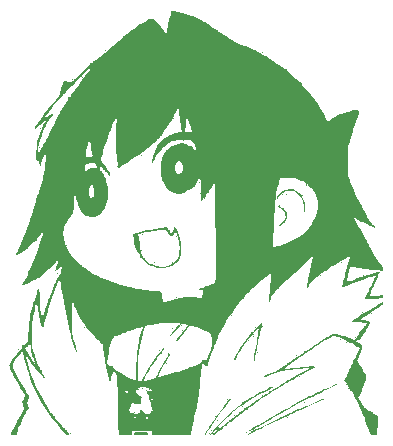
<source format=gbr>
%TF.GenerationSoftware,KiCad,Pcbnew,8.0.9*%
%TF.CreationDate,2025-02-20T23:26:22+01:00*%
%TF.ProjectId,untitled,756e7469-746c-4656-942e-6b696361645f,rev?*%
%TF.SameCoordinates,Original*%
%TF.FileFunction,Legend,Bot*%
%TF.FilePolarity,Positive*%
%FSLAX46Y46*%
G04 Gerber Fmt 4.6, Leading zero omitted, Abs format (unit mm)*
G04 Created by KiCad (PCBNEW 8.0.9) date 2025-02-20 23:26:22*
%MOMM*%
%LPD*%
G01*
G04 APERTURE LIST*
%ADD10C,0.000000*%
G04 APERTURE END LIST*
D10*
%TO.C,G\u002A\u002A\u002A*%
G36*
X167833755Y-89467023D02*
G01*
X167590897Y-89497248D01*
X167383391Y-89525464D01*
X167224583Y-89550291D01*
X167179675Y-89559019D01*
X166998519Y-89603708D01*
X166770335Y-89669503D01*
X166517135Y-89749088D01*
X166260930Y-89835145D01*
X166023731Y-89920357D01*
X165827549Y-89997407D01*
X165694395Y-90058977D01*
X165651497Y-90075545D01*
X165540322Y-90059538D01*
X165540071Y-90059398D01*
X165509929Y-90041221D01*
X165499798Y-90024311D01*
X165520187Y-90003598D01*
X165581608Y-89974013D01*
X165694572Y-89930486D01*
X165869590Y-89867948D01*
X166117173Y-89781329D01*
X166206613Y-89749242D01*
X166371172Y-89685410D01*
X166495529Y-89630758D01*
X166557981Y-89594485D01*
X166600615Y-89561342D01*
X166704916Y-89493632D01*
X166760733Y-89460832D01*
X166983535Y-89460832D01*
X167005546Y-89482843D01*
X167027556Y-89460832D01*
X167005546Y-89438822D01*
X166983535Y-89460832D01*
X166760733Y-89460832D01*
X166837288Y-89415846D01*
X166937968Y-89355089D01*
X167021758Y-89293615D01*
X167046861Y-89258361D01*
X167049441Y-89243050D01*
X167105066Y-89234693D01*
X167145118Y-89229277D01*
X167171152Y-89187286D01*
X167172628Y-89165081D01*
X167216352Y-89155210D01*
X167275061Y-89148736D01*
X167363223Y-89104724D01*
X167451432Y-89041123D01*
X167513241Y-88977212D01*
X167522199Y-88932271D01*
X167512838Y-88918912D01*
X167539190Y-88924655D01*
X167546626Y-88926466D01*
X167603767Y-88908227D01*
X167711215Y-88849182D01*
X167872882Y-88746782D01*
X168092686Y-88598476D01*
X168374539Y-88401715D01*
X168722357Y-88153948D01*
X168822062Y-88075574D01*
X168903664Y-87994967D01*
X168930365Y-87943798D01*
X168929840Y-87923804D01*
X168965079Y-87920480D01*
X169004891Y-87913957D01*
X169104707Y-87866432D01*
X169245505Y-87784172D01*
X169410640Y-87676300D01*
X169526387Y-87597235D01*
X169719515Y-87466098D01*
X169894750Y-87347982D01*
X170024780Y-87261339D01*
X170118546Y-87195812D01*
X170196877Y-87131257D01*
X170218612Y-87097930D01*
X170214795Y-87088915D01*
X170253436Y-87076372D01*
X170265310Y-87075651D01*
X170350821Y-87045942D01*
X170440562Y-86988172D01*
X170506357Y-86923728D01*
X170520030Y-86873999D01*
X170511868Y-86853469D01*
X170544354Y-86860598D01*
X170547072Y-86862095D01*
X170619400Y-86859247D01*
X170716234Y-86812908D01*
X170819653Y-86744724D01*
X170909523Y-86688056D01*
X170942472Y-86668161D01*
X171047176Y-86604539D01*
X171173648Y-86527375D01*
X171194822Y-86514474D01*
X171297450Y-86457663D01*
X171381672Y-86433879D01*
X171482250Y-86438578D01*
X171633945Y-86467220D01*
X171751279Y-86493160D01*
X171950256Y-86542463D01*
X172118174Y-86589828D01*
X172171410Y-86606132D01*
X172366138Y-86662908D01*
X172550562Y-86713362D01*
X172607385Y-86729757D01*
X172793197Y-86797983D01*
X172958941Y-86876385D01*
X173148822Y-86982511D01*
X173246681Y-86860693D01*
X173250963Y-86855346D01*
X173330754Y-86750594D01*
X173388561Y-86666421D01*
X173433040Y-86597750D01*
X173559870Y-86424131D01*
X173711979Y-86235700D01*
X173864187Y-86064332D01*
X173921106Y-86000358D01*
X173994554Y-85892526D01*
X174003187Y-85826421D01*
X173990519Y-85799001D01*
X174016049Y-85800422D01*
X174032069Y-85803053D01*
X174099376Y-85768046D01*
X174183021Y-85686547D01*
X174303184Y-85543742D01*
X174110068Y-85510775D01*
X174089718Y-85507516D01*
X173939443Y-85489498D01*
X173744852Y-85472653D01*
X173542705Y-85460255D01*
X173414900Y-85453287D01*
X173209135Y-85434169D01*
X173081592Y-85406137D01*
X173025684Y-85365819D01*
X173034824Y-85309842D01*
X173102426Y-85234836D01*
X173163177Y-85187737D01*
X173190468Y-85183518D01*
X173203119Y-85185116D01*
X173279613Y-85149675D01*
X173421418Y-85068764D01*
X173623979Y-84945125D01*
X173882736Y-84781497D01*
X174193133Y-84580621D01*
X174312684Y-84504909D01*
X174489694Y-84397405D01*
X174692527Y-84277597D01*
X174906698Y-84153695D01*
X175117723Y-84033909D01*
X175311115Y-83926450D01*
X175472390Y-83839529D01*
X175587063Y-83781355D01*
X175640650Y-83760139D01*
X175649384Y-83776925D01*
X175655632Y-83849065D01*
X175652185Y-83867730D01*
X175630480Y-83903565D01*
X175583464Y-83951665D01*
X175504991Y-84016363D01*
X175388913Y-84101996D01*
X175229085Y-84212896D01*
X175019358Y-84353398D01*
X174753588Y-84527837D01*
X174425626Y-84740547D01*
X174029326Y-84995863D01*
X173657613Y-85234836D01*
X174041791Y-85285682D01*
X174090924Y-85292359D01*
X174321905Y-85332744D01*
X174470449Y-85383936D01*
X174541324Y-85455812D01*
X174539298Y-85558250D01*
X174469140Y-85701128D01*
X174335619Y-85894321D01*
X174299253Y-85944770D01*
X174211056Y-86079483D01*
X174155843Y-86183394D01*
X174144327Y-86237296D01*
X174152252Y-86254599D01*
X174128863Y-86255941D01*
X174124176Y-86254617D01*
X174074108Y-86286758D01*
X173995065Y-86374690D01*
X173901928Y-86502259D01*
X173845953Y-86585362D01*
X173724463Y-86760589D01*
X173635030Y-86877418D01*
X173566915Y-86947604D01*
X173509378Y-86982904D01*
X173451678Y-86995071D01*
X173445828Y-86995531D01*
X173355712Y-87018167D01*
X173349694Y-87063215D01*
X173427079Y-87129543D01*
X173587173Y-87216019D01*
X173731674Y-87292529D01*
X173835603Y-87372921D01*
X173881220Y-87453790D01*
X173882792Y-87572980D01*
X173838340Y-87757532D01*
X173745826Y-88007392D01*
X173604145Y-88326044D01*
X173586267Y-88364384D01*
X173519281Y-88514794D01*
X173472307Y-88631174D01*
X173454593Y-88690952D01*
X173472749Y-88746923D01*
X173526664Y-88843246D01*
X173600488Y-88953427D01*
X173678073Y-89055038D01*
X173743270Y-89125649D01*
X173779930Y-89142831D01*
X173792536Y-89141213D01*
X173779594Y-89194265D01*
X173779470Y-89194589D01*
X173767530Y-89251176D01*
X173806080Y-89241148D01*
X173837269Y-89226519D01*
X173835062Y-89252557D01*
X173833099Y-89256802D01*
X173842273Y-89327085D01*
X173889148Y-89441430D01*
X173961934Y-89574997D01*
X174048841Y-89702947D01*
X174097526Y-89795154D01*
X174148891Y-89945571D01*
X174187632Y-90110256D01*
X174202946Y-90250806D01*
X174202842Y-90256995D01*
X174181211Y-90380505D01*
X174127780Y-90557333D01*
X174051028Y-90764470D01*
X173959430Y-90978910D01*
X173861465Y-91177643D01*
X173821431Y-91252224D01*
X173722059Y-91437266D01*
X173631983Y-91604902D01*
X173520624Y-91812056D01*
X173603911Y-91966808D01*
X173623881Y-92001054D01*
X173685462Y-92077007D01*
X173731770Y-92094013D01*
X173749501Y-92086701D01*
X173745951Y-92115638D01*
X173737067Y-92138971D01*
X173749578Y-92237702D01*
X173808036Y-92363275D01*
X173896422Y-92494094D01*
X173998715Y-92608561D01*
X174098893Y-92685077D01*
X174180936Y-92702045D01*
X174194571Y-92699466D01*
X174193718Y-92720262D01*
X174196065Y-92740684D01*
X174250768Y-92796575D01*
X174348674Y-92869810D01*
X174468209Y-92946810D01*
X174587794Y-93013994D01*
X174685854Y-93057782D01*
X174740811Y-93064595D01*
X174761807Y-93055509D01*
X174758453Y-93084058D01*
X174755032Y-93096489D01*
X174792435Y-93152292D01*
X174894719Y-93218238D01*
X175039603Y-93305320D01*
X175171756Y-93437049D01*
X175219250Y-93580084D01*
X175219305Y-93605600D01*
X175213511Y-93724096D01*
X175200708Y-93899708D01*
X175182906Y-94110431D01*
X175162115Y-94334263D01*
X175140345Y-94549201D01*
X175119608Y-94733243D01*
X175101912Y-94864385D01*
X175075623Y-95029463D01*
X174842719Y-95029463D01*
X174763967Y-95029488D01*
X174677930Y-95022618D01*
X174619046Y-94993923D01*
X174572999Y-94928176D01*
X174525477Y-94810149D01*
X174462166Y-94624614D01*
X174449136Y-94589814D01*
X174403489Y-94508127D01*
X174364232Y-94488348D01*
X174348976Y-94495463D01*
X174347535Y-94472538D01*
X174348195Y-94452813D01*
X174327602Y-94361053D01*
X174282602Y-94210570D01*
X174217899Y-94016611D01*
X174138202Y-93794420D01*
X174061467Y-93588236D01*
X173954583Y-93306738D01*
X173868757Y-93090686D01*
X173799120Y-92929022D01*
X173740805Y-92810687D01*
X173688944Y-92724626D01*
X173638668Y-92659780D01*
X173638343Y-92659412D01*
X173581211Y-92570015D01*
X173570479Y-92498938D01*
X173571378Y-92493933D01*
X173553888Y-92423513D01*
X173502530Y-92295064D01*
X173424373Y-92125070D01*
X173326485Y-91930012D01*
X173274331Y-91830256D01*
X173149084Y-91594233D01*
X173054958Y-91424725D01*
X172986005Y-91312583D01*
X172936277Y-91248655D01*
X172899827Y-91223792D01*
X172870706Y-91228844D01*
X172853138Y-91236715D01*
X172852867Y-91211699D01*
X172854841Y-91187782D01*
X172821154Y-91106192D01*
X172749617Y-91000751D01*
X172709467Y-90947224D01*
X172644031Y-90842459D01*
X172618197Y-90772805D01*
X172613260Y-90746169D01*
X172577218Y-90735555D01*
X172557067Y-90741397D01*
X172504386Y-90709341D01*
X172493280Y-90683962D01*
X172523354Y-90689211D01*
X172570360Y-90704956D01*
X172571716Y-90673832D01*
X172533503Y-90614534D01*
X172464125Y-90547206D01*
X172420933Y-90506288D01*
X172357970Y-90376066D01*
X172372368Y-90233207D01*
X172464125Y-90099134D01*
X172473630Y-90090064D01*
X172544950Y-90011055D01*
X172574177Y-89958145D01*
X172576641Y-89946410D01*
X172606193Y-89868290D01*
X172662129Y-89739416D01*
X172735537Y-89580637D01*
X172762546Y-89522967D01*
X172831169Y-89368432D01*
X172878984Y-89248636D01*
X172896947Y-89185702D01*
X172899121Y-89165672D01*
X172928259Y-89130676D01*
X172950955Y-89108645D01*
X172999780Y-89024720D01*
X173058271Y-88899567D01*
X173111933Y-88777949D01*
X173195430Y-88594414D01*
X173294391Y-88380689D01*
X173397124Y-88162219D01*
X173637228Y-87655979D01*
X173512895Y-87560334D01*
X173449115Y-87514792D01*
X173307195Y-87426415D01*
X173142987Y-87334972D01*
X172976022Y-87250181D01*
X172825827Y-87181758D01*
X172711934Y-87139421D01*
X172653870Y-87132889D01*
X172633509Y-87142164D01*
X172632094Y-87118847D01*
X172618698Y-87089028D01*
X172540297Y-87032584D01*
X172409622Y-86961532D01*
X172243656Y-86883743D01*
X172059384Y-86807091D01*
X171873792Y-86739444D01*
X171703863Y-86688675D01*
X171697058Y-86686955D01*
X171578579Y-86661008D01*
X171470092Y-86649945D01*
X171361267Y-86658121D01*
X171241771Y-86689888D01*
X171101272Y-86749600D01*
X170929439Y-86841611D01*
X170715938Y-86970275D01*
X170450439Y-87139945D01*
X170122608Y-87354975D01*
X169782689Y-87580089D01*
X169491702Y-87774971D01*
X169263713Y-87930736D01*
X169092952Y-88051589D01*
X168973649Y-88141734D01*
X168900033Y-88205375D01*
X168866335Y-88246716D01*
X168866784Y-88269962D01*
X168870661Y-88281508D01*
X168824629Y-88271640D01*
X168764519Y-88272754D01*
X168682904Y-88345140D01*
X168633080Y-88404946D01*
X168612305Y-88407305D01*
X168592878Y-88399428D01*
X168534435Y-88439149D01*
X168434821Y-88519323D01*
X168266961Y-88639832D01*
X168029594Y-88801167D01*
X167719662Y-89005455D01*
X167630716Y-89064087D01*
X167503703Y-89153418D01*
X167435840Y-89214532D01*
X167416118Y-89258647D01*
X167433527Y-89296979D01*
X167457749Y-89327904D01*
X167457192Y-89344266D01*
X167390728Y-89312418D01*
X167343567Y-89290676D01*
X167290708Y-89293990D01*
X167287559Y-89365057D01*
X167286426Y-89377056D01*
X167249100Y-89373680D01*
X167209156Y-89366782D01*
X167126952Y-89395208D01*
X167094002Y-89422378D01*
X167121488Y-89431635D01*
X167225650Y-89421515D01*
X167258058Y-89417470D01*
X167398667Y-89401189D01*
X167603953Y-89378430D01*
X167857211Y-89350963D01*
X168141735Y-89320553D01*
X168440823Y-89288970D01*
X168737767Y-89257981D01*
X169015865Y-89229354D01*
X169258411Y-89204857D01*
X169448700Y-89186257D01*
X169619040Y-89170924D01*
X169734139Y-89165497D01*
X169794958Y-89174244D01*
X169818777Y-89199888D01*
X169822877Y-89245146D01*
X169812315Y-89301133D01*
X169767851Y-89318455D01*
X169743474Y-89314940D01*
X169712825Y-89353407D01*
X169710188Y-89374717D01*
X169685472Y-89382121D01*
X169660338Y-89382705D01*
X169569298Y-89416651D01*
X169425823Y-89483708D01*
X169242986Y-89576539D01*
X169033858Y-89687806D01*
X168811514Y-89810170D01*
X168589025Y-89936293D01*
X168379464Y-90058836D01*
X168195904Y-90170462D01*
X168051417Y-90263832D01*
X167959077Y-90331608D01*
X167931956Y-90366451D01*
X167922725Y-90381533D01*
X167857129Y-90374229D01*
X167800140Y-90367290D01*
X167789100Y-90393008D01*
X167794761Y-90412999D01*
X167756245Y-90436626D01*
X167713041Y-90448437D01*
X167610057Y-90497248D01*
X167483052Y-90571010D01*
X167413221Y-90614778D01*
X167261872Y-90709139D01*
X167065668Y-90831110D01*
X166842274Y-90969711D01*
X166609359Y-91113965D01*
X166322745Y-91293066D01*
X165992729Y-91503632D01*
X165682598Y-91706012D01*
X165400221Y-91894780D01*
X165153466Y-92064510D01*
X164950201Y-92209775D01*
X164798295Y-92325149D01*
X164705617Y-92405205D01*
X164680034Y-92444518D01*
X164687715Y-92462799D01*
X164659233Y-92459685D01*
X164656832Y-92458482D01*
X164596675Y-92469715D01*
X164498546Y-92519621D01*
X164385573Y-92592177D01*
X164280889Y-92671360D01*
X164207621Y-92741147D01*
X164188901Y-92785513D01*
X164193667Y-92803844D01*
X164160121Y-92854193D01*
X164132887Y-92865344D01*
X164143520Y-92829514D01*
X164156180Y-92796433D01*
X164117306Y-92795199D01*
X164091374Y-92810628D01*
X164068248Y-92870213D01*
X164069600Y-92890213D01*
X164040477Y-92898369D01*
X164029995Y-92895857D01*
X163962608Y-92920881D01*
X163867276Y-92983060D01*
X163769843Y-93062020D01*
X163696157Y-93137388D01*
X163672061Y-93188789D01*
X163672656Y-93204182D01*
X163637117Y-93202082D01*
X163616787Y-93195054D01*
X163548865Y-93212303D01*
X163493389Y-93262248D01*
X163486653Y-93317136D01*
X163491048Y-93333012D01*
X163453153Y-93335814D01*
X163429426Y-93335872D01*
X163345398Y-93373236D01*
X163241768Y-93448625D01*
X163186264Y-93498883D01*
X163145305Y-93549786D01*
X163175736Y-93552869D01*
X163189797Y-93548421D01*
X163232760Y-93540448D01*
X163199849Y-93569719D01*
X163162810Y-93590786D01*
X163109244Y-93598502D01*
X163101679Y-93597400D01*
X163041908Y-93625848D01*
X162953070Y-93692633D01*
X162922592Y-93719245D01*
X162871246Y-93769609D01*
X162875554Y-93777336D01*
X162897666Y-93770318D01*
X162951425Y-93790073D01*
X162941197Y-93814291D01*
X162870889Y-93823857D01*
X162828999Y-93829970D01*
X162728648Y-93873354D01*
X162615709Y-93944027D01*
X162512925Y-94025144D01*
X162443038Y-94099858D01*
X162428790Y-94151324D01*
X162433516Y-94168462D01*
X162395232Y-94169521D01*
X162378891Y-94169378D01*
X162302985Y-94204526D01*
X162195211Y-94277191D01*
X162076658Y-94370200D01*
X161968414Y-94466377D01*
X161891568Y-94548550D01*
X161867208Y-94599542D01*
X161868673Y-94612743D01*
X161837434Y-94613943D01*
X161832138Y-94612467D01*
X161771306Y-94637056D01*
X161668712Y-94706684D01*
X161543359Y-94808764D01*
X161474765Y-94866949D01*
X161336163Y-94970481D01*
X161236808Y-95023674D01*
X161184783Y-95022978D01*
X161188168Y-94964842D01*
X161193949Y-94947522D01*
X161188506Y-94887584D01*
X161137442Y-94884655D01*
X161061799Y-94942459D01*
X161001568Y-95001287D01*
X160948005Y-95027669D01*
X160945346Y-94986879D01*
X161001619Y-94886395D01*
X161022212Y-94858554D01*
X161197998Y-94858554D01*
X161211204Y-94876471D01*
X161256547Y-94892648D01*
X161324356Y-94851310D01*
X161429012Y-94745413D01*
X161470660Y-94695975D01*
X161523226Y-94611496D01*
X161523409Y-94566288D01*
X161509216Y-94552909D01*
X161508356Y-94492461D01*
X161515134Y-94470531D01*
X161476058Y-94467225D01*
X161447360Y-94486491D01*
X161420940Y-94560504D01*
X161418701Y-94595211D01*
X161391449Y-94610372D01*
X161374494Y-94608724D01*
X161316683Y-94647652D01*
X161252404Y-94722270D01*
X161205047Y-94802572D01*
X161197998Y-94858554D01*
X161022212Y-94858554D01*
X161059524Y-94808110D01*
X161207162Y-94629286D01*
X161400842Y-94411303D01*
X161628127Y-94166816D01*
X161876579Y-93908481D01*
X162133760Y-93648952D01*
X162387235Y-93400884D01*
X162624565Y-93176932D01*
X162833312Y-92989751D01*
X163001040Y-92851997D01*
X163052669Y-92812275D01*
X163167261Y-92721202D01*
X163247034Y-92653903D01*
X163290428Y-92617153D01*
X163396902Y-92533308D01*
X163523334Y-92438402D01*
X163607212Y-92371537D01*
X163681970Y-92296361D01*
X163701307Y-92251817D01*
X163701653Y-92234729D01*
X163752942Y-92242127D01*
X163798452Y-92252465D01*
X163796963Y-92220117D01*
X163789403Y-92190805D01*
X163840983Y-92198107D01*
X163890377Y-92208040D01*
X163880489Y-92168790D01*
X163865878Y-92137671D01*
X163891729Y-92139704D01*
X163932983Y-92143961D01*
X164005438Y-92102485D01*
X164049091Y-92063384D01*
X164095481Y-92036049D01*
X164126984Y-92021723D01*
X164220764Y-91969761D01*
X164359847Y-91888739D01*
X164527828Y-91788065D01*
X164594242Y-91748498D01*
X164777245Y-91644090D01*
X164993322Y-91525474D01*
X165228694Y-91399722D01*
X165469580Y-91273909D01*
X165702198Y-91155108D01*
X165912769Y-91050394D01*
X166087513Y-90966840D01*
X166212648Y-90911520D01*
X166274394Y-90891508D01*
X166320130Y-90902142D01*
X166318311Y-90940761D01*
X166257110Y-90994800D01*
X166147426Y-91050603D01*
X166102265Y-91070525D01*
X166018679Y-91123901D01*
X166000155Y-91167100D01*
X166008323Y-91186672D01*
X165978745Y-91182395D01*
X165970112Y-91180082D01*
X165895869Y-91196347D01*
X165766099Y-91246796D01*
X165594318Y-91324262D01*
X165394048Y-91421577D01*
X165178806Y-91531574D01*
X164962111Y-91647086D01*
X164757482Y-91760945D01*
X164578439Y-91865984D01*
X164438500Y-91955035D01*
X164351184Y-92020932D01*
X164330009Y-92056507D01*
X164340299Y-92070734D01*
X164315603Y-92066432D01*
X164285327Y-92066540D01*
X164196094Y-92103362D01*
X164075601Y-92172307D01*
X163945601Y-92258598D01*
X163827846Y-92347454D01*
X163744089Y-92424099D01*
X163716082Y-92473752D01*
X163716555Y-92494200D01*
X163681164Y-92497765D01*
X163647787Y-92499149D01*
X163557287Y-92543740D01*
X163431004Y-92627432D01*
X163284385Y-92737469D01*
X163132874Y-92861095D01*
X162991917Y-92985554D01*
X162876959Y-93098091D01*
X162803445Y-93185950D01*
X162786821Y-93236375D01*
X162794886Y-93257280D01*
X162760763Y-93248614D01*
X162714307Y-93248743D01*
X162632382Y-93293914D01*
X162548491Y-93367018D01*
X162488874Y-93444367D01*
X162479771Y-93502273D01*
X162487003Y-93519013D01*
X162460294Y-93517483D01*
X162450683Y-93517425D01*
X162386750Y-93556255D01*
X162278840Y-93644864D01*
X162139248Y-93772706D01*
X161980269Y-93929235D01*
X161950435Y-93959632D01*
X161750177Y-94167749D01*
X161611666Y-94320081D01*
X161535667Y-94415677D01*
X161522947Y-94453587D01*
X161574272Y-94432860D01*
X161587195Y-94425251D01*
X161612628Y-94418148D01*
X161577845Y-94466834D01*
X161547444Y-94518225D01*
X161568213Y-94566288D01*
X161568499Y-94566949D01*
X161599927Y-94564664D01*
X161680857Y-94520022D01*
X161782228Y-94443875D01*
X161880648Y-94355963D01*
X161952728Y-94276027D01*
X161975079Y-94223808D01*
X161974286Y-94210861D01*
X162009279Y-94215136D01*
X162048230Y-94208465D01*
X162135175Y-94157017D01*
X162247167Y-94073484D01*
X162364781Y-93974395D01*
X162468592Y-93876277D01*
X162539173Y-93795656D01*
X162557098Y-93749061D01*
X162555543Y-93731793D01*
X162602819Y-93736693D01*
X162670650Y-93734202D01*
X162751792Y-93689544D01*
X162810234Y-93624668D01*
X162815730Y-93564092D01*
X162807939Y-93547296D01*
X162830520Y-93545458D01*
X162889337Y-93538746D01*
X162989947Y-93487136D01*
X163112430Y-93405429D01*
X163237319Y-93308716D01*
X163345148Y-93212085D01*
X163416448Y-93130626D01*
X163431753Y-93079429D01*
X163424417Y-93061197D01*
X163454702Y-93066106D01*
X163477104Y-93069623D01*
X163554595Y-93040061D01*
X163652846Y-92976155D01*
X163747435Y-92897196D01*
X163813941Y-92822475D01*
X163827940Y-92771283D01*
X163820653Y-92754185D01*
X163847948Y-92756143D01*
X163883666Y-92749748D01*
X163978155Y-92702357D01*
X164112494Y-92621645D01*
X164270273Y-92518954D01*
X164435082Y-92405627D01*
X164590513Y-92293009D01*
X164720154Y-92192443D01*
X164807597Y-92115272D01*
X164836431Y-92072841D01*
X164835336Y-92057674D01*
X164868555Y-92056834D01*
X164919587Y-92048695D01*
X165019669Y-91998075D01*
X165144776Y-91915649D01*
X165258471Y-91834215D01*
X165397203Y-91737573D01*
X165499236Y-91669554D01*
X165507386Y-91664249D01*
X165579526Y-91597541D01*
X165591481Y-91543084D01*
X165581790Y-91520120D01*
X165612892Y-91526102D01*
X165673504Y-91527586D01*
X165766109Y-91491165D01*
X165860562Y-91432962D01*
X165928741Y-91370463D01*
X165942519Y-91321155D01*
X165934072Y-91301886D01*
X165961034Y-91303511D01*
X166000083Y-91303848D01*
X166097265Y-91268746D01*
X166220955Y-91202149D01*
X166347080Y-91125522D01*
X166530781Y-91015896D01*
X166708596Y-90911512D01*
X166714642Y-90907988D01*
X166849562Y-90820878D01*
X166934431Y-90749112D01*
X166954914Y-90704728D01*
X166946555Y-90685679D01*
X166973354Y-90687122D01*
X167006620Y-90691674D01*
X167097117Y-90664802D01*
X167214128Y-90607246D01*
X167336353Y-90532498D01*
X167442490Y-90454051D01*
X167511239Y-90385399D01*
X167521297Y-90340034D01*
X167512738Y-90326843D01*
X167543124Y-90335752D01*
X167561887Y-90338344D01*
X167644508Y-90314625D01*
X167766616Y-90259224D01*
X167908357Y-90183679D01*
X168049876Y-90099524D01*
X168171318Y-90018297D01*
X168252830Y-89951532D01*
X168274557Y-89910767D01*
X168266790Y-89890195D01*
X168301543Y-89899423D01*
X168373611Y-89899909D01*
X168473422Y-89848838D01*
X168524601Y-89815587D01*
X168652625Y-89741187D01*
X168821540Y-89648871D01*
X169008492Y-89551347D01*
X169144006Y-89481951D01*
X169295006Y-89403498D01*
X169401815Y-89346628D01*
X169447235Y-89320395D01*
X169447899Y-89318536D01*
X169402644Y-89315141D01*
X169285982Y-89320781D01*
X169111256Y-89334073D01*
X168891811Y-89353638D01*
X168640994Y-89378096D01*
X168372149Y-89406067D01*
X168098621Y-89436169D01*
X167886902Y-89460832D01*
X167833755Y-89467023D01*
G37*
G36*
X170759161Y-91923171D02*
G01*
X170745016Y-91941655D01*
X170673595Y-91970457D01*
X170666606Y-91972643D01*
X170570052Y-92009712D01*
X170426073Y-92071594D01*
X170263085Y-92146128D01*
X170084972Y-92227989D01*
X169863209Y-92326145D01*
X169668804Y-92408627D01*
X169521193Y-92470689D01*
X169325236Y-92556535D01*
X169162565Y-92631350D01*
X169146303Y-92639071D01*
X169024188Y-92695501D01*
X168840876Y-92778711D01*
X168612397Y-92881485D01*
X168354781Y-92996606D01*
X168084055Y-93116860D01*
X167851705Y-93221513D01*
X167534670Y-93368045D01*
X167179542Y-93535269D01*
X166799431Y-93716776D01*
X166407447Y-93906160D01*
X166016701Y-94097012D01*
X165640301Y-94282923D01*
X165291360Y-94457486D01*
X164982986Y-94614291D01*
X164728289Y-94746932D01*
X164540381Y-94848999D01*
X164363219Y-94942435D01*
X164211451Y-95007534D01*
X164113134Y-95030589D01*
X164078163Y-95008194D01*
X164100586Y-94987640D01*
X164182964Y-94937184D01*
X164305082Y-94871937D01*
X164335390Y-94856391D01*
X164447079Y-94791655D01*
X164488646Y-94747080D01*
X164470160Y-94712970D01*
X164467185Y-94710847D01*
X164435310Y-94682194D01*
X164481747Y-94692388D01*
X164488426Y-94693115D01*
X164564543Y-94673125D01*
X164705293Y-94617721D01*
X164899761Y-94531693D01*
X165137030Y-94419827D01*
X165406184Y-94286912D01*
X165676609Y-94151651D01*
X166022060Y-93981011D01*
X166375846Y-93808171D01*
X166709066Y-93647239D01*
X166992820Y-93512326D01*
X167222871Y-93401813D01*
X167421766Y-93301634D01*
X167576568Y-93218662D01*
X167675272Y-93159334D01*
X167705871Y-93130085D01*
X167702826Y-93114929D01*
X167744222Y-93116936D01*
X167802716Y-93109167D01*
X167923620Y-93069200D01*
X168088097Y-93003359D01*
X168278157Y-92918338D01*
X168461661Y-92833118D01*
X168618402Y-92762057D01*
X168728680Y-92714014D01*
X168775960Y-92696361D01*
X168790865Y-92692701D01*
X168868032Y-92662198D01*
X168981660Y-92610855D01*
X169049782Y-92579658D01*
X169206001Y-92510886D01*
X169399337Y-92427884D01*
X169602773Y-92342331D01*
X169733860Y-92287592D01*
X169932540Y-92203797D01*
X170103163Y-92130891D01*
X170219064Y-92080215D01*
X170303236Y-92044814D01*
X170453692Y-91990195D01*
X170596225Y-91946948D01*
X170706245Y-91922223D01*
X170759161Y-91923171D01*
G37*
G36*
X161436915Y-95007453D02*
G01*
X161414905Y-95029463D01*
X161392894Y-95007453D01*
X161414905Y-94985442D01*
X161436915Y-95007453D01*
G37*
G36*
X161128769Y-95007453D02*
G01*
X161106759Y-95029463D01*
X161084749Y-95007453D01*
X161106759Y-94985442D01*
X161128769Y-95007453D01*
G37*
G36*
X160776603Y-94985442D02*
G01*
X160773426Y-95008747D01*
X160747256Y-95014789D01*
X160741987Y-95008337D01*
X160747256Y-94956095D01*
X160760497Y-94949208D01*
X160776603Y-94985442D01*
G37*
G36*
X162696648Y-91906935D02*
G01*
X162709857Y-91953049D01*
X162655282Y-92054908D01*
X162533021Y-92212302D01*
X162459332Y-92306584D01*
X162394170Y-92416080D01*
X162385750Y-92480120D01*
X162397656Y-92505901D01*
X162373135Y-92505550D01*
X162355968Y-92503179D01*
X162313488Y-92529039D01*
X162246842Y-92597837D01*
X162149702Y-92717044D01*
X162015738Y-92894131D01*
X161838623Y-93136569D01*
X161747674Y-93261650D01*
X161622520Y-93432689D01*
X161500315Y-93598787D01*
X161486341Y-93617935D01*
X161397996Y-93751219D01*
X161340806Y-93859264D01*
X161326580Y-93920224D01*
X161332111Y-93944715D01*
X161309945Y-93954100D01*
X161297431Y-93958669D01*
X161241235Y-94017272D01*
X161151418Y-94131814D01*
X161037273Y-94290133D01*
X160908095Y-94480064D01*
X160898136Y-94495085D01*
X160735668Y-94735030D01*
X160614385Y-94902542D01*
X160531368Y-95001111D01*
X160483699Y-95034223D01*
X160468457Y-95005367D01*
X160480624Y-94978760D01*
X160533567Y-94889260D01*
X160619830Y-94751811D01*
X160729934Y-94580853D01*
X160854401Y-94390827D01*
X160983751Y-94196174D01*
X161108507Y-94011335D01*
X161219190Y-93850750D01*
X161306322Y-93728860D01*
X161391846Y-93608906D01*
X161443717Y-93518076D01*
X161453633Y-93458071D01*
X161429183Y-93409148D01*
X161409362Y-93383440D01*
X161394605Y-93356464D01*
X161440902Y-93389254D01*
X161478886Y-93408077D01*
X161525547Y-93391759D01*
X161588784Y-93323363D01*
X161682925Y-93191160D01*
X161779394Y-93052926D01*
X161920608Y-92857693D01*
X162053114Y-92681008D01*
X162164256Y-92535595D01*
X162267529Y-92398705D01*
X162339341Y-92301581D01*
X162382552Y-92242160D01*
X162525289Y-92054619D01*
X162623839Y-91941728D01*
X162677776Y-91903986D01*
X162696648Y-91906935D01*
G37*
G36*
X166358210Y-63376349D02*
G01*
X166445988Y-63438784D01*
X166508044Y-63465327D01*
X166513991Y-63466759D01*
X166572696Y-63504663D01*
X166658686Y-63577666D01*
X166666994Y-63585198D01*
X166780873Y-63667336D01*
X166888802Y-63716444D01*
X166968233Y-63747582D01*
X167094566Y-63815273D01*
X167228506Y-63899064D01*
X167341158Y-63980689D01*
X167403625Y-64041882D01*
X167417256Y-64055812D01*
X167477608Y-64054749D01*
X167496489Y-64046184D01*
X167497883Y-64069723D01*
X167502406Y-64099800D01*
X167557961Y-64172812D01*
X167656159Y-64262202D01*
X167669222Y-64272769D01*
X167779713Y-64368142D01*
X167931532Y-64505775D01*
X168106385Y-64668870D01*
X168285981Y-64840627D01*
X168344725Y-64896983D01*
X168500500Y-65040430D01*
X168630834Y-65151869D01*
X168723498Y-65221175D01*
X168766262Y-65238225D01*
X168780282Y-65229476D01*
X168769755Y-65262150D01*
X168768126Y-65265748D01*
X168787382Y-65333401D01*
X168871050Y-65451721D01*
X169015817Y-65615947D01*
X169133359Y-65742144D01*
X169275179Y-65899475D01*
X169399777Y-66046825D01*
X169523821Y-66204899D01*
X169663978Y-66394405D01*
X169836915Y-66636049D01*
X169838593Y-66638415D01*
X170090726Y-67003975D01*
X170319829Y-67356084D01*
X170430951Y-67538475D01*
X170519449Y-67683732D01*
X170683129Y-67975907D01*
X170684499Y-67978683D01*
X170804415Y-68221600D01*
X170863407Y-68374870D01*
X170876851Y-68409800D01*
X170894245Y-68443502D01*
X170932601Y-68446508D01*
X171006349Y-68405840D01*
X171131849Y-68315445D01*
X171266424Y-68223839D01*
X171981776Y-68223839D01*
X171993303Y-68240726D01*
X172031420Y-68259792D01*
X172045927Y-68196189D01*
X172039471Y-68164774D01*
X172001188Y-68155210D01*
X171987296Y-68167302D01*
X171981776Y-68223839D01*
X171266424Y-68223839D01*
X171299114Y-68201587D01*
X171539012Y-68061917D01*
X172272947Y-68061917D01*
X172283456Y-68120834D01*
X172298483Y-68120152D01*
X172306577Y-68063056D01*
X172306391Y-68061917D01*
X172889239Y-68061917D01*
X172889442Y-68063056D01*
X172899747Y-68120834D01*
X172914774Y-68120152D01*
X172922868Y-68063056D01*
X172915819Y-68019786D01*
X172896272Y-68036460D01*
X172889239Y-68061917D01*
X172306391Y-68061917D01*
X172299527Y-68019786D01*
X172279981Y-68036460D01*
X172272947Y-68061917D01*
X171539012Y-68061917D01*
X171557387Y-68051219D01*
X171787388Y-67934662D01*
X172794281Y-67934662D01*
X172816291Y-67956673D01*
X172838301Y-67934662D01*
X172816291Y-67912652D01*
X172794281Y-67934662D01*
X171787388Y-67934662D01*
X171837908Y-67909060D01*
X171981112Y-67846621D01*
X172794281Y-67846621D01*
X172816291Y-67868631D01*
X172838301Y-67846621D01*
X172816291Y-67824610D01*
X172794281Y-67846621D01*
X171981112Y-67846621D01*
X172084103Y-67801715D01*
X172935748Y-67801715D01*
X172940277Y-67846621D01*
X172941017Y-67853957D01*
X172954257Y-67860844D01*
X172970364Y-67824610D01*
X172967187Y-67801306D01*
X172941017Y-67795263D01*
X172935748Y-67801715D01*
X172084103Y-67801715D01*
X172110091Y-67790384D01*
X172343349Y-67710466D01*
X172619932Y-67635763D01*
X172889557Y-67565631D01*
X173094758Y-67517281D01*
X173246612Y-67489234D01*
X173356195Y-67480013D01*
X173434584Y-67488139D01*
X173492855Y-67512136D01*
X173542084Y-67550525D01*
X173562921Y-67570694D01*
X173589490Y-67608735D01*
X173595920Y-67660077D01*
X173579794Y-67742107D01*
X173553733Y-67824610D01*
X173538697Y-67872209D01*
X173516826Y-67934662D01*
X173471864Y-68063056D01*
X173470213Y-68067770D01*
X173425483Y-68196189D01*
X173406639Y-68250289D01*
X173277684Y-68638995D01*
X173252434Y-68715105D01*
X173179623Y-68947141D01*
X173094896Y-69217150D01*
X172965651Y-69651473D01*
X172944542Y-69722409D01*
X172915145Y-69827557D01*
X172865915Y-70003640D01*
X172811892Y-70196866D01*
X172781015Y-70311785D01*
X172668652Y-70729983D01*
X172665354Y-70742259D01*
X172664605Y-70972097D01*
X172663457Y-71324264D01*
X172662596Y-71588388D01*
X172661607Y-71891667D01*
X172661173Y-72024928D01*
X172660874Y-72116638D01*
X172660466Y-72241922D01*
X172659296Y-72600867D01*
X172658506Y-72842981D01*
X172658004Y-72997054D01*
X172657860Y-73041075D01*
X172752887Y-73283189D01*
X172787443Y-73371231D01*
X172856450Y-73542784D01*
X172950881Y-73767418D01*
X172994449Y-73871057D01*
X173016387Y-73921491D01*
X173083406Y-74075563D01*
X173168135Y-74270351D01*
X173375445Y-74735875D01*
X173450116Y-74897140D01*
X173554213Y-75113738D01*
X173674716Y-75358683D01*
X173803806Y-75616601D01*
X173864019Y-75735079D01*
X173933667Y-75872120D01*
X174056480Y-76109867D01*
X174164428Y-76314468D01*
X174249693Y-76470549D01*
X174304457Y-76562739D01*
X174445938Y-76771186D01*
X174582695Y-76963311D01*
X174688278Y-77097662D01*
X174770422Y-77183962D01*
X174836865Y-77231935D01*
X174909969Y-77290410D01*
X174920352Y-77375906D01*
X174916236Y-77391498D01*
X174896389Y-77437851D01*
X174857973Y-77432834D01*
X174774437Y-77376568D01*
X174764703Y-77369722D01*
X174672072Y-77312545D01*
X174612688Y-77289082D01*
X174552534Y-77274528D01*
X174429363Y-77229279D01*
X174267838Y-77162552D01*
X174089307Y-77083794D01*
X173915119Y-77002452D01*
X173766623Y-76927973D01*
X173665167Y-76869803D01*
X173612192Y-76837641D01*
X173509325Y-76792130D01*
X173446249Y-76787999D01*
X173425879Y-76797277D01*
X173424474Y-76773951D01*
X173420677Y-76744912D01*
X173366583Y-76672198D01*
X173269706Y-76582968D01*
X173087433Y-76436489D01*
X173433004Y-77102604D01*
X173526151Y-77278234D01*
X173633232Y-77469841D01*
X173723064Y-77619134D01*
X173788272Y-77713969D01*
X173821478Y-77742203D01*
X173837999Y-77735526D01*
X173834110Y-77764670D01*
X173832100Y-77773204D01*
X173850032Y-77845374D01*
X173900364Y-77967556D01*
X173973276Y-78121150D01*
X174058948Y-78287556D01*
X174147559Y-78448172D01*
X174229289Y-78584398D01*
X174294319Y-78677635D01*
X174332826Y-78709280D01*
X174352108Y-78715973D01*
X174347954Y-78771528D01*
X174338827Y-78818062D01*
X174378350Y-78808219D01*
X174410966Y-78793300D01*
X174405058Y-78823308D01*
X174402949Y-78827430D01*
X174409157Y-78899152D01*
X174458712Y-78995188D01*
X174515153Y-79084475D01*
X174597378Y-79229405D01*
X174681227Y-79389082D01*
X174756115Y-79527942D01*
X174889400Y-79752930D01*
X175047596Y-80003733D01*
X175214445Y-80255368D01*
X175373690Y-80482853D01*
X175509072Y-80661206D01*
X175559232Y-80727034D01*
X175634017Y-80867574D01*
X175655632Y-81011172D01*
X175652996Y-81092540D01*
X175637333Y-81143773D01*
X175602808Y-81127695D01*
X175578470Y-81112338D01*
X175477706Y-81085494D01*
X175342881Y-81074870D01*
X175319373Y-81074648D01*
X175142747Y-81065835D01*
X174901848Y-81045774D01*
X174615888Y-81016661D01*
X174304079Y-80980689D01*
X173985634Y-80940055D01*
X173679764Y-80896952D01*
X173405681Y-80853574D01*
X173210911Y-80821017D01*
X173035774Y-80792826D01*
X172909639Y-80773743D01*
X172851380Y-80766725D01*
X172833557Y-80790118D01*
X172798921Y-80883228D01*
X172756009Y-81029964D01*
X172709537Y-81211627D01*
X172664223Y-81409521D01*
X172624786Y-81604945D01*
X172595941Y-81779203D01*
X172593198Y-81799453D01*
X172585084Y-81910477D01*
X172602808Y-81978792D01*
X172657338Y-82005894D01*
X172759644Y-81993275D01*
X172920694Y-81942429D01*
X173151456Y-81854850D01*
X173191713Y-81839189D01*
X173444574Y-81744507D01*
X173725773Y-81644374D01*
X174021420Y-81543218D01*
X174317626Y-81445472D01*
X174600501Y-81355563D01*
X174856158Y-81277923D01*
X175070705Y-81216981D01*
X175230254Y-81177168D01*
X175320915Y-81162912D01*
X175355550Y-81168612D01*
X175391508Y-81206933D01*
X175390398Y-81217315D01*
X175352267Y-81250953D01*
X175337115Y-81259540D01*
X175290711Y-81326469D01*
X175238433Y-81438042D01*
X175223621Y-81474557D01*
X175161534Y-81622103D01*
X175081379Y-81807507D01*
X174996707Y-81999307D01*
X174971541Y-82055678D01*
X174831632Y-82370602D01*
X174723795Y-82616761D01*
X174643959Y-82803859D01*
X174588055Y-82941597D01*
X174552013Y-83039678D01*
X174531764Y-83107805D01*
X174503067Y-83225835D01*
X175079350Y-83200205D01*
X175655632Y-83174575D01*
X175655632Y-83282611D01*
X175655632Y-83390647D01*
X174874263Y-83458042D01*
X174640308Y-83477177D01*
X174387878Y-83493870D01*
X174211486Y-83499418D01*
X174104604Y-83493979D01*
X174060700Y-83477710D01*
X174051940Y-83449252D01*
X174082710Y-83385962D01*
X174124566Y-83334351D01*
X174190271Y-83223118D01*
X174264170Y-83078304D01*
X174336137Y-82922054D01*
X174396049Y-82776513D01*
X174433783Y-82663826D01*
X174439214Y-82606138D01*
X174430389Y-82586497D01*
X174455161Y-82586227D01*
X174461956Y-82588759D01*
X174508621Y-82558851D01*
X174557002Y-82471971D01*
X174584551Y-82407427D01*
X174649067Y-82266737D01*
X174734117Y-82087916D01*
X174828631Y-81894500D01*
X174876216Y-81797495D01*
X174951520Y-81635457D01*
X174989142Y-81535826D01*
X174992422Y-81488513D01*
X174964700Y-81483429D01*
X174929443Y-81494980D01*
X174816947Y-81533597D01*
X174647772Y-81592608D01*
X174437808Y-81666461D01*
X174202946Y-81749604D01*
X174062300Y-81799308D01*
X173822999Y-81882825D01*
X173609284Y-81956154D01*
X173440246Y-82012771D01*
X173334977Y-82046154D01*
X173282459Y-82063677D01*
X173197359Y-82107068D01*
X173176701Y-82144707D01*
X173183887Y-82162331D01*
X173154560Y-82158394D01*
X173129171Y-82154614D01*
X173037009Y-82172361D01*
X172911322Y-82213003D01*
X172809353Y-82254084D01*
X172781352Y-82265365D01*
X172676342Y-82318274D01*
X172625534Y-82360553D01*
X172602446Y-82380084D01*
X172524301Y-82395494D01*
X172424837Y-82415327D01*
X172307075Y-82463065D01*
X172228533Y-82500204D01*
X172177696Y-82504754D01*
X172150863Y-82464066D01*
X172149769Y-82398035D01*
X172172812Y-82273298D01*
X172194260Y-82197401D01*
X172354073Y-82197401D01*
X172358876Y-82227756D01*
X172396712Y-82263432D01*
X172414928Y-82254084D01*
X172414013Y-82197401D01*
X172399758Y-82165792D01*
X172371373Y-82131369D01*
X172363491Y-82138668D01*
X172354073Y-82197401D01*
X172194260Y-82197401D01*
X172215746Y-82121366D01*
X172247307Y-82021687D01*
X172307596Y-81821679D01*
X172374716Y-81590628D01*
X172439130Y-81361005D01*
X172499236Y-81142036D01*
X172596573Y-80786994D01*
X172673833Y-80504362D01*
X172733203Y-80285979D01*
X172776873Y-80123683D01*
X172807030Y-80009315D01*
X172825862Y-79934713D01*
X172835556Y-79891717D01*
X172838301Y-79872167D01*
X172834179Y-79863465D01*
X172804278Y-79867803D01*
X172735255Y-79900555D01*
X172615187Y-79967681D01*
X172432152Y-80075139D01*
X172356249Y-80119399D01*
X172197222Y-80209730D01*
X172035965Y-80299104D01*
X172011248Y-80312643D01*
X171908132Y-80370555D01*
X171798911Y-80434826D01*
X171672387Y-80512525D01*
X171517364Y-80610725D01*
X171322643Y-80736498D01*
X171077029Y-80896913D01*
X170769324Y-81099045D01*
X170689471Y-81151827D01*
X170491692Y-81284622D01*
X170318860Y-81403479D01*
X170187286Y-81497084D01*
X170113282Y-81554122D01*
X170110723Y-81556362D01*
X170025701Y-81620552D01*
X169967616Y-81647141D01*
X169953148Y-81652508D01*
X169959143Y-81697963D01*
X169969609Y-81721283D01*
X169943044Y-81719423D01*
X169894756Y-81727416D01*
X169799986Y-81781828D01*
X169774713Y-81801213D01*
X169683122Y-81871464D01*
X169595532Y-81953452D01*
X169452317Y-82126000D01*
X169354867Y-82298507D01*
X169317792Y-82447922D01*
X169300253Y-82515320D01*
X169244102Y-82560101D01*
X169177860Y-82538449D01*
X169171358Y-82528692D01*
X169164725Y-82494846D01*
X169166577Y-82434510D01*
X169178314Y-82340268D01*
X169201334Y-82204705D01*
X169237039Y-82020405D01*
X169282424Y-81801213D01*
X169448700Y-81801213D01*
X169470710Y-81823224D01*
X169492721Y-81801213D01*
X169470710Y-81779203D01*
X169448700Y-81801213D01*
X169282424Y-81801213D01*
X169286826Y-81779954D01*
X169352094Y-81475935D01*
X169434245Y-81100933D01*
X169534675Y-80647533D01*
X169590126Y-80395468D01*
X169639273Y-80166998D01*
X169678120Y-79980977D01*
X169703645Y-79851884D01*
X169712825Y-79794196D01*
X169710811Y-79786387D01*
X169676707Y-79800568D01*
X169613795Y-79869367D01*
X169510042Y-79987461D01*
X169393573Y-80099420D01*
X169376000Y-80115047D01*
X169310959Y-80191295D01*
X169297781Y-80243578D01*
X169304128Y-80257895D01*
X169280508Y-80272581D01*
X169274886Y-80273116D01*
X169215437Y-80309539D01*
X169108354Y-80393298D01*
X168966819Y-80513678D01*
X168923245Y-80552830D01*
X168804012Y-80659963D01*
X168643246Y-80807661D01*
X168401564Y-81028860D01*
X168156486Y-81252398D01*
X167942023Y-81447212D01*
X167908520Y-81477769D01*
X167756829Y-81622099D01*
X167637561Y-81745402D01*
X167562050Y-81835428D01*
X167541632Y-81879925D01*
X167549081Y-81897170D01*
X167522314Y-81895762D01*
X167504988Y-81892357D01*
X167428184Y-81919590D01*
X167328424Y-81987299D01*
X167276646Y-82030527D01*
X167178015Y-82122126D01*
X167137050Y-82183158D01*
X167142799Y-82227810D01*
X167144877Y-82242090D01*
X167101518Y-82238373D01*
X167065598Y-82246944D01*
X166972524Y-82316791D01*
X166833524Y-82451032D01*
X166652561Y-82646070D01*
X166465925Y-82857698D01*
X166314949Y-83038460D01*
X166210870Y-83178818D01*
X166145947Y-83290427D01*
X166112441Y-83384938D01*
X166102610Y-83474004D01*
X166091131Y-83580751D01*
X166060793Y-83670864D01*
X166060255Y-83671711D01*
X166024839Y-83708309D01*
X166001073Y-83685506D01*
X165988939Y-83598656D01*
X165988420Y-83443112D01*
X165999496Y-83214227D01*
X166022151Y-82907354D01*
X166056367Y-82517847D01*
X166075470Y-82314560D01*
X166102898Y-82033871D01*
X166128006Y-81789649D01*
X166149423Y-81594699D01*
X166165777Y-81461829D01*
X166175695Y-81403847D01*
X166180252Y-81379204D01*
X166149191Y-81318252D01*
X166104045Y-81322739D01*
X166001947Y-81374032D01*
X165885637Y-81449047D01*
X165860893Y-81465006D01*
X165694795Y-81584525D01*
X165517562Y-81721451D01*
X165343105Y-81864647D01*
X165185334Y-82002976D01*
X165058160Y-82125300D01*
X164975493Y-82220483D01*
X164951242Y-82277386D01*
X164954426Y-82296730D01*
X164933965Y-82297512D01*
X164933301Y-82296927D01*
X164887095Y-82310934D01*
X164799911Y-82372497D01*
X164689739Y-82464970D01*
X164574569Y-82571707D01*
X164472391Y-82676063D01*
X164401195Y-82761390D01*
X164378972Y-82811044D01*
X164382129Y-82826658D01*
X164361437Y-82825504D01*
X164329454Y-82830111D01*
X164253539Y-82883267D01*
X164154284Y-82972065D01*
X164049476Y-83078280D01*
X163956902Y-83183688D01*
X163894350Y-83270063D01*
X163879607Y-83319182D01*
X163885864Y-83339087D01*
X163849652Y-83364745D01*
X163816059Y-83378323D01*
X163734413Y-83447256D01*
X163635652Y-83555512D01*
X163538686Y-83681633D01*
X163462426Y-83804160D01*
X163415935Y-83884310D01*
X163376362Y-83936222D01*
X163367180Y-83943835D01*
X163296707Y-84017747D01*
X163207148Y-84127819D01*
X163113543Y-84253250D01*
X163030931Y-84373240D01*
X162974352Y-84466987D01*
X162958845Y-84513691D01*
X162964752Y-84529350D01*
X162933553Y-84542599D01*
X162897659Y-84555631D01*
X162818260Y-84634361D01*
X162710947Y-84774414D01*
X162582249Y-84965526D01*
X162456416Y-85168804D01*
X162438695Y-85197431D01*
X162340617Y-85366898D01*
X162286813Y-85459864D01*
X162133134Y-85742559D01*
X161984185Y-86035253D01*
X161976160Y-86051612D01*
X161880759Y-86247314D01*
X161861404Y-86287019D01*
X161761717Y-86494157D01*
X161683091Y-86660365D01*
X161631520Y-86772982D01*
X161612998Y-86819348D01*
X161603089Y-86852252D01*
X161564438Y-86946777D01*
X161522652Y-87039688D01*
X161506578Y-87075430D01*
X161467085Y-87161175D01*
X161440611Y-87220132D01*
X161389379Y-87334224D01*
X161326234Y-87479896D01*
X161321258Y-87491881D01*
X161272282Y-87616899D01*
X161205390Y-87795723D01*
X161126633Y-88011302D01*
X161042059Y-88246588D01*
X160957719Y-88484528D01*
X160879661Y-88708073D01*
X160813936Y-88900172D01*
X160766592Y-89043775D01*
X160743679Y-89121831D01*
X160708483Y-89196986D01*
X160647894Y-89200524D01*
X160568272Y-89125001D01*
X160473968Y-88972819D01*
X160355721Y-88748930D01*
X160229659Y-89665158D01*
X160224309Y-89704242D01*
X160185463Y-90000365D01*
X160150859Y-90284816D01*
X160122611Y-90538733D01*
X160102832Y-90743254D01*
X160093634Y-90879515D01*
X160089835Y-90971838D01*
X160062417Y-91348326D01*
X160017758Y-91740182D01*
X159987435Y-91936830D01*
X159960276Y-92112965D01*
X159894391Y-92432236D01*
X159876097Y-92509154D01*
X159832869Y-92699250D01*
X159779654Y-92940597D01*
X159732499Y-93158579D01*
X159719657Y-93217945D01*
X159656080Y-93516045D01*
X159639256Y-93595913D01*
X159592127Y-93819645D01*
X159531003Y-94113495D01*
X159475909Y-94382346D01*
X159430051Y-94610946D01*
X159396631Y-94784046D01*
X159378853Y-94886395D01*
X159358305Y-95029463D01*
X157712341Y-95029463D01*
X156066378Y-95029463D01*
X156066378Y-94858090D01*
X156061474Y-94766065D01*
X156037494Y-94702403D01*
X155980659Y-94662735D01*
X155877187Y-94641884D01*
X155713296Y-94634670D01*
X155475205Y-94635913D01*
X155348769Y-94637197D01*
X155175618Y-94637472D01*
X155048282Y-94635804D01*
X154987868Y-94632349D01*
X154937105Y-94628586D01*
X154820178Y-94626751D01*
X154668717Y-94628063D01*
X154393587Y-94633276D01*
X154393587Y-94831369D01*
X154393587Y-95029463D01*
X153846448Y-95029463D01*
X153299309Y-95029463D01*
X153254190Y-94798354D01*
X153246698Y-94758861D01*
X153225861Y-94632635D01*
X153208272Y-94493549D01*
X153193623Y-94333252D01*
X153181603Y-94143390D01*
X153171903Y-93915609D01*
X153164213Y-93641555D01*
X153158224Y-93312875D01*
X153158188Y-93309814D01*
X154515853Y-93309814D01*
X154516792Y-93418397D01*
X154521300Y-93450526D01*
X154557529Y-93547243D01*
X154632296Y-93586900D01*
X154676155Y-93593571D01*
X154708925Y-93577842D01*
X154683730Y-93506923D01*
X154665297Y-93477623D01*
X155546235Y-93477623D01*
X155573052Y-93561465D01*
X155592158Y-93577842D01*
X155631478Y-93611546D01*
X155640998Y-93613061D01*
X155684400Y-93595913D01*
X155681937Y-93515834D01*
X155681386Y-93513012D01*
X155644473Y-93419204D01*
X155595284Y-93377993D01*
X155555358Y-93395444D01*
X155546235Y-93477623D01*
X154665297Y-93477623D01*
X154645775Y-93446592D01*
X154607513Y-93426522D01*
X154594209Y-93419095D01*
X154600921Y-93356733D01*
X154605286Y-93300832D01*
X154561634Y-93268631D01*
X154550236Y-93269671D01*
X154515853Y-93309814D01*
X153158188Y-93309814D01*
X153153626Y-92921216D01*
X153153189Y-92863642D01*
X154153926Y-92863642D01*
X154175943Y-92989355D01*
X154217920Y-93048983D01*
X154325151Y-93108011D01*
X154452055Y-93123341D01*
X154560468Y-93085436D01*
X154588482Y-93063843D01*
X154613699Y-93050699D01*
X154578572Y-93099593D01*
X154552138Y-93141496D01*
X154568419Y-93176113D01*
X154657662Y-93202589D01*
X154715901Y-93212014D01*
X154811021Y-93195593D01*
X154907883Y-93118507D01*
X154923528Y-93103229D01*
X155007163Y-93033038D01*
X155062500Y-93004506D01*
X155075186Y-93001790D01*
X155077275Y-92962694D01*
X155080833Y-92925753D01*
X155139717Y-92873634D01*
X155148471Y-92869014D01*
X155206618Y-92848543D01*
X155209061Y-92882431D01*
X155224524Y-92928149D01*
X155293807Y-93012353D01*
X155401806Y-93111047D01*
X155418602Y-93124638D01*
X155581517Y-93242592D01*
X155694215Y-93295295D01*
X155754400Y-93282160D01*
X155759777Y-93202600D01*
X155758826Y-93188872D01*
X155784007Y-93191691D01*
X155828499Y-93196933D01*
X155887388Y-93158579D01*
X159103813Y-93158579D01*
X159125823Y-93180589D01*
X159147834Y-93158579D01*
X159125823Y-93136569D01*
X159103813Y-93158579D01*
X155887388Y-93158579D01*
X155892641Y-93155158D01*
X155942490Y-93090374D01*
X155948230Y-93031639D01*
X155939388Y-93012674D01*
X155956223Y-93015130D01*
X155963475Y-93020421D01*
X156023828Y-93015602D01*
X156083438Y-92961486D01*
X156110399Y-92885002D01*
X156110397Y-92884605D01*
X156084359Y-92806071D01*
X156022357Y-92708373D01*
X155962387Y-92590115D01*
X155936088Y-92442886D01*
X155948619Y-92305276D01*
X156001410Y-92211249D01*
X156035962Y-92174658D01*
X156045277Y-92132337D01*
X156048720Y-92086306D01*
X156091359Y-92003326D01*
X156132882Y-91936830D01*
X156130494Y-91917199D01*
X156069503Y-91946334D01*
X156011919Y-91985679D01*
X155972834Y-92037598D01*
X155972673Y-92038834D01*
X155961828Y-92120422D01*
X155958760Y-92132952D01*
X155916252Y-92197458D01*
X155899546Y-92209557D01*
X155905522Y-92182876D01*
X155913457Y-92159554D01*
X155887293Y-92115753D01*
X155862228Y-92076573D01*
X155834904Y-91971424D01*
X155814905Y-91826200D01*
X155803471Y-91730845D01*
X155768437Y-91579192D01*
X155721689Y-91497136D01*
X155707897Y-91486123D01*
X155672092Y-91465242D01*
X155690209Y-91507799D01*
X155707373Y-91546398D01*
X155679764Y-91529810D01*
X155639438Y-91466597D01*
X155601335Y-91360082D01*
X155570271Y-91234376D01*
X155796341Y-91250030D01*
X155881642Y-91253483D01*
X155982907Y-91248521D01*
X156022384Y-91232669D01*
X156020664Y-91223816D01*
X155975738Y-91199654D01*
X155960936Y-91197008D01*
X155954446Y-91158675D01*
X155958851Y-91150759D01*
X155953424Y-91106275D01*
X155878368Y-91077755D01*
X155724674Y-91061385D01*
X155678651Y-91057585D01*
X155589110Y-91040974D01*
X155562511Y-91019732D01*
X155567576Y-91005247D01*
X155533866Y-90968523D01*
X155441600Y-90945553D01*
X155312412Y-90936912D01*
X155167935Y-90943172D01*
X155029804Y-90964907D01*
X154919651Y-91002690D01*
X154912445Y-91006525D01*
X154825567Y-91073301D01*
X154789775Y-91140143D01*
X154790275Y-91158183D01*
X154807782Y-91187229D01*
X154866811Y-91152141D01*
X154892837Y-91132687D01*
X154920462Y-91116676D01*
X154886620Y-91157756D01*
X154848024Y-91191822D01*
X154777171Y-91221664D01*
X154746348Y-91234590D01*
X154709495Y-91301912D01*
X154720458Y-91347599D01*
X154758039Y-91406104D01*
X154777238Y-91435992D01*
X154863557Y-91537100D01*
X154959196Y-91629864D01*
X155043935Y-91693223D01*
X155097556Y-91706118D01*
X155097796Y-91705974D01*
X155135049Y-91727769D01*
X155145800Y-91746456D01*
X155180240Y-91806320D01*
X155203258Y-91862324D01*
X155208558Y-91891569D01*
X155174519Y-91854020D01*
X155148249Y-91829764D01*
X155132041Y-91850081D01*
X155128350Y-91933218D01*
X155135115Y-92091584D01*
X155152606Y-92401125D01*
X154850133Y-92371066D01*
X154849598Y-92371012D01*
X154691431Y-92355109D01*
X154567157Y-92342275D01*
X154503639Y-92335284D01*
X154492609Y-92327242D01*
X154474720Y-92258115D01*
X154474777Y-92142298D01*
X154476879Y-92102276D01*
X154469194Y-91968210D01*
X154442739Y-91874484D01*
X154416878Y-91843649D01*
X154409986Y-91880441D01*
X154421463Y-91995039D01*
X154427361Y-92049216D01*
X154425149Y-92168528D01*
X154390069Y-92284764D01*
X154312918Y-92435247D01*
X154262583Y-92528467D01*
X154181357Y-92715873D01*
X154153926Y-92863642D01*
X153153189Y-92863642D01*
X153150111Y-92458223D01*
X153147367Y-91915543D01*
X153145851Y-91603155D01*
X154274648Y-91603155D01*
X154288321Y-91658468D01*
X154307590Y-91690591D01*
X154383518Y-91748404D01*
X154410702Y-91757454D01*
X154422754Y-91746456D01*
X154373291Y-91685777D01*
X154304781Y-91615501D01*
X154274648Y-91603155D01*
X153145851Y-91603155D01*
X153145778Y-91588066D01*
X153143579Y-91275292D01*
X153780214Y-91275292D01*
X153810986Y-91358798D01*
X153856034Y-91402834D01*
X153936610Y-91438820D01*
X154009614Y-91442211D01*
X154041421Y-91406104D01*
X154040019Y-91390320D01*
X154004991Y-91318942D01*
X153946035Y-91270603D01*
X153894303Y-91273404D01*
X153882344Y-91280520D01*
X153865338Y-91248413D01*
X153861377Y-91228557D01*
X153821317Y-91221664D01*
X153780214Y-91275292D01*
X153143579Y-91275292D01*
X153142683Y-91147825D01*
X153138652Y-90785502D01*
X153133492Y-90494939D01*
X153127009Y-90269976D01*
X153119009Y-90104456D01*
X153109299Y-89992221D01*
X153097683Y-89927113D01*
X153083969Y-89902974D01*
X153063316Y-89890615D01*
X153028943Y-89821819D01*
X152999059Y-89764924D01*
X152918378Y-89702672D01*
X152864115Y-89676361D01*
X152800651Y-89672219D01*
X152745198Y-89728249D01*
X152700887Y-89809605D01*
X152645821Y-89965551D01*
X152604817Y-90140361D01*
X152588735Y-90294710D01*
X152583880Y-90340960D01*
X152544046Y-90401232D01*
X152487874Y-90391232D01*
X152444482Y-90308232D01*
X152440242Y-90290413D01*
X152414416Y-90188333D01*
X152372253Y-90025832D01*
X152318532Y-89821241D01*
X152258030Y-89592895D01*
X152241096Y-89528508D01*
X152181789Y-89290736D01*
X152131792Y-89071764D01*
X152095936Y-88893580D01*
X152094939Y-88886766D01*
X152280088Y-88886766D01*
X152453707Y-89060385D01*
X152522127Y-89127047D01*
X152600025Y-89189237D01*
X152654400Y-89201461D01*
X152707077Y-89173458D01*
X152734738Y-89152721D01*
X152763276Y-89135890D01*
X152731802Y-89174619D01*
X152686003Y-89242418D01*
X152685960Y-89291872D01*
X152742279Y-89291043D01*
X152775054Y-89285234D01*
X152797305Y-89315332D01*
X152804368Y-89332284D01*
X152867328Y-89392770D01*
X152981018Y-89479968D01*
X153128297Y-89582794D01*
X153292023Y-89690165D01*
X153455055Y-89790996D01*
X153600252Y-89874201D01*
X153710473Y-89928699D01*
X153768577Y-89943403D01*
X153792811Y-89938963D01*
X153801584Y-89963387D01*
X153799938Y-89979206D01*
X153846674Y-90033756D01*
X153950648Y-90102751D01*
X154093346Y-90176225D01*
X154256256Y-90244213D01*
X154420865Y-90296750D01*
X154536927Y-90326336D01*
X154647883Y-90353011D01*
X154699977Y-90363313D01*
X154702816Y-90358599D01*
X154709421Y-90291620D01*
X154712870Y-90157674D01*
X154712919Y-89972563D01*
X154709328Y-89752089D01*
X154707757Y-89556274D01*
X154855806Y-89556274D01*
X154856968Y-89796975D01*
X154860509Y-90024649D01*
X154865992Y-90207520D01*
X154872978Y-90331176D01*
X154881026Y-90381205D01*
X154937357Y-90406613D01*
X155039067Y-90432926D01*
X155126082Y-90442074D01*
X155183601Y-90409336D01*
X155233412Y-90312328D01*
X155241205Y-90293212D01*
X155275885Y-90191122D01*
X155284470Y-90132149D01*
X155283435Y-90122500D01*
X155320176Y-90099134D01*
X155332698Y-90094772D01*
X155384412Y-90037174D01*
X155441605Y-89934056D01*
X155448393Y-89919517D01*
X155521183Y-89783357D01*
X155628509Y-89604387D01*
X155763466Y-89392309D01*
X155919151Y-89156823D01*
X156088658Y-88907629D01*
X156265083Y-88654429D01*
X156441522Y-88406923D01*
X156611070Y-88174811D01*
X156766822Y-87967794D01*
X156901875Y-87795574D01*
X157009323Y-87667849D01*
X157082262Y-87594321D01*
X157113788Y-87584691D01*
X157111182Y-87618811D01*
X157070862Y-87712513D01*
X156997774Y-87828955D01*
X156995287Y-87832422D01*
X156918703Y-87950422D01*
X156894526Y-88024792D01*
X156915866Y-88076343D01*
X156925729Y-88087553D01*
X156944539Y-88114660D01*
X156899502Y-88084088D01*
X156896759Y-88082087D01*
X156854013Y-88068471D01*
X156802616Y-88095708D01*
X156729440Y-88174774D01*
X156621357Y-88316645D01*
X156602480Y-88342700D01*
X156509334Y-88484415D01*
X156453510Y-88593610D01*
X156444341Y-88652574D01*
X156455290Y-88677136D01*
X156427382Y-88673920D01*
X156427372Y-88673913D01*
X156387250Y-88696803D01*
X156312944Y-88777377D01*
X156216638Y-88898491D01*
X156110518Y-89043002D01*
X156006769Y-89193766D01*
X155917577Y-89333639D01*
X155855125Y-89445478D01*
X155831600Y-89512139D01*
X155829292Y-89532542D01*
X155803793Y-89549826D01*
X155778332Y-89565913D01*
X155723357Y-89643366D01*
X155651526Y-89765977D01*
X155572792Y-89914120D01*
X155497112Y-90068173D01*
X155434441Y-90208512D01*
X155394734Y-90315513D01*
X155387945Y-90369552D01*
X155398935Y-90394704D01*
X155368847Y-90389472D01*
X155345963Y-90380075D01*
X155318024Y-90402083D01*
X155327796Y-90444101D01*
X155392660Y-90468722D01*
X155517899Y-90429883D01*
X155545532Y-90418429D01*
X155670963Y-90375375D01*
X155843157Y-90323716D01*
X156033362Y-90272246D01*
X156118489Y-90249245D01*
X156272392Y-90200193D01*
X156378808Y-90155729D01*
X156418544Y-90123276D01*
X156432968Y-90075774D01*
X156483120Y-89961665D01*
X156561353Y-89799997D01*
X156659460Y-89606622D01*
X156769235Y-89397390D01*
X156882471Y-89188153D01*
X156990962Y-88994761D01*
X157086501Y-88833067D01*
X157106774Y-88799734D01*
X157189175Y-88656742D01*
X157247133Y-88543933D01*
X157269160Y-88483306D01*
X157271675Y-88464329D01*
X157299860Y-88448910D01*
X157306300Y-88451182D01*
X157345676Y-88421005D01*
X157384259Y-88345400D01*
X157407980Y-88258926D01*
X157402770Y-88196139D01*
X157394065Y-88176326D01*
X157421179Y-88178145D01*
X157441581Y-88186022D01*
X157496610Y-88162937D01*
X157523553Y-88133832D01*
X157579304Y-88121650D01*
X157607106Y-88164001D01*
X157606605Y-88169426D01*
X157576419Y-88239401D01*
X157513880Y-88335899D01*
X157509543Y-88341857D01*
X157455567Y-88444603D01*
X157454650Y-88517002D01*
X157467564Y-88545366D01*
X157439699Y-88541758D01*
X157424508Y-88539371D01*
X157371824Y-88577242D01*
X157316475Y-88653672D01*
X157278691Y-88736843D01*
X157278705Y-88794939D01*
X157282156Y-88799987D01*
X157270758Y-88801665D01*
X157250633Y-88806602D01*
X157193812Y-88869983D01*
X157114163Y-88987970D01*
X157020074Y-89144813D01*
X156919934Y-89324762D01*
X156822130Y-89512065D01*
X156735050Y-89690973D01*
X156667081Y-89845735D01*
X156626612Y-89960600D01*
X156622031Y-90019818D01*
X156631311Y-90040487D01*
X156606042Y-90040157D01*
X156577949Y-90035429D01*
X156533486Y-90080255D01*
X156528987Y-90126542D01*
X156583899Y-90125172D01*
X156626334Y-90112226D01*
X156766225Y-90070490D01*
X156947668Y-90017096D01*
X157145468Y-89959379D01*
X157334435Y-89904674D01*
X157489375Y-89860317D01*
X157585095Y-89833643D01*
X157778093Y-89781659D01*
X158027796Y-89711831D01*
X158256048Y-89643651D01*
X158480008Y-89571295D01*
X158716834Y-89488934D01*
X158983683Y-89390744D01*
X159297713Y-89270896D01*
X159676083Y-89123565D01*
X159753121Y-89095521D01*
X159797439Y-89084151D01*
X159820208Y-89076402D01*
X159902835Y-89038583D01*
X160022854Y-88979338D01*
X160170692Y-88883802D01*
X160273405Y-88760802D01*
X160296507Y-88633557D01*
X160313922Y-88622297D01*
X160379787Y-88646111D01*
X160439398Y-88669939D01*
X160468457Y-88647996D01*
X160469980Y-88636133D01*
X160512478Y-88602427D01*
X160534689Y-88612446D01*
X160556499Y-88675280D01*
X160558731Y-88710284D01*
X160581030Y-88719839D01*
X160644541Y-88668458D01*
X160703002Y-88605003D01*
X160732582Y-88547231D01*
X160732801Y-88543335D01*
X160753334Y-88472143D01*
X160797088Y-88366965D01*
X160817267Y-88321304D01*
X160873043Y-88186332D01*
X160943381Y-88009068D01*
X161017779Y-87815743D01*
X161021194Y-87806720D01*
X161091946Y-87613618D01*
X161134741Y-87471268D01*
X161154506Y-87349997D01*
X161156173Y-87220132D01*
X161144672Y-87052000D01*
X161143383Y-87039688D01*
X161260832Y-87039688D01*
X161282842Y-87061699D01*
X161304853Y-87039688D01*
X161282842Y-87017678D01*
X161260832Y-87039688D01*
X161143383Y-87039688D01*
X161120786Y-86823887D01*
X161081973Y-86617121D01*
X161026000Y-86468510D01*
X160946387Y-86361828D01*
X160836654Y-86280851D01*
X160789287Y-86255378D01*
X160769334Y-86247314D01*
X161216811Y-86247314D01*
X161238821Y-86269324D01*
X161260832Y-86247314D01*
X161238821Y-86225304D01*
X161216811Y-86247314D01*
X160769334Y-86247314D01*
X160679674Y-86211078D01*
X160609239Y-86203310D01*
X160584766Y-86209030D01*
X160573633Y-86189173D01*
X160564360Y-86175061D01*
X160494321Y-86133046D01*
X160373556Y-86074739D01*
X160222022Y-86008433D01*
X160059676Y-85942424D01*
X159906474Y-85885005D01*
X159782372Y-85844471D01*
X159707328Y-85829116D01*
X159689510Y-85827674D01*
X159592343Y-85806101D01*
X159466740Y-85766882D01*
X159290349Y-85704647D01*
X159131050Y-85867785D01*
X159039877Y-85967698D01*
X158981852Y-86047536D01*
X158975832Y-86083715D01*
X159026776Y-86066771D01*
X159051362Y-86055384D01*
X159045118Y-86075178D01*
X159033522Y-86085896D01*
X158957077Y-86117252D01*
X158937011Y-86123099D01*
X158917815Y-86175551D01*
X158919052Y-86198181D01*
X158890683Y-86207603D01*
X158843712Y-86214051D01*
X158772717Y-86270362D01*
X158728738Y-86330394D01*
X158731227Y-86357366D01*
X158733862Y-86375591D01*
X158683024Y-86426662D01*
X158642265Y-86465747D01*
X158663605Y-86463625D01*
X158696378Y-86451412D01*
X158692952Y-86471365D01*
X158680559Y-86483107D01*
X158618945Y-86511439D01*
X158575687Y-86541058D01*
X158495526Y-86632198D01*
X158392518Y-86770259D01*
X158278472Y-86940363D01*
X158276377Y-86943602D01*
X158200035Y-87026811D01*
X158124350Y-87061420D01*
X158079831Y-87058226D01*
X158053199Y-87033508D01*
X158081708Y-86972736D01*
X158168371Y-86862274D01*
X158198734Y-86825797D01*
X158313821Y-86686475D01*
X158426960Y-86548317D01*
X158468335Y-86498052D01*
X158580027Y-86364632D01*
X158717647Y-86202144D01*
X158860442Y-86035158D01*
X158951096Y-85928120D01*
X159053594Y-85802189D01*
X159120717Y-85713368D01*
X159141108Y-85676181D01*
X159134638Y-85672706D01*
X159066863Y-85654983D01*
X158954238Y-85634423D01*
X158932718Y-85630972D01*
X158794862Y-85606402D01*
X158688976Y-85583912D01*
X158676341Y-85581632D01*
X158616296Y-85592782D01*
X158535808Y-85644143D01*
X158422840Y-85744805D01*
X158265359Y-85903857D01*
X158174180Y-86000443D01*
X158018082Y-86172564D01*
X157880115Y-86332464D01*
X157782268Y-86455052D01*
X157711188Y-86544331D01*
X157628151Y-86630359D01*
X157574090Y-86664150D01*
X157538682Y-86659757D01*
X157525143Y-86625484D01*
X157568500Y-86549606D01*
X157672511Y-86422916D01*
X157728765Y-86352525D01*
X157790002Y-86252993D01*
X157805078Y-86190002D01*
X157800366Y-86165625D01*
X157827107Y-86159209D01*
X157837953Y-86161344D01*
X157898633Y-86128964D01*
X157981343Y-86053751D01*
X158065102Y-85958791D01*
X158128925Y-85867165D01*
X158151832Y-85801960D01*
X158158883Y-85776245D01*
X158214500Y-85774209D01*
X158259145Y-85779718D01*
X158255291Y-85728949D01*
X158247031Y-85686402D01*
X158284617Y-85679289D01*
X158322916Y-85681155D01*
X158393551Y-85638167D01*
X158396033Y-85635131D01*
X158417569Y-85591988D01*
X158394767Y-85559783D01*
X158316718Y-85534936D01*
X158172511Y-85513866D01*
X157951238Y-85492991D01*
X157837242Y-85484468D01*
X157699181Y-85480094D01*
X157631912Y-85489845D01*
X157625057Y-85514403D01*
X157631475Y-85526003D01*
X157621650Y-85543510D01*
X157547248Y-85515774D01*
X157446591Y-85490190D01*
X157269313Y-85500784D01*
X157242279Y-85506112D01*
X157121441Y-85523678D01*
X157042291Y-85525581D01*
X157005555Y-85524450D01*
X156885835Y-85534045D01*
X156711728Y-85555474D01*
X156503442Y-85585584D01*
X156281190Y-85621225D01*
X156065183Y-85659244D01*
X155875631Y-85696489D01*
X155732747Y-85729808D01*
X155465147Y-85801693D01*
X155463494Y-85807106D01*
X155456393Y-85830361D01*
X155370223Y-86112545D01*
X155336552Y-86227810D01*
X155273623Y-86471271D01*
X155208695Y-86760666D01*
X155139637Y-87106364D01*
X155064318Y-87518734D01*
X154980607Y-88008146D01*
X154958617Y-88142268D01*
X154914958Y-88434702D01*
X154885340Y-88691398D01*
X154867270Y-88943278D01*
X154858256Y-89221263D01*
X154855806Y-89556274D01*
X154707757Y-89556274D01*
X154707551Y-89530615D01*
X154720942Y-89059612D01*
X154754082Y-88553022D01*
X154804211Y-88041647D01*
X154868572Y-87556283D01*
X154944405Y-87127730D01*
X154992745Y-86910955D01*
X155062635Y-86637473D01*
X155137497Y-86379524D01*
X155211785Y-86154810D01*
X155279955Y-85981035D01*
X155336464Y-85875900D01*
X155344685Y-85864671D01*
X155356573Y-85830361D01*
X155299532Y-85844376D01*
X155279519Y-85851127D01*
X155270542Y-85854155D01*
X155154563Y-85886389D01*
X155013397Y-85919800D01*
X154995503Y-85923742D01*
X154834896Y-85963777D01*
X154815797Y-85968538D01*
X154642611Y-86017818D01*
X154610093Y-86027071D01*
X154394202Y-86093932D01*
X154197319Y-86159272D01*
X154183934Y-86163714D01*
X154018395Y-86222706D01*
X153995099Y-86231008D01*
X153843506Y-86290406D01*
X153744966Y-86336498D01*
X153715289Y-86363876D01*
X153715516Y-86379621D01*
X153666353Y-86372943D01*
X153659660Y-86370871D01*
X153571168Y-86383610D01*
X153459689Y-86445442D01*
X153428320Y-86467848D01*
X153365608Y-86504699D01*
X153355413Y-86495392D01*
X153373040Y-86460279D01*
X153359931Y-86446828D01*
X153304468Y-86484450D01*
X153219432Y-86566465D01*
X153191773Y-86595350D01*
X153150808Y-86632597D01*
X153159936Y-86611650D01*
X153180717Y-86580197D01*
X153180846Y-86557845D01*
X153128822Y-86566485D01*
X153009287Y-86605488D01*
X152881394Y-86657882D01*
X152811080Y-86717781D01*
X152778774Y-86804830D01*
X152746294Y-86891832D01*
X152697366Y-86913172D01*
X152667753Y-86925393D01*
X152621058Y-87012381D01*
X152569037Y-87173512D01*
X152513536Y-87400984D01*
X152456403Y-87686996D01*
X152399482Y-88023747D01*
X152344622Y-88403435D01*
X152280088Y-88886766D01*
X152094939Y-88886766D01*
X152079051Y-88778172D01*
X152069176Y-88674341D01*
X152049021Y-88496050D01*
X152022438Y-88279780D01*
X151992560Y-88051829D01*
X151977467Y-87940396D01*
X151944653Y-87697979D01*
X151921300Y-87525079D01*
X151905682Y-87408803D01*
X151896074Y-87336259D01*
X151890748Y-87294555D01*
X151887978Y-87270797D01*
X151885479Y-87262293D01*
X151837783Y-87237782D01*
X151820095Y-87243330D01*
X151822574Y-87288604D01*
X151833318Y-87313501D01*
X151802444Y-87307573D01*
X151782686Y-87291633D01*
X151768905Y-87245745D01*
X151769407Y-87241452D01*
X151735292Y-87191117D01*
X151651488Y-87103866D01*
X151533052Y-86995667D01*
X151522692Y-86986644D01*
X151389318Y-86863473D01*
X151277459Y-86748489D01*
X151210396Y-86665512D01*
X151200040Y-86649514D01*
X151116693Y-86537031D01*
X151017766Y-86420322D01*
X150967668Y-86365426D01*
X150862978Y-86249912D01*
X153425130Y-86249912D01*
X153426274Y-86254305D01*
X153469151Y-86269324D01*
X153481216Y-86267533D01*
X153513171Y-86222706D01*
X153509715Y-86206783D01*
X153469151Y-86203293D01*
X153455977Y-86212328D01*
X153425130Y-86249912D01*
X150862978Y-86249912D01*
X150848058Y-86233450D01*
X150781274Y-86159272D01*
X153601213Y-86159272D01*
X153623223Y-86181283D01*
X153645234Y-86159272D01*
X153623223Y-86137262D01*
X153601213Y-86159272D01*
X150781274Y-86159272D01*
X150727423Y-86099459D01*
X150702281Y-86073829D01*
X153953379Y-86073829D01*
X153953808Y-86079983D01*
X153979290Y-86089677D01*
X154023614Y-86042419D01*
X154034325Y-86017818D01*
X154004202Y-86023006D01*
X153984647Y-86036595D01*
X153953379Y-86073829D01*
X150702281Y-86073829D01*
X150655788Y-86026433D01*
X150566494Y-85957439D01*
X150511523Y-85944257D01*
X150488279Y-85954200D01*
X150491410Y-85936570D01*
X154129463Y-85936570D01*
X154134850Y-85969368D01*
X154173483Y-86005200D01*
X154183928Y-86004014D01*
X154217504Y-85963777D01*
X154215825Y-85951426D01*
X154173483Y-85895148D01*
X154150804Y-85891006D01*
X154129463Y-85936570D01*
X150491410Y-85936570D01*
X150493693Y-85923717D01*
X150494598Y-85890114D01*
X150476855Y-85851127D01*
X154569671Y-85851127D01*
X154591681Y-85873137D01*
X154613691Y-85851127D01*
X154591681Y-85829116D01*
X154569671Y-85851127D01*
X150476855Y-85851127D01*
X150456820Y-85807106D01*
X154657712Y-85807106D01*
X154679723Y-85829116D01*
X154701733Y-85807106D01*
X154679723Y-85785096D01*
X154657712Y-85807106D01*
X150456820Y-85807106D01*
X150453806Y-85800483D01*
X150372502Y-85685806D01*
X150218990Y-85478401D01*
X150150741Y-85366898D01*
X158839688Y-85366898D01*
X158861698Y-85388908D01*
X158883709Y-85366898D01*
X158861698Y-85344888D01*
X158839688Y-85366898D01*
X150150741Y-85366898D01*
X150022579Y-85157512D01*
X160737473Y-85157512D01*
X160744759Y-85311872D01*
X160745900Y-85320483D01*
X160754313Y-85343592D01*
X160760259Y-85289743D01*
X160762513Y-85168804D01*
X160762477Y-85150698D01*
X160759704Y-85037455D01*
X160753390Y-84992512D01*
X160744759Y-85025737D01*
X160737473Y-85157512D01*
X150022579Y-85157512D01*
X150006425Y-85131120D01*
X149797155Y-84722633D01*
X149599401Y-84268015D01*
X149578289Y-84215040D01*
X149497975Y-84008674D01*
X149432013Y-83831639D01*
X149414514Y-83781264D01*
X157484448Y-83781264D01*
X157489717Y-83833507D01*
X157502958Y-83840394D01*
X157519064Y-83804160D01*
X157515887Y-83780855D01*
X157489717Y-83774812D01*
X157484448Y-83781264D01*
X149414514Y-83781264D01*
X149386743Y-83701316D01*
X149368504Y-83635085D01*
X149366344Y-83614814D01*
X149357031Y-83586314D01*
X149346897Y-83633432D01*
X149336411Y-83746254D01*
X149326041Y-83914863D01*
X149316254Y-84129344D01*
X149307521Y-84379784D01*
X149300308Y-84656266D01*
X149295085Y-84948875D01*
X149292320Y-85247697D01*
X149291638Y-85478096D01*
X149293523Y-85836139D01*
X149301278Y-86131324D01*
X149317075Y-86379854D01*
X149343083Y-86597936D01*
X149381473Y-86801773D01*
X149434416Y-87007572D01*
X149504082Y-87231537D01*
X149592641Y-87489872D01*
X149592679Y-87489980D01*
X149657201Y-87683628D01*
X149704513Y-87845619D01*
X149730125Y-87958997D01*
X149729547Y-88006808D01*
X149725843Y-88007674D01*
X149691069Y-87966599D01*
X149637423Y-87855854D01*
X149569457Y-87688245D01*
X149491728Y-87476576D01*
X149408787Y-87233652D01*
X149325190Y-86972279D01*
X149245491Y-86705263D01*
X149174244Y-86445408D01*
X149143255Y-86324327D01*
X149040462Y-85898954D01*
X148938332Y-85443727D01*
X148842906Y-84987228D01*
X148760225Y-84558037D01*
X148696333Y-84184733D01*
X148681142Y-84092350D01*
X148635092Y-83840586D01*
X148580302Y-83567778D01*
X148525589Y-83318645D01*
X148487210Y-83142005D01*
X148432936Y-82862257D01*
X148381218Y-82566300D01*
X148339416Y-82294622D01*
X148261071Y-81734103D01*
X148176023Y-81921731D01*
X148115921Y-82058762D01*
X148005696Y-82326097D01*
X147884272Y-82636022D01*
X147758057Y-82970832D01*
X147633461Y-83312820D01*
X147516894Y-83644280D01*
X147414765Y-83947508D01*
X147333483Y-84204796D01*
X147279459Y-84398440D01*
X147268354Y-84442294D01*
X147217504Y-84627273D01*
X147153213Y-84845568D01*
X147086699Y-85058752D01*
X147061849Y-85137454D01*
X147004056Y-85334243D01*
X146958384Y-85508644D01*
X146933023Y-85630200D01*
X146927463Y-85663937D01*
X146898998Y-85778915D01*
X146867611Y-85845144D01*
X146863633Y-85848930D01*
X146791654Y-85868775D01*
X146722079Y-85818237D01*
X146675814Y-85711843D01*
X146675198Y-85708959D01*
X146652117Y-85600902D01*
X146618065Y-85441540D01*
X146580180Y-85264278D01*
X146558563Y-85157717D01*
X146518970Y-84942640D01*
X146476813Y-84694489D01*
X146435142Y-84433211D01*
X146397006Y-84178759D01*
X146365455Y-83951080D01*
X146343538Y-83770126D01*
X146334306Y-83655847D01*
X146334229Y-83652809D01*
X146330134Y-83564161D01*
X146318710Y-83557791D01*
X146291239Y-83628076D01*
X146283682Y-83654115D01*
X146257998Y-83765268D01*
X146221011Y-83942292D01*
X146175531Y-84171188D01*
X146124369Y-84437956D01*
X146070333Y-84728596D01*
X146027117Y-84966296D01*
X145978111Y-85246793D01*
X145942122Y-85477610D01*
X145917041Y-85680375D01*
X145900758Y-85876718D01*
X145891164Y-86088267D01*
X145886151Y-86336652D01*
X145883608Y-86643501D01*
X145878197Y-87567938D01*
X146055659Y-88042134D01*
X146125252Y-88218185D01*
X146190700Y-88364440D01*
X146241543Y-88457466D01*
X146270499Y-88482342D01*
X146285118Y-88472873D01*
X146275678Y-88504240D01*
X146269608Y-88522864D01*
X146274344Y-88613969D01*
X146305093Y-88745574D01*
X146353880Y-88896717D01*
X146412727Y-89046430D01*
X146471225Y-89168671D01*
X146473656Y-89173751D01*
X146517557Y-89240728D01*
X146528690Y-89257713D01*
X146569852Y-89277353D01*
X146587749Y-89269628D01*
X146586138Y-89296659D01*
X146582537Y-89303757D01*
X146581333Y-89375841D01*
X146611718Y-89461621D01*
X146657676Y-89527703D01*
X146703187Y-89540692D01*
X146722486Y-89533407D01*
X146714331Y-89567045D01*
X146715622Y-89620733D01*
X146759022Y-89731949D01*
X146839592Y-89877622D01*
X146841060Y-89880001D01*
X146920220Y-90011942D01*
X146976605Y-90112759D01*
X146998094Y-90160795D01*
X146992142Y-90182052D01*
X146947936Y-90189382D01*
X146885529Y-90153613D01*
X146834966Y-90088128D01*
X146819634Y-90061206D01*
X146748465Y-89963974D01*
X146640209Y-89833004D01*
X146511514Y-89688848D01*
X146474148Y-89648169D01*
X146321150Y-89475615D01*
X146174665Y-89302411D01*
X146125644Y-89240728D01*
X146337782Y-89240728D01*
X146359792Y-89262739D01*
X146381802Y-89240728D01*
X146359792Y-89218718D01*
X146337782Y-89240728D01*
X146125644Y-89240728D01*
X146061962Y-89160598D01*
X145972514Y-89052024D01*
X145890019Y-88972275D01*
X145839093Y-88947256D01*
X145820100Y-88950490D01*
X145818988Y-88930463D01*
X145830024Y-88897430D01*
X145811060Y-88827722D01*
X145768116Y-88767860D01*
X145722323Y-88755984D01*
X145703143Y-88761253D01*
X145651699Y-88728405D01*
X145640593Y-88703027D01*
X145670668Y-88708275D01*
X145696934Y-88721141D01*
X145720526Y-88708183D01*
X145697754Y-88651271D01*
X145633449Y-88568547D01*
X145572197Y-88493566D01*
X145543824Y-88439189D01*
X145541430Y-88430088D01*
X145501687Y-88364727D01*
X145428941Y-88272271D01*
X145400622Y-88239888D01*
X145349116Y-88186392D01*
X145340243Y-88187407D01*
X145348432Y-88207810D01*
X145379003Y-88302406D01*
X145422555Y-88449624D01*
X145472522Y-88627615D01*
X145662338Y-89290088D01*
X145851501Y-89883761D01*
X146045043Y-90419366D01*
X146249122Y-90911757D01*
X146469895Y-91375785D01*
X146713521Y-91826303D01*
X146986159Y-92278163D01*
X147010278Y-92316327D01*
X147144212Y-92528576D01*
X147270966Y-92729938D01*
X147377234Y-92899248D01*
X147449707Y-93015341D01*
X147508065Y-93100007D01*
X147579311Y-93177397D01*
X147625666Y-93195628D01*
X147643492Y-93187463D01*
X147645032Y-93210635D01*
X147644217Y-93271225D01*
X147685398Y-93348451D01*
X147745567Y-93407733D01*
X147800281Y-93416639D01*
X147820713Y-93407720D01*
X147818174Y-93435498D01*
X147816623Y-93450932D01*
X147850258Y-93523645D01*
X147924758Y-93631591D01*
X148024754Y-93756977D01*
X148134879Y-93882010D01*
X148239764Y-93988900D01*
X148324042Y-94059853D01*
X148372345Y-94077079D01*
X148392862Y-94068074D01*
X148390581Y-94095589D01*
X148388698Y-94099987D01*
X148405590Y-94161565D01*
X148463249Y-94253219D01*
X148540594Y-94348587D01*
X148616541Y-94421305D01*
X148670009Y-94445011D01*
X148679474Y-94443964D01*
X148692710Y-94457377D01*
X148670884Y-94479203D01*
X148692894Y-94501213D01*
X148714433Y-94479675D01*
X148737904Y-94539090D01*
X148797538Y-94599010D01*
X148858756Y-94603979D01*
X148878828Y-94595915D01*
X148872492Y-94627589D01*
X148869063Y-94650499D01*
X148907097Y-94730531D01*
X148997753Y-94836886D01*
X149054224Y-94894536D01*
X149126743Y-94973430D01*
X149155113Y-95011855D01*
X149154602Y-95013334D01*
X149108415Y-95024773D01*
X149010205Y-95029463D01*
X148992257Y-95029280D01*
X148943667Y-95024948D01*
X148894841Y-95010369D01*
X148840343Y-94979662D01*
X148774733Y-94926944D01*
X148692576Y-94846337D01*
X148588432Y-94731958D01*
X148456865Y-94577927D01*
X148292436Y-94378363D01*
X148089708Y-94127386D01*
X147843243Y-93819113D01*
X147547603Y-93447665D01*
X147196853Y-92981674D01*
X146692094Y-92204339D01*
X146247506Y-91374219D01*
X145859704Y-90484758D01*
X145525304Y-89529400D01*
X145507260Y-89470839D01*
X145438667Y-89237620D01*
X145368637Y-88985448D01*
X145301530Y-88731566D01*
X145241707Y-88493213D01*
X145193529Y-88287634D01*
X145161357Y-88132069D01*
X145149552Y-88043759D01*
X145141814Y-87981852D01*
X145110845Y-87923594D01*
X145068589Y-87932766D01*
X144999454Y-87992243D01*
X144928944Y-88077947D01*
X144878960Y-88162792D01*
X144871402Y-88219697D01*
X144878720Y-88236302D01*
X144852864Y-88235536D01*
X144831455Y-88228474D01*
X144771292Y-88254387D01*
X144729750Y-88318868D01*
X144734034Y-88387196D01*
X144745540Y-88412503D01*
X144719356Y-88410726D01*
X144713634Y-88408698D01*
X144657315Y-88433742D01*
X144576775Y-88504727D01*
X144493118Y-88598435D01*
X144427447Y-88691646D01*
X144400866Y-88761139D01*
X144391295Y-88795580D01*
X144336631Y-88865061D01*
X144301839Y-88912871D01*
X144285360Y-89047239D01*
X144323369Y-89244282D01*
X144414670Y-89500863D01*
X144558066Y-89813842D01*
X144752363Y-90180081D01*
X144996364Y-90596442D01*
X145000585Y-90603367D01*
X145128420Y-90813727D01*
X145222000Y-90970425D01*
X145292839Y-91094225D01*
X145352452Y-91205889D01*
X145412353Y-91326179D01*
X145484056Y-91475859D01*
X145543424Y-91591332D01*
X145603118Y-91674109D01*
X145640108Y-91673953D01*
X145642512Y-91670198D01*
X145667385Y-91650401D01*
X145669532Y-91693368D01*
X145653490Y-91779463D01*
X145623797Y-91889052D01*
X145584990Y-92002500D01*
X145541608Y-92100171D01*
X145445180Y-92281939D01*
X145538570Y-92493063D01*
X145631960Y-92704187D01*
X145519349Y-92851827D01*
X145491946Y-92888654D01*
X145432415Y-92977091D01*
X145410434Y-93024194D01*
X145408050Y-93035026D01*
X145377784Y-93108799D01*
X145319931Y-93233603D01*
X145243421Y-93389885D01*
X145159626Y-93562548D01*
X145054095Y-93791368D01*
X144946379Y-94034821D01*
X144843044Y-94277170D01*
X144750655Y-94502677D01*
X144675777Y-94695603D01*
X144624975Y-94840212D01*
X144604814Y-94920764D01*
X144595503Y-94968478D01*
X144558959Y-95000903D01*
X144475206Y-95017282D01*
X144323830Y-95025202D01*
X144185859Y-95025830D01*
X144082010Y-95011227D01*
X144051514Y-94976170D01*
X144086801Y-94917210D01*
X144094624Y-94907719D01*
X144151994Y-94818522D01*
X144246198Y-94652450D01*
X144377569Y-94408888D01*
X144546441Y-94087220D01*
X144753147Y-93686829D01*
X144831815Y-93534038D01*
X144946252Y-93313657D01*
X145046809Y-93122179D01*
X145124791Y-92976120D01*
X145171506Y-92891995D01*
X145209406Y-92823545D01*
X145228716Y-92754087D01*
X145215429Y-92672259D01*
X145169331Y-92543441D01*
X145105206Y-92338524D01*
X145092193Y-92181752D01*
X145133448Y-92073178D01*
X145148924Y-92049516D01*
X145199312Y-91950423D01*
X145254126Y-91821505D01*
X145292490Y-91716182D01*
X145305267Y-91632038D01*
X145282350Y-91547968D01*
X145220453Y-91425317D01*
X145175482Y-91348962D01*
X145108652Y-91262411D01*
X145061286Y-91233760D01*
X145042203Y-91234415D01*
X145039195Y-91199611D01*
X145037875Y-91173058D01*
X145000538Y-91082835D01*
X144927945Y-90949593D01*
X144829346Y-90791328D01*
X144801311Y-90747944D01*
X144687624Y-90560841D01*
X144556656Y-90332239D01*
X144418817Y-90081647D01*
X144284515Y-89828578D01*
X144164158Y-89592544D01*
X144068156Y-89393057D01*
X144006916Y-89249628D01*
X144005116Y-89244697D01*
X143985119Y-89118352D01*
X144023783Y-88976769D01*
X144029537Y-88963541D01*
X144113211Y-88814085D01*
X144246052Y-88620400D01*
X144415960Y-88398377D01*
X144610836Y-88163909D01*
X144818580Y-87932886D01*
X144838965Y-87911141D01*
X144964930Y-87773835D01*
X145041666Y-87677937D01*
X145048479Y-87664661D01*
X145270274Y-87664661D01*
X145558893Y-88100528D01*
X145655932Y-88246417D01*
X145797321Y-88457116D01*
X145928932Y-88651335D01*
X146031486Y-88800520D01*
X146105044Y-88904757D01*
X146224089Y-89064631D01*
X146300554Y-89152858D01*
X146333441Y-89168671D01*
X146321754Y-89111301D01*
X146264496Y-88979982D01*
X146248392Y-88948775D01*
X146191866Y-88871105D01*
X146147643Y-88853228D01*
X146129271Y-88860089D01*
X146137002Y-88826876D01*
X146141339Y-88816931D01*
X146140136Y-88741277D01*
X146111991Y-88633213D01*
X146066956Y-88516200D01*
X146015082Y-88413701D01*
X145966421Y-88349177D01*
X145931023Y-88346089D01*
X145904729Y-88372975D01*
X145915392Y-88323799D01*
X145915720Y-88322773D01*
X145925278Y-88237279D01*
X145914734Y-88141049D01*
X145890718Y-88067007D01*
X145859862Y-88048081D01*
X145854752Y-88048610D01*
X145835949Y-88004128D01*
X145825089Y-87904710D01*
X145819956Y-87826028D01*
X145803424Y-87659922D01*
X145781068Y-87485764D01*
X145743501Y-87227508D01*
X145623131Y-87348012D01*
X145600629Y-87371900D01*
X145540860Y-87456983D01*
X145530886Y-87514024D01*
X145538997Y-87531235D01*
X145517962Y-87534162D01*
X145460010Y-87538638D01*
X145373594Y-87586727D01*
X145270274Y-87664661D01*
X145048479Y-87664661D01*
X145079643Y-87603935D01*
X145089334Y-87532322D01*
X145081211Y-87443587D01*
X145073548Y-87383062D01*
X145068396Y-87306832D01*
X145084439Y-87301098D01*
X145127650Y-87354385D01*
X145198065Y-87448978D01*
X145344907Y-87310364D01*
X145408157Y-87248174D01*
X145501960Y-87132716D01*
X145557039Y-87009915D01*
X145583088Y-86853047D01*
X145589805Y-86635390D01*
X145591791Y-86489257D01*
X145611505Y-86081445D01*
X145649400Y-85641269D01*
X145701865Y-85206230D01*
X145765285Y-84813830D01*
X145772065Y-84779373D01*
X145814583Y-84593793D01*
X145874202Y-84365260D01*
X145946849Y-84106551D01*
X146028450Y-83830442D01*
X146114931Y-83549709D01*
X146202220Y-83277129D01*
X146286242Y-83025477D01*
X146362925Y-82807530D01*
X146428194Y-82636065D01*
X146477977Y-82523858D01*
X146508200Y-82483684D01*
X146515938Y-82512368D01*
X146524779Y-82616031D01*
X146532440Y-82781828D01*
X146538296Y-82995564D01*
X146541720Y-83243043D01*
X146546227Y-83530296D01*
X146564962Y-83966704D01*
X146598785Y-84337753D01*
X146649122Y-84657225D01*
X146717402Y-84938900D01*
X146788319Y-85182846D01*
X146977311Y-84526519D01*
X147018337Y-84385103D01*
X147084431Y-84164372D01*
X147148212Y-83964333D01*
X147215835Y-83768046D01*
X147293458Y-83558572D01*
X147387238Y-83318971D01*
X147503334Y-83032303D01*
X147647901Y-82681629D01*
X147667680Y-82634110D01*
X147791920Y-82344581D01*
X147920824Y-82057510D01*
X148046833Y-81788716D01*
X148162385Y-81554024D01*
X148259920Y-81369254D01*
X148331878Y-81250230D01*
X148387342Y-81108680D01*
X148406759Y-80886483D01*
X148406759Y-80629644D01*
X148159903Y-80896278D01*
X148131179Y-80927005D01*
X147980019Y-81074949D01*
X147875345Y-81149153D01*
X147816379Y-81150011D01*
X147802342Y-81077920D01*
X147812329Y-81032047D01*
X147841534Y-81013193D01*
X147859073Y-81004221D01*
X147897113Y-80934126D01*
X147939048Y-80815509D01*
X147962502Y-80740060D01*
X148009299Y-80605642D01*
X148046783Y-80517064D01*
X148052425Y-80505550D01*
X148088025Y-80399520D01*
X148116791Y-80266354D01*
X148121446Y-80238613D01*
X148146989Y-80119949D01*
X148171679Y-80046250D01*
X148174871Y-80040448D01*
X148180663Y-80018318D01*
X148138302Y-80063854D01*
X148050733Y-80173562D01*
X147920898Y-80343947D01*
X147752302Y-80553256D01*
X147365934Y-80953762D01*
X146920928Y-81326518D01*
X146852691Y-81379479D01*
X146728950Y-81485650D01*
X146650410Y-81568257D01*
X146630590Y-81613917D01*
X146638743Y-81632085D01*
X146614102Y-81632668D01*
X146581631Y-81635327D01*
X146484922Y-81673610D01*
X146344467Y-81744506D01*
X146178098Y-81839554D01*
X146071641Y-81902252D01*
X145890241Y-82003525D01*
X145732857Y-82084896D01*
X145624787Y-82132949D01*
X145589786Y-82146389D01*
X145505278Y-82189322D01*
X145480388Y-82221048D01*
X145461082Y-82235388D01*
X145383460Y-82228680D01*
X145307597Y-82223841D01*
X145296811Y-82252944D01*
X145298102Y-82278760D01*
X145237088Y-82276141D01*
X145177655Y-82272491D01*
X145082954Y-82307647D01*
X145078154Y-82311595D01*
X145029103Y-82338193D01*
X145017158Y-82294501D01*
X145021113Y-82262637D01*
X145054376Y-82212074D01*
X145078805Y-82193896D01*
X145147902Y-82113112D01*
X145235408Y-81990554D01*
X145326094Y-81849311D01*
X145404730Y-81712470D01*
X145456083Y-81603120D01*
X145473291Y-81558635D01*
X145529728Y-81420813D01*
X145605016Y-81243134D01*
X145687682Y-81052860D01*
X145728085Y-80960978D01*
X145810412Y-80773210D01*
X145881102Y-80611302D01*
X145928203Y-80502600D01*
X145937683Y-80480533D01*
X146003781Y-80327320D01*
X146070937Y-80172444D01*
X146129212Y-80037838D01*
X146233252Y-79791612D01*
X146318780Y-79577559D01*
X146398546Y-79363172D01*
X146485300Y-79115945D01*
X146510619Y-79042185D01*
X146619115Y-78718933D01*
X146702544Y-78455290D01*
X146766624Y-78232573D01*
X146817075Y-78032098D01*
X146831034Y-77973982D01*
X146866651Y-77838427D01*
X146878896Y-77798664D01*
X148555617Y-77798664D01*
X148564134Y-77995196D01*
X148596699Y-78236958D01*
X148653342Y-78543674D01*
X148665287Y-78599895D01*
X148715560Y-78789855D01*
X148776407Y-78971079D01*
X148840102Y-79124335D01*
X148898918Y-79230392D01*
X148945131Y-79270018D01*
X148956628Y-79272269D01*
X148959451Y-79310103D01*
X148959353Y-79310264D01*
X148969038Y-79369978D01*
X149025913Y-79479932D01*
X149118809Y-79624585D01*
X149236559Y-79788395D01*
X149367994Y-79955822D01*
X149501945Y-80111325D01*
X149627244Y-80239361D01*
X149673759Y-80282552D01*
X149842385Y-80436149D01*
X149961729Y-80537520D01*
X150042626Y-80594556D01*
X150095913Y-80615145D01*
X150132426Y-80607179D01*
X150153726Y-80597778D01*
X150151464Y-80625143D01*
X150160682Y-80665417D01*
X150222826Y-80738433D01*
X150318466Y-80822156D01*
X150424562Y-80898559D01*
X150518073Y-80949613D01*
X150575959Y-80957290D01*
X150593165Y-80949601D01*
X150593182Y-80974866D01*
X150591245Y-80986136D01*
X150632797Y-81043716D01*
X150736763Y-81128352D01*
X150890078Y-81232019D01*
X151079676Y-81346692D01*
X151292492Y-81464346D01*
X151515460Y-81576957D01*
X151735516Y-81676500D01*
X151776947Y-81693917D01*
X152042584Y-81803328D01*
X152302623Y-81906939D01*
X152541968Y-81999039D01*
X152745529Y-82073919D01*
X152898211Y-82125868D01*
X152984922Y-82149177D01*
X153042086Y-82164696D01*
X153143190Y-82209012D01*
X153214613Y-82241182D01*
X153341283Y-82279297D01*
X153438077Y-82303314D01*
X153567815Y-82346189D01*
X153667503Y-82371095D01*
X153755464Y-82367324D01*
X153795401Y-82361054D01*
X153881535Y-82390669D01*
X153932338Y-82416101D01*
X154066804Y-82457306D01*
X154264489Y-82504541D01*
X154511491Y-82555556D01*
X154793905Y-82608100D01*
X155097829Y-82659924D01*
X155409360Y-82708777D01*
X155714593Y-82752410D01*
X155999626Y-82788571D01*
X156250556Y-82815012D01*
X156453479Y-82829482D01*
X156594492Y-82829731D01*
X156671767Y-82827372D01*
X156780560Y-82848832D01*
X156851110Y-82915978D01*
X156894553Y-83042883D01*
X156922027Y-83243624D01*
X156922368Y-83247175D01*
X156940929Y-83419846D01*
X156960334Y-83568424D01*
X156976436Y-83661092D01*
X156982916Y-83686554D01*
X157002307Y-83729745D01*
X157040478Y-83748226D01*
X157113765Y-83741678D01*
X157238501Y-83709782D01*
X157431022Y-83652220D01*
X157476509Y-83638425D01*
X157771055Y-83551519D01*
X157990849Y-83491800D01*
X158143184Y-83457404D01*
X158235353Y-83446464D01*
X158275521Y-83438465D01*
X158283578Y-83398507D01*
X158274452Y-83377595D01*
X158302489Y-83380431D01*
X158337488Y-83386323D01*
X158447362Y-83383434D01*
X158608871Y-83368547D01*
X158801273Y-83343212D01*
X158865292Y-83333783D01*
X159150125Y-83297463D01*
X159379198Y-83281782D01*
X159577580Y-83287154D01*
X159770341Y-83313994D01*
X159982551Y-83362716D01*
X160018980Y-83372102D01*
X160169074Y-83409061D01*
X160276684Y-83432788D01*
X160320530Y-83438511D01*
X160321907Y-83434015D01*
X160327882Y-83368594D01*
X160334403Y-83242658D01*
X160340286Y-83077824D01*
X160350541Y-82726639D01*
X160190495Y-82740428D01*
X160172052Y-82741798D01*
X160055470Y-82740725D01*
X159982051Y-82724304D01*
X159971078Y-82694286D01*
X160023228Y-82651353D01*
X160144529Y-82593410D01*
X160340293Y-82517924D01*
X160615834Y-82422365D01*
X160744547Y-82378708D01*
X160948875Y-82307675D01*
X161125302Y-82244359D01*
X161245961Y-82198652D01*
X161429183Y-82124903D01*
X161460348Y-81709227D01*
X161464048Y-81641339D01*
X161469051Y-81462484D01*
X161469232Y-81449047D01*
X165090641Y-81449047D01*
X165112652Y-81471057D01*
X165134662Y-81449047D01*
X165112652Y-81427037D01*
X165090641Y-81449047D01*
X161469232Y-81449047D01*
X161472406Y-81213804D01*
X161474096Y-80906764D01*
X161474103Y-80552830D01*
X161472411Y-80163470D01*
X161469003Y-79750148D01*
X161463862Y-79324332D01*
X161460658Y-79096222D01*
X166281355Y-79096222D01*
X166285459Y-79136232D01*
X166286657Y-79136022D01*
X166338387Y-79116934D01*
X166433275Y-79077066D01*
X166447234Y-79071218D01*
X166588488Y-79024476D01*
X166741421Y-78988590D01*
X166806344Y-78975955D01*
X167109836Y-78893378D01*
X167450659Y-78770076D01*
X167808271Y-78616040D01*
X168162130Y-78441258D01*
X168491695Y-78255718D01*
X168776424Y-78069412D01*
X168995774Y-77892327D01*
X169034160Y-77853452D01*
X169097476Y-77769229D01*
X169110030Y-77715513D01*
X169103079Y-77698420D01*
X169132156Y-77702089D01*
X169135203Y-77703456D01*
X169187411Y-77679517D01*
X169269079Y-77599637D01*
X169365641Y-77481484D01*
X169462532Y-77342729D01*
X169545186Y-77201040D01*
X169575909Y-77143375D01*
X169647500Y-77014162D01*
X169729134Y-76870884D01*
X169863158Y-76615048D01*
X170029621Y-76171697D01*
X170110742Y-75735079D01*
X170106713Y-75308875D01*
X170017728Y-74896762D01*
X169843979Y-74502420D01*
X169585658Y-74129529D01*
X169549933Y-74087453D01*
X169443735Y-73972418D01*
X169388510Y-73922386D01*
X170774430Y-73922386D01*
X170782357Y-74043153D01*
X170790111Y-74064047D01*
X170792451Y-74052668D01*
X170954812Y-74052668D01*
X170960081Y-74104911D01*
X170973321Y-74111798D01*
X170989428Y-74075563D01*
X170986251Y-74052259D01*
X170960081Y-74046216D01*
X170954812Y-74052668D01*
X170792451Y-74052668D01*
X170797957Y-74025887D01*
X170800754Y-73921491D01*
X170798774Y-73840079D01*
X170791842Y-73792501D01*
X170781756Y-73823049D01*
X170774430Y-73922386D01*
X169388510Y-73922386D01*
X169360991Y-73897455D01*
X169317192Y-73877127D01*
X169298133Y-73882324D01*
X169246847Y-73849376D01*
X169236208Y-73821088D01*
X169276821Y-73834214D01*
X169281579Y-73836859D01*
X169294729Y-73829648D01*
X169253384Y-73773432D01*
X169202630Y-73732808D01*
X171436466Y-73732808D01*
X171443312Y-73844454D01*
X171447428Y-73856944D01*
X171458854Y-73847506D01*
X171463444Y-73767418D01*
X171463018Y-73737551D01*
X171456071Y-73676681D01*
X171443312Y-73690382D01*
X171436466Y-73732808D01*
X169202630Y-73732808D01*
X169177205Y-73712458D01*
X169108030Y-73699330D01*
X169081309Y-73705213D01*
X169073792Y-73680560D01*
X169073638Y-73658833D01*
X169014353Y-73603793D01*
X168887884Y-73535275D01*
X168705944Y-73459182D01*
X168480243Y-73381416D01*
X168305140Y-73327151D01*
X168152736Y-73284353D01*
X168094591Y-73271897D01*
X170818236Y-73271897D01*
X170825521Y-73426257D01*
X170826663Y-73434868D01*
X170835076Y-73457976D01*
X170841022Y-73404128D01*
X170843276Y-73283189D01*
X170843239Y-73265083D01*
X170840467Y-73151840D01*
X170834152Y-73106897D01*
X170834098Y-73107106D01*
X170825521Y-73140122D01*
X170818236Y-73271897D01*
X168094591Y-73271897D01*
X168019440Y-73255798D01*
X167878483Y-73236972D01*
X167703100Y-73223362D01*
X167466525Y-73210452D01*
X167360972Y-73205443D01*
X167162014Y-73199757D01*
X167030429Y-73203845D01*
X166951895Y-73218596D01*
X166912091Y-73244901D01*
X166903002Y-73260607D01*
X166869287Y-73354377D01*
X166829136Y-73502033D01*
X166789383Y-73679376D01*
X166781935Y-73715297D01*
X166733166Y-73923595D01*
X166678646Y-74122624D01*
X166628837Y-74273657D01*
X166581203Y-74438857D01*
X166544382Y-74680659D01*
X166522107Y-74997331D01*
X166513526Y-75173628D01*
X166501482Y-75375296D01*
X166489343Y-75537360D01*
X166478753Y-75635632D01*
X166477952Y-75641192D01*
X166469572Y-75729983D01*
X166457655Y-75892378D01*
X166443001Y-76115725D01*
X166426415Y-76387372D01*
X166408697Y-76694667D01*
X166390651Y-77024957D01*
X166372531Y-77363095D01*
X166353756Y-77708182D01*
X166335871Y-78031939D01*
X166319805Y-78317718D01*
X166306483Y-78548872D01*
X166296835Y-78708752D01*
X166289940Y-78827555D01*
X166283014Y-78987096D01*
X166281355Y-79096222D01*
X161460658Y-79096222D01*
X161457567Y-78876090D01*
X161449665Y-78313565D01*
X161441248Y-77714586D01*
X161432668Y-77104049D01*
X161424273Y-76506852D01*
X161416413Y-75947893D01*
X161409439Y-75452070D01*
X161382666Y-73549026D01*
X161103432Y-73989433D01*
X161029660Y-74108690D01*
X160923324Y-74296611D01*
X160861519Y-74431911D01*
X160848573Y-74505821D01*
X160848806Y-74506548D01*
X160858667Y-74553002D01*
X160830206Y-74521959D01*
X160828827Y-74520078D01*
X160791520Y-74503132D01*
X160737168Y-74545552D01*
X160653685Y-74656553D01*
X160602264Y-74728525D01*
X160514854Y-74839954D01*
X160450647Y-74908473D01*
X160412900Y-74947133D01*
X160394745Y-74993983D01*
X160395298Y-74995550D01*
X160372722Y-75044560D01*
X160306219Y-75119484D01*
X160244707Y-75168224D01*
X160201252Y-75164207D01*
X160197308Y-75082472D01*
X160215473Y-74870048D01*
X160225832Y-74576371D01*
X160225593Y-74255549D01*
X160214838Y-73939478D01*
X160193650Y-73660052D01*
X160138301Y-73134489D01*
X159993799Y-73410314D01*
X159911965Y-73557272D01*
X159827699Y-73692281D01*
X159763482Y-73778249D01*
X159752461Y-73790367D01*
X159705760Y-73867532D01*
X159727123Y-73929948D01*
X159752292Y-73971659D01*
X159708679Y-73963482D01*
X159667340Y-73964279D01*
X159562920Y-74009823D01*
X159427323Y-74101067D01*
X159333231Y-74168228D01*
X159144011Y-74286713D01*
X158962140Y-74384297D01*
X158842743Y-74444450D01*
X158755411Y-74495797D01*
X158728935Y-74522407D01*
X158725600Y-74534609D01*
X158658275Y-74548262D01*
X158512535Y-74557350D01*
X158283605Y-74562302D01*
X158221671Y-74561517D01*
X157907237Y-74507882D01*
X157621484Y-74372553D01*
X157367108Y-74157701D01*
X157146802Y-73865497D01*
X156963260Y-73498113D01*
X156941035Y-73442889D01*
X156897828Y-73327063D01*
X156866601Y-73220054D01*
X156842126Y-73097761D01*
X156838540Y-73072496D01*
X168399031Y-73072496D01*
X168405877Y-73184142D01*
X168409993Y-73196632D01*
X168421419Y-73187194D01*
X168426009Y-73107106D01*
X168425583Y-73077239D01*
X168418636Y-73016369D01*
X168405877Y-73030070D01*
X168399031Y-73072496D01*
X156838540Y-73072496D01*
X156827831Y-72997054D01*
X172310052Y-72997054D01*
X172332062Y-73019064D01*
X172354073Y-72997054D01*
X172332062Y-72975044D01*
X172310052Y-72997054D01*
X156827831Y-72997054D01*
X156819176Y-72936083D01*
X156792523Y-72710919D01*
X156792065Y-72706811D01*
X156785834Y-72509871D01*
X156790095Y-72439989D01*
X158006522Y-72439989D01*
X158016431Y-72573541D01*
X158053915Y-72667081D01*
X158131969Y-72758326D01*
X158210301Y-72833497D01*
X158280973Y-72875141D01*
X158359134Y-72868307D01*
X158481274Y-72819372D01*
X158486852Y-72816925D01*
X158501269Y-72807881D01*
X169061565Y-72807881D01*
X169067380Y-72898007D01*
X169082665Y-72905474D01*
X169089583Y-72842981D01*
X169083447Y-72782425D01*
X169067380Y-72787955D01*
X169061565Y-72807881D01*
X158501269Y-72807881D01*
X158587753Y-72753629D01*
X158603915Y-72689561D01*
X158598043Y-72655583D01*
X158632173Y-72634410D01*
X158649553Y-72630302D01*
X158662102Y-72601762D01*
X170862472Y-72601762D01*
X170870399Y-72722529D01*
X170878152Y-72743423D01*
X170885998Y-72705263D01*
X170888796Y-72600867D01*
X170886816Y-72519455D01*
X170879884Y-72471877D01*
X170869798Y-72502425D01*
X170862472Y-72601762D01*
X158662102Y-72601762D01*
X158680948Y-72558901D01*
X158698538Y-72401124D01*
X158698698Y-72241922D01*
X158671255Y-72120400D01*
X158669134Y-72116638D01*
X159103813Y-72116638D01*
X159125823Y-72138648D01*
X159147834Y-72116638D01*
X159125823Y-72094628D01*
X159103813Y-72116638D01*
X158669134Y-72116638D01*
X158616797Y-72023788D01*
X172228927Y-72023788D01*
X172239435Y-72082705D01*
X172254462Y-72082024D01*
X172262556Y-72024928D01*
X172255507Y-71981658D01*
X172235960Y-71998332D01*
X172228927Y-72023788D01*
X158616797Y-72023788D01*
X158606171Y-72004936D01*
X158579192Y-71968393D01*
X158504348Y-71889664D01*
X158450181Y-71863518D01*
X158431929Y-71864307D01*
X158399480Y-71827441D01*
X158377157Y-71800900D01*
X158300632Y-71794426D01*
X158269375Y-71802964D01*
X158172121Y-71880890D01*
X158089131Y-72019502D01*
X158030629Y-72197893D01*
X158006841Y-72395154D01*
X158006522Y-72439989D01*
X156790095Y-72439989D01*
X156800606Y-72267632D01*
X156832416Y-72006761D01*
X156877303Y-71753925D01*
X156920638Y-71578873D01*
X172272469Y-71578873D01*
X172281177Y-71666263D01*
X172282931Y-71670187D01*
X172296712Y-71663568D01*
X172301470Y-71588388D01*
X172301180Y-71574718D01*
X172293558Y-71516249D01*
X172279546Y-71534200D01*
X172272469Y-71578873D01*
X156920638Y-71578873D01*
X156931303Y-71535790D01*
X156990454Y-71379022D01*
X157014685Y-71334468D01*
X157021181Y-71324264D01*
X158795667Y-71324264D01*
X158817678Y-71346274D01*
X158839688Y-71324264D01*
X158817678Y-71302253D01*
X158795667Y-71324264D01*
X157021181Y-71324264D01*
X157106740Y-71189877D01*
X157197661Y-71074721D01*
X157214123Y-71056355D01*
X157271013Y-70969120D01*
X157278486Y-70908553D01*
X157268981Y-70888389D01*
X157284683Y-70871805D01*
X157321435Y-70861906D01*
X157412391Y-70812009D01*
X157530776Y-70732863D01*
X157644704Y-70643805D01*
X157696804Y-70580820D01*
X157684849Y-70541777D01*
X157659210Y-70517038D01*
X157704331Y-70525656D01*
X157737889Y-70527883D01*
X157842644Y-70502150D01*
X157968455Y-70445256D01*
X158008479Y-70424249D01*
X158293519Y-70329800D01*
X158601027Y-70313742D01*
X158917203Y-70375326D01*
X159228249Y-70513799D01*
X159254811Y-70528452D01*
X159354887Y-70569613D01*
X159416429Y-70573147D01*
X159434451Y-70567886D01*
X159446065Y-70605654D01*
X159451948Y-70636668D01*
X159510531Y-70657917D01*
X159549429Y-70659901D01*
X159567393Y-70683758D01*
X159571027Y-70735851D01*
X159614540Y-70809668D01*
X159673710Y-70869618D01*
X159722612Y-70882506D01*
X159739943Y-70878356D01*
X159739607Y-70918737D01*
X159741144Y-70968756D01*
X159792582Y-71042081D01*
X159797606Y-71046135D01*
X159844459Y-71077069D01*
X159834454Y-71046619D01*
X159804992Y-70972097D01*
X170549220Y-70972097D01*
X170571230Y-70994108D01*
X170593241Y-70972097D01*
X170571230Y-70950087D01*
X170549220Y-70972097D01*
X159804992Y-70972097D01*
X159801615Y-70963554D01*
X159770373Y-70814968D01*
X159760094Y-70695373D01*
X169763676Y-70695373D01*
X169770522Y-70807019D01*
X169774637Y-70819509D01*
X169786064Y-70810071D01*
X169790654Y-70729983D01*
X169790228Y-70700116D01*
X169783281Y-70639246D01*
X169770522Y-70652947D01*
X169763676Y-70695373D01*
X159760094Y-70695373D01*
X159756447Y-70652947D01*
X159746240Y-70591270D01*
X159712849Y-70553900D01*
X159698328Y-70549922D01*
X159699461Y-70507666D01*
X159707218Y-70488241D01*
X159695183Y-70395296D01*
X159636315Y-70281906D01*
X159620565Y-70262956D01*
X166638285Y-70262956D01*
X166648794Y-70321873D01*
X166663821Y-70321192D01*
X166665028Y-70312680D01*
X169761952Y-70312680D01*
X169769879Y-70433448D01*
X169777632Y-70454341D01*
X169785479Y-70416182D01*
X169788276Y-70311785D01*
X169786296Y-70230374D01*
X169779364Y-70182795D01*
X169769278Y-70213344D01*
X169765535Y-70264096D01*
X169761952Y-70312680D01*
X166665028Y-70312680D01*
X166671915Y-70264096D01*
X166664865Y-70220826D01*
X166645319Y-70237500D01*
X166638285Y-70262956D01*
X159620565Y-70262956D01*
X159547439Y-70174974D01*
X159445380Y-70101405D01*
X159303835Y-70049726D01*
X159138534Y-70012451D01*
X159057860Y-70003640D01*
X172486135Y-70003640D01*
X172508145Y-70025650D01*
X172530156Y-70003640D01*
X172508145Y-69981629D01*
X172486135Y-70003640D01*
X159057860Y-70003640D01*
X158981032Y-69995249D01*
X158856541Y-70000800D01*
X158790272Y-70031782D01*
X158752822Y-70069539D01*
X158712832Y-70031476D01*
X158679484Y-70003205D01*
X158591600Y-69988430D01*
X158437702Y-69999241D01*
X158431346Y-69999996D01*
X158146847Y-70039957D01*
X157892803Y-70087141D01*
X157688362Y-70137489D01*
X157552674Y-70186938D01*
X157460060Y-70241215D01*
X157338458Y-70331701D01*
X157233945Y-70427746D01*
X157165432Y-70511506D01*
X157151832Y-70565136D01*
X157160170Y-70583002D01*
X157138582Y-70585616D01*
X157133546Y-70582652D01*
X157099261Y-70574123D01*
X157056425Y-70593127D01*
X156993352Y-70649911D01*
X156898358Y-70754719D01*
X156759760Y-70917798D01*
X156751642Y-70927542D01*
X156596534Y-71138152D01*
X156437895Y-71392900D01*
X156298996Y-71654575D01*
X156291586Y-71669978D01*
X156178729Y-71892750D01*
X156095347Y-72032847D01*
X156041928Y-72090709D01*
X156018960Y-72066777D01*
X156026930Y-71961493D01*
X156066327Y-71775297D01*
X156137637Y-71508630D01*
X156219823Y-71245403D01*
X156400118Y-70794163D01*
X156609946Y-70408116D01*
X156845183Y-70094316D01*
X157101706Y-69859817D01*
X157132905Y-69838159D01*
X157149772Y-69828451D01*
X169761952Y-69828451D01*
X169769879Y-69949219D01*
X169777632Y-69970113D01*
X169785479Y-69931953D01*
X169788276Y-69827557D01*
X169786296Y-69746145D01*
X169779364Y-69698567D01*
X169769278Y-69729115D01*
X169761952Y-69828451D01*
X157149772Y-69828451D01*
X157317904Y-69731678D01*
X157423490Y-69682405D01*
X171702813Y-69682405D01*
X171708627Y-69772531D01*
X171723913Y-69779998D01*
X171730831Y-69717505D01*
X171725154Y-69661479D01*
X172535062Y-69661479D01*
X172538269Y-69717505D01*
X172542723Y-69795329D01*
X172551789Y-69819849D01*
X172558239Y-69768413D01*
X172560536Y-69651473D01*
X172560532Y-69649531D01*
X172557825Y-69537435D01*
X172551272Y-69494917D01*
X172542273Y-69531205D01*
X172535062Y-69661479D01*
X171725154Y-69661479D01*
X171724695Y-69656949D01*
X171708627Y-69662479D01*
X171702813Y-69682405D01*
X157423490Y-69682405D01*
X157547990Y-69624306D01*
X157798903Y-69525039D01*
X158046384Y-69442872D01*
X158227948Y-69396551D01*
X171710752Y-69396551D01*
X171713098Y-69443370D01*
X171723428Y-69445593D01*
X171745135Y-69395500D01*
X171762492Y-69283585D01*
X171773227Y-69128062D01*
X171775063Y-68947141D01*
X171770793Y-68709527D01*
X172579389Y-68709527D01*
X172585799Y-68893722D01*
X172586136Y-68898417D01*
X172592259Y-68944890D01*
X172597235Y-68911782D01*
X172600560Y-68807136D01*
X172601731Y-68638995D01*
X172601719Y-68624903D01*
X172600267Y-68463963D01*
X172596766Y-68369658D01*
X172591716Y-68349123D01*
X172585619Y-68409493D01*
X172581396Y-68502363D01*
X172581387Y-68503264D01*
X172579389Y-68709527D01*
X171770793Y-68709527D01*
X171769526Y-68638995D01*
X171734561Y-69034432D01*
X171727204Y-69121719D01*
X171715811Y-69282526D01*
X171712032Y-69367704D01*
X171710752Y-69396551D01*
X158227948Y-69396551D01*
X158266173Y-69386799D01*
X158434012Y-69365815D01*
X158578596Y-69365338D01*
X158565747Y-69256710D01*
X158852073Y-69256710D01*
X158853439Y-69305722D01*
X158853443Y-69305725D01*
X158902547Y-69317258D01*
X159015134Y-69331398D01*
X159166838Y-69345084D01*
X159463494Y-69367704D01*
X159433547Y-69223454D01*
X159433349Y-69222510D01*
X159405319Y-69124914D01*
X159351939Y-68967580D01*
X159280798Y-68772029D01*
X159199487Y-68559782D01*
X159176605Y-68502125D01*
X168795305Y-68502125D01*
X168805813Y-68561042D01*
X168820840Y-68560360D01*
X168828934Y-68503264D01*
X168821884Y-68459994D01*
X168802338Y-68476668D01*
X168795305Y-68502125D01*
X159176605Y-68502125D01*
X159154479Y-68446371D01*
X159120224Y-68365355D01*
X167078015Y-68365355D01*
X167086723Y-68452744D01*
X167088477Y-68456669D01*
X167102258Y-68450050D01*
X167107016Y-68374870D01*
X167106726Y-68361200D01*
X167099104Y-68302730D01*
X167085092Y-68320682D01*
X167078015Y-68365355D01*
X159120224Y-68365355D01*
X159074930Y-68258232D01*
X159018156Y-68153503D01*
X158979823Y-68132399D01*
X158955598Y-68195131D01*
X158941148Y-68341915D01*
X158932138Y-68572964D01*
X158921860Y-68761478D01*
X158902941Y-68951782D01*
X158879746Y-69096049D01*
X158868053Y-69152359D01*
X158852073Y-69256710D01*
X158565747Y-69256710D01*
X158551259Y-69134229D01*
X158542120Y-69060785D01*
X158519949Y-68891838D01*
X158489984Y-68669711D01*
X158454978Y-68414732D01*
X158417681Y-68147234D01*
X158394230Y-67978683D01*
X158927730Y-67978683D01*
X158949740Y-68000693D01*
X158971750Y-67978683D01*
X158949740Y-67956673D01*
X158927730Y-67978683D01*
X158394230Y-67978683D01*
X158389573Y-67945211D01*
X158358419Y-67715796D01*
X158334342Y-67532322D01*
X167033132Y-67532322D01*
X167041331Y-67638035D01*
X167046957Y-67652457D01*
X167056932Y-67629074D01*
X167060476Y-67538475D01*
X167059334Y-67490465D01*
X167052039Y-67437554D01*
X167040443Y-67461952D01*
X167033132Y-67532322D01*
X158334342Y-67532322D01*
X158333665Y-67527160D01*
X158317332Y-67394762D01*
X158311438Y-67334060D01*
X158305191Y-67315140D01*
X158268668Y-67343465D01*
X158198374Y-67445573D01*
X158093029Y-67623405D01*
X157951350Y-67878900D01*
X157890515Y-67995281D01*
X157818529Y-68148482D01*
X157774909Y-68262572D01*
X157767428Y-68318951D01*
X157775879Y-68337631D01*
X157752063Y-68338819D01*
X157731840Y-68344748D01*
X157670381Y-68406969D01*
X157584113Y-68521419D01*
X157484955Y-68673179D01*
X157451691Y-68726736D01*
X157319425Y-68931579D01*
X157181890Y-69134633D01*
X157064017Y-69298837D01*
X156985667Y-69406090D01*
X156919996Y-69512069D01*
X156899649Y-69580755D01*
X156917132Y-69628993D01*
X156932402Y-69648975D01*
X156944705Y-69673368D01*
X156895734Y-69638370D01*
X156866269Y-69617932D01*
X156812510Y-69614262D01*
X156753344Y-69680212D01*
X156741990Y-69696882D01*
X156709449Y-69771457D01*
X156738373Y-69818525D01*
X156763369Y-69842403D01*
X156720739Y-69835030D01*
X156712697Y-69833184D01*
X156641393Y-69850213D01*
X156560357Y-69905057D01*
X156490702Y-69976622D01*
X156453542Y-70043814D01*
X156469992Y-70085539D01*
X156499228Y-70101813D01*
X156461482Y-70101456D01*
X156420019Y-70111343D01*
X156325618Y-70167509D01*
X156214690Y-70258027D01*
X156194443Y-70276558D01*
X156062043Y-70392804D01*
X155897458Y-70531840D01*
X155731543Y-70667514D01*
X155669989Y-70717999D01*
X155548499Y-70825717D01*
X155466864Y-70909926D01*
X155440172Y-70955704D01*
X155441529Y-70971046D01*
X155409852Y-70974438D01*
X155371850Y-70985826D01*
X155272642Y-71041436D01*
X155125697Y-71135022D01*
X154943227Y-71258768D01*
X154737445Y-71404856D01*
X154593474Y-71508438D01*
X154358316Y-71674751D01*
X154134300Y-71830020D01*
X153941329Y-71960505D01*
X153799307Y-72052467D01*
X153767749Y-72072099D01*
X153609574Y-72172552D01*
X153473537Y-72262017D01*
X153386178Y-72323109D01*
X153367172Y-72337329D01*
X153273034Y-72393069D01*
X153211707Y-72384267D01*
X153158162Y-72309419D01*
X153133918Y-72250725D01*
X153154006Y-72244375D01*
X153159290Y-72247590D01*
X153175124Y-72253404D01*
X153184038Y-72240770D01*
X153185060Y-72198245D01*
X153177216Y-72114384D01*
X153159533Y-71977744D01*
X153131040Y-71776880D01*
X153090763Y-71500347D01*
X153087547Y-71478064D01*
X153033122Y-70979516D01*
X153001653Y-70426585D01*
X152993581Y-69848584D01*
X153009344Y-69274828D01*
X153049381Y-68734630D01*
X153068067Y-68544277D01*
X153087870Y-68322184D01*
X153101483Y-68143417D01*
X153107811Y-68022710D01*
X153105763Y-67974798D01*
X153094373Y-67975503D01*
X153051154Y-68033455D01*
X152985333Y-68159889D01*
X152900830Y-68344693D01*
X152801564Y-68577754D01*
X152691457Y-68848958D01*
X152574426Y-69148194D01*
X152454392Y-69465349D01*
X152335276Y-69790310D01*
X152220995Y-70112964D01*
X152115471Y-70423198D01*
X152022623Y-70710900D01*
X151946370Y-70965958D01*
X151882599Y-71193042D01*
X151832956Y-71377482D01*
X151823268Y-71413475D01*
X151785675Y-71572191D01*
X151767923Y-71681825D01*
X151768116Y-71755013D01*
X151784354Y-71804391D01*
X151814742Y-71842596D01*
X151856649Y-71891037D01*
X151884402Y-71944521D01*
X151895829Y-71968543D01*
X151950968Y-72051686D01*
X152041406Y-72176723D01*
X152155555Y-72327297D01*
X152252267Y-72457924D01*
X152386046Y-72663307D01*
X152479605Y-72841598D01*
X152526653Y-72980072D01*
X152520896Y-73066009D01*
X152474467Y-73105598D01*
X152420421Y-73067771D01*
X152365175Y-72942564D01*
X152333055Y-72873176D01*
X152254472Y-72752668D01*
X152150334Y-72619689D01*
X152035920Y-72491111D01*
X151926505Y-72383805D01*
X151837368Y-72314642D01*
X151783784Y-72300494D01*
X151766739Y-72308061D01*
X151767064Y-72282500D01*
X151769570Y-72243063D01*
X151723254Y-72176798D01*
X151679923Y-72146629D01*
X151662572Y-72166074D01*
X151671753Y-72257526D01*
X151673663Y-72271690D01*
X151675168Y-72354154D01*
X151656333Y-72375840D01*
X151635292Y-72378694D01*
X151620822Y-72435242D01*
X151620277Y-72437373D01*
X151637829Y-72504894D01*
X151693302Y-72584374D01*
X151761959Y-72635954D01*
X151817996Y-72633978D01*
X151832093Y-72624789D01*
X151823059Y-72655524D01*
X151821105Y-72659533D01*
X151833444Y-72729495D01*
X151902042Y-72820602D01*
X151918659Y-72837425D01*
X151979379Y-72904032D01*
X151994888Y-72931023D01*
X151998928Y-72957306D01*
X152031603Y-73043790D01*
X152086581Y-73169693D01*
X152142036Y-73308547D01*
X152209145Y-73516165D01*
X152260277Y-73717366D01*
X152276017Y-73804866D01*
X152303037Y-74035448D01*
X152319892Y-74301032D01*
X152323112Y-74440441D01*
X152325361Y-74537782D01*
X152326271Y-74577167D01*
X152321864Y-74839401D01*
X152306359Y-75063281D01*
X152279445Y-75224355D01*
X152254852Y-75306256D01*
X152164188Y-75538874D01*
X152047513Y-75775621D01*
X151920481Y-75986616D01*
X151798743Y-76141978D01*
X151747711Y-76198095D01*
X151680389Y-76288090D01*
X151659343Y-76342635D01*
X151661759Y-76356131D01*
X151641975Y-76356995D01*
X151614829Y-76354018D01*
X151527236Y-76380490D01*
X151407197Y-76436548D01*
X151389919Y-76445633D01*
X151247697Y-76506686D01*
X151104499Y-76533783D01*
X150917589Y-76535566D01*
X150841982Y-76531261D01*
X150652944Y-76498771D01*
X150487398Y-76426876D01*
X150322656Y-76303403D01*
X150136031Y-76116178D01*
X150071218Y-76042756D01*
X149939776Y-75863861D01*
X149839415Y-75668276D01*
X149759329Y-75432219D01*
X149688710Y-75131911D01*
X149662598Y-75005581D01*
X149613860Y-74784501D01*
X149576428Y-74644846D01*
X149547917Y-74582910D01*
X149525939Y-74594982D01*
X149508107Y-74677355D01*
X149492034Y-74826320D01*
X149480780Y-74967672D01*
X149465147Y-75195057D01*
X149449533Y-75450361D01*
X149436059Y-75700463D01*
X149409032Y-76246853D01*
X149172079Y-76489548D01*
X149162729Y-76499197D01*
X149039800Y-76638836D01*
X148939303Y-76774684D01*
X148882204Y-76878600D01*
X148875241Y-76897182D01*
X148832495Y-76987997D01*
X148799203Y-77024957D01*
X148795303Y-77026781D01*
X148761942Y-77079967D01*
X148710873Y-77191880D01*
X148651465Y-77342390D01*
X148610601Y-77462400D01*
X148571116Y-77627640D01*
X148555617Y-77798664D01*
X146878896Y-77798664D01*
X146895126Y-77745963D01*
X146895522Y-77735135D01*
X146861086Y-77763331D01*
X146789062Y-77845663D01*
X146689244Y-77971404D01*
X146645881Y-78027318D01*
X146534771Y-78165557D01*
X146443501Y-78272245D01*
X146388505Y-78327898D01*
X146358863Y-78362431D01*
X146356339Y-78428035D01*
X146367047Y-78450786D01*
X146352059Y-78467869D01*
X146302544Y-78481475D01*
X146198746Y-78548698D01*
X146040293Y-78672393D01*
X145824685Y-78854523D01*
X145549422Y-79097045D01*
X145444154Y-79189990D01*
X145190722Y-79403567D01*
X144969916Y-79574755D01*
X144787733Y-79699653D01*
X144650175Y-79774364D01*
X144563240Y-79794988D01*
X144532929Y-79757626D01*
X144534980Y-79747571D01*
X144565924Y-79672409D01*
X144626316Y-79547720D01*
X144706163Y-79394455D01*
X144711447Y-79384577D01*
X144810150Y-79187980D01*
X144904296Y-78981335D01*
X144974170Y-78807799D01*
X144986101Y-78774803D01*
X145053820Y-78592521D01*
X145135779Y-78377484D01*
X145216842Y-78169498D01*
X145276767Y-78015566D01*
X145354974Y-77810650D01*
X145441900Y-77579933D01*
X145531837Y-77338859D01*
X145619077Y-77102873D01*
X145697913Y-76887421D01*
X145762636Y-76707948D01*
X145807539Y-76579898D01*
X145826913Y-76518718D01*
X145842429Y-76468664D01*
X145881754Y-76357391D01*
X145934871Y-76214548D01*
X145977752Y-76087660D01*
X146007697Y-75964185D01*
X146010142Y-75893111D01*
X146002898Y-75865247D01*
X146020110Y-75852519D01*
X146023662Y-75852193D01*
X146051860Y-75803069D01*
X146096524Y-75687301D01*
X146152272Y-75519818D01*
X146213721Y-75315550D01*
X146272210Y-75113849D01*
X146362747Y-74806711D01*
X146455269Y-74497504D01*
X146470509Y-74447470D01*
X150740796Y-74447470D01*
X150746534Y-74592107D01*
X150761662Y-74696036D01*
X150786480Y-74735875D01*
X150802999Y-74739888D01*
X150804701Y-74781825D01*
X150797860Y-74817057D01*
X150829503Y-74891877D01*
X150831266Y-74893984D01*
X150906597Y-74952590D01*
X150956842Y-74937453D01*
X150964088Y-74853661D01*
X150965507Y-74841408D01*
X151003818Y-74845824D01*
X151016504Y-74851110D01*
X151067939Y-74824275D01*
X151113802Y-74733798D01*
X151148602Y-74599309D01*
X151155667Y-74537782D01*
X151664298Y-74537782D01*
X151686308Y-74559792D01*
X151708319Y-74537782D01*
X151686308Y-74515771D01*
X151664298Y-74537782D01*
X151155667Y-74537782D01*
X151166844Y-74440441D01*
X151163035Y-74276825D01*
X151148588Y-74173234D01*
X151099967Y-73992279D01*
X151033192Y-73872262D01*
X150955533Y-73819787D01*
X150874259Y-73841462D01*
X150796642Y-73943891D01*
X150776921Y-74003147D01*
X150756289Y-74129607D01*
X150744148Y-74285509D01*
X150740796Y-74447470D01*
X146470509Y-74447470D01*
X146536860Y-74229636D01*
X146547597Y-74194603D01*
X146623402Y-73937605D01*
X146708665Y-73635469D01*
X146793715Y-73322992D01*
X146868881Y-73034971D01*
X146891789Y-72943926D01*
X146954818Y-72679101D01*
X146965421Y-72625849D01*
X150358172Y-72625849D01*
X150360238Y-72664252D01*
X150371724Y-72656760D01*
X150436803Y-72612827D01*
X150539047Y-72543195D01*
X150604213Y-72500930D01*
X150688550Y-72460217D01*
X150785367Y-72438111D01*
X150919822Y-72429685D01*
X151117076Y-72430013D01*
X151521743Y-72435242D01*
X151418631Y-72275940D01*
X151405320Y-72255381D01*
X151306968Y-72106861D01*
X151235816Y-72016183D01*
X151173457Y-71968761D01*
X151101486Y-71950004D01*
X151001495Y-71945326D01*
X150831984Y-71962850D01*
X150585788Y-72050955D01*
X150365684Y-72160659D01*
X150360238Y-72413778D01*
X150358414Y-72523658D01*
X150358172Y-72625849D01*
X146965421Y-72625849D01*
X146997679Y-72463845D01*
X147024359Y-72271294D01*
X147038841Y-72074581D01*
X147045110Y-71846842D01*
X147050486Y-71650185D01*
X147061407Y-71455355D01*
X147067788Y-71389189D01*
X150442403Y-71389189D01*
X150451868Y-71455573D01*
X150483574Y-71470013D01*
X150531387Y-71465078D01*
X150649308Y-71455764D01*
X150799077Y-71445681D01*
X150826558Y-71443960D01*
X150957823Y-71433030D01*
X151022557Y-71414525D01*
X151039258Y-71377482D01*
X151026423Y-71310937D01*
X151008172Y-71228096D01*
X150975480Y-71049909D01*
X150939116Y-70826491D01*
X150902924Y-70582928D01*
X150870746Y-70344303D01*
X150846422Y-70135702D01*
X150814622Y-69827557D01*
X150728400Y-70113692D01*
X150658518Y-70350792D01*
X150562159Y-70705178D01*
X150495642Y-70994723D01*
X150456425Y-71229865D01*
X150453374Y-71254894D01*
X150442403Y-71389189D01*
X147067788Y-71389189D01*
X147075959Y-71304457D01*
X147092476Y-71219544D01*
X147114728Y-71153525D01*
X147119156Y-71104399D01*
X147089524Y-71129174D01*
X147078537Y-71148180D01*
X147033001Y-71226955D01*
X147021909Y-71249026D01*
X146872451Y-71564903D01*
X146758570Y-71842513D01*
X146687356Y-72064673D01*
X146660563Y-72157721D01*
X146618033Y-72260796D01*
X146582666Y-72302072D01*
X146562345Y-72274659D01*
X146564956Y-72171664D01*
X146566767Y-72154937D01*
X146565163Y-72055928D01*
X146532140Y-72036121D01*
X146507551Y-72027111D01*
X146492777Y-71953811D01*
X146498784Y-71825335D01*
X146523554Y-71658822D01*
X146565063Y-71471412D01*
X146621290Y-71280243D01*
X146621155Y-71264767D01*
X146589233Y-71310491D01*
X146531152Y-71412305D01*
X146485126Y-71502313D01*
X146421459Y-71646834D01*
X146385619Y-71755648D01*
X146355295Y-71840519D01*
X146315771Y-71876560D01*
X146308394Y-71870337D01*
X146292014Y-71799842D01*
X146280851Y-71664015D01*
X146274722Y-71479328D01*
X146273707Y-71306394D01*
X146382870Y-71306394D01*
X146387122Y-71346109D01*
X146397785Y-71334008D01*
X146435176Y-71262189D01*
X146485119Y-71148180D01*
X146645927Y-71148180D01*
X146667938Y-71170191D01*
X146689948Y-71148180D01*
X146667938Y-71126170D01*
X146645927Y-71148180D01*
X146485119Y-71148180D01*
X146485513Y-71147281D01*
X146504890Y-71103248D01*
X146579671Y-70953310D01*
X146678983Y-70770948D01*
X146786712Y-70586181D01*
X146811938Y-70544063D01*
X146939320Y-70320862D01*
X147067859Y-70081689D01*
X147173198Y-69871577D01*
X147226530Y-69759251D01*
X147491200Y-69206910D01*
X147723599Y-68731316D01*
X147925559Y-68328866D01*
X148098912Y-67995958D01*
X148245491Y-67728991D01*
X148367128Y-67524362D01*
X148454843Y-67379127D01*
X148536864Y-67229222D01*
X148587400Y-67118883D01*
X148597932Y-67065059D01*
X148589741Y-67047172D01*
X148612904Y-67045619D01*
X148644611Y-67037078D01*
X148710647Y-66972210D01*
X148792046Y-66866030D01*
X148875133Y-66739672D01*
X148946230Y-66614269D01*
X148991664Y-66510957D01*
X148997759Y-66450868D01*
X148985757Y-66425931D01*
X148999223Y-66424854D01*
X149006990Y-66430562D01*
X149048645Y-66428180D01*
X149108891Y-66374918D01*
X149195774Y-66262078D01*
X149317341Y-66080960D01*
X149420127Y-65924887D01*
X149617970Y-65636757D01*
X149839800Y-65329469D01*
X150097018Y-64987388D01*
X150401029Y-64594878D01*
X150504865Y-64461067D01*
X150667788Y-64243212D01*
X150775332Y-64085783D01*
X150829745Y-63985366D01*
X150833277Y-63938546D01*
X150818015Y-63934153D01*
X150745207Y-63966152D01*
X150629365Y-64049160D01*
X150481153Y-64172611D01*
X150311238Y-64325940D01*
X150130286Y-64498581D01*
X149948962Y-64679968D01*
X149777931Y-64859538D01*
X149627861Y-65026725D01*
X149509416Y-65170963D01*
X149433263Y-65281687D01*
X149410068Y-65348332D01*
X149411927Y-65392623D01*
X149385928Y-65371210D01*
X149356011Y-65366118D01*
X149272115Y-65417655D01*
X149142077Y-65533666D01*
X148969703Y-65710664D01*
X148758803Y-65945165D01*
X148755617Y-65948817D01*
X148693246Y-66024766D01*
X148688325Y-66049957D01*
X148737951Y-66037198D01*
X148786170Y-66024649D01*
X148795975Y-66038057D01*
X148777482Y-66052562D01*
X148699040Y-66080358D01*
X148634274Y-66103811D01*
X148549409Y-66165677D01*
X148489371Y-66238663D01*
X148480630Y-66296567D01*
X148488139Y-66313644D01*
X148462152Y-66312921D01*
X148454997Y-66312040D01*
X148397841Y-66349465D01*
X148300558Y-66442319D01*
X148173013Y-66578599D01*
X148025072Y-66746298D01*
X147866599Y-66933414D01*
X147707459Y-67127941D01*
X147557516Y-67317876D01*
X147426635Y-67491214D01*
X147324682Y-67635951D01*
X147261520Y-67740083D01*
X147247016Y-67791605D01*
X147255049Y-67809609D01*
X147229897Y-67809830D01*
X147229646Y-67809678D01*
X147179183Y-67823935D01*
X147108196Y-67887927D01*
X147038375Y-67974722D01*
X146991410Y-68057385D01*
X146988992Y-68108981D01*
X146997383Y-68120125D01*
X146972165Y-68125419D01*
X146952999Y-68127751D01*
X146883726Y-68175221D01*
X146798539Y-68264818D01*
X146672851Y-68418891D01*
X146802457Y-68304287D01*
X146821050Y-68288249D01*
X146927021Y-68208625D01*
X147011889Y-68161530D01*
X147052856Y-68136819D01*
X147063643Y-68087955D01*
X147055426Y-68070404D01*
X147071858Y-68051306D01*
X147078418Y-68052374D01*
X147149947Y-68037685D01*
X147236644Y-67996026D01*
X147305769Y-67946127D01*
X147324583Y-67906719D01*
X147324107Y-67890644D01*
X147372954Y-67896995D01*
X147446660Y-67900732D01*
X147551257Y-67867077D01*
X147576599Y-67854096D01*
X147659807Y-67827004D01*
X147680267Y-67853332D01*
X147638559Y-67926777D01*
X147535262Y-68041037D01*
X147447633Y-68147142D01*
X147327112Y-68331013D01*
X147193680Y-68564621D01*
X147056402Y-68830316D01*
X146924347Y-69110449D01*
X146806578Y-69387370D01*
X146712163Y-69643428D01*
X146707379Y-69657915D01*
X146611763Y-69986240D01*
X146522720Y-70358925D01*
X146449320Y-70734412D01*
X146400629Y-71071144D01*
X146388241Y-71202589D01*
X146382870Y-71306394D01*
X146273707Y-71306394D01*
X146273448Y-71262257D01*
X146276844Y-71029277D01*
X146284731Y-70796863D01*
X146296926Y-70581490D01*
X146313248Y-70399632D01*
X146333514Y-70267765D01*
X146361373Y-70148848D01*
X146460853Y-69798336D01*
X146586035Y-69433715D01*
X146727097Y-69080259D01*
X146874214Y-68763241D01*
X147017563Y-68507936D01*
X147090443Y-68385479D01*
X147132015Y-68298135D01*
X147133278Y-68264818D01*
X147128933Y-68265018D01*
X147078798Y-68299657D01*
X147066727Y-68315910D01*
X147000441Y-68377800D01*
X146899476Y-68458627D01*
X146848294Y-68500769D01*
X146778168Y-68577847D01*
X146763210Y-68628684D01*
X146771201Y-68646201D01*
X146747575Y-68647404D01*
X146740396Y-68645704D01*
X146674781Y-68670502D01*
X146566371Y-68738170D01*
X146434535Y-68836981D01*
X146165512Y-69053762D01*
X146174610Y-68927704D01*
X146189343Y-68843912D01*
X146212112Y-68819114D01*
X146227021Y-68820765D01*
X146262959Y-68778094D01*
X146267267Y-68769278D01*
X146312851Y-68696849D01*
X146397579Y-68572406D01*
X146511218Y-68410772D01*
X146643534Y-68226773D01*
X146681618Y-68173857D01*
X146804606Y-67995024D01*
X146899435Y-67844584D01*
X146957718Y-67736423D01*
X146971067Y-67684432D01*
X146961733Y-67664234D01*
X146983303Y-67661396D01*
X147005552Y-67660815D01*
X147075060Y-67614758D01*
X147162153Y-67525130D01*
X147278587Y-67385775D01*
X147543866Y-67067584D01*
X147759197Y-66807598D01*
X147929474Y-66599228D01*
X148059594Y-66435884D01*
X148154450Y-66310977D01*
X148218940Y-66217917D01*
X148257956Y-66150116D01*
X148276396Y-66100984D01*
X148279153Y-66063932D01*
X148271124Y-66032371D01*
X148252980Y-65964697D01*
X148271248Y-65951595D01*
X148275958Y-65953486D01*
X148311132Y-65922443D01*
X148341500Y-65833053D01*
X148344198Y-65820385D01*
X148383436Y-65660921D01*
X148436626Y-65470914D01*
X148492454Y-65289127D01*
X148539607Y-65154321D01*
X148553822Y-65123115D01*
X148586083Y-65089301D01*
X148646724Y-65073815D01*
X148755522Y-65073094D01*
X148932254Y-65083575D01*
X149014632Y-65088661D01*
X149173444Y-65092312D01*
X149260592Y-65081387D01*
X149287175Y-65054992D01*
X149290400Y-65035986D01*
X149326208Y-65026207D01*
X149338083Y-65030969D01*
X149394018Y-65010694D01*
X149434959Y-64953192D01*
X149429861Y-64897125D01*
X149420293Y-64884040D01*
X149443655Y-64887454D01*
X149459688Y-64884501D01*
X149531492Y-64836098D01*
X149646541Y-64739619D01*
X149792984Y-64605281D01*
X149958971Y-64443298D01*
X150011487Y-64390799D01*
X150199166Y-64206019D01*
X150380530Y-64031332D01*
X150508558Y-63911176D01*
X150852643Y-63911176D01*
X150858908Y-63920806D01*
X150875865Y-63938546D01*
X150887559Y-63950780D01*
X150900850Y-63938975D01*
X150961649Y-63874926D01*
X151059525Y-63767734D01*
X151181378Y-63631629D01*
X151464757Y-63312479D01*
X151146462Y-63592025D01*
X151063244Y-63667290D01*
X150947594Y-63781076D01*
X150872976Y-63867170D01*
X150852643Y-63911176D01*
X150508558Y-63911176D01*
X150537152Y-63884340D01*
X150650602Y-63782648D01*
X150758726Y-63681990D01*
X150830245Y-63598716D01*
X150848337Y-63552043D01*
X150843956Y-63534873D01*
X150883420Y-63534639D01*
X150893134Y-63537302D01*
X150960406Y-63520718D01*
X151025634Y-63467639D01*
X151063867Y-63404523D01*
X151050156Y-63357828D01*
X151024465Y-63325831D01*
X151040400Y-63272570D01*
X151105631Y-63247121D01*
X151129586Y-63253314D01*
X151098333Y-63285640D01*
X151067752Y-63313268D01*
X151086817Y-63353279D01*
X151101154Y-63354668D01*
X151176546Y-63323093D01*
X151293237Y-63250086D01*
X151432678Y-63146724D01*
X151464554Y-63121524D01*
X151628293Y-62994910D01*
X151783273Y-62879052D01*
X151899691Y-62796309D01*
X151951126Y-62760586D01*
X152103143Y-62644982D01*
X152256990Y-62516086D01*
X152398359Y-62387310D01*
X152512938Y-62272063D01*
X152586418Y-62183757D01*
X152604488Y-62135803D01*
X152595574Y-62114573D01*
X152625886Y-62119672D01*
X152670940Y-62106422D01*
X152762665Y-62047684D01*
X152881012Y-61957990D01*
X153006905Y-61852615D01*
X153121268Y-61746836D01*
X153205026Y-61655926D01*
X153233717Y-61627899D01*
X153314710Y-61556257D01*
X153425130Y-61462354D01*
X153509975Y-61385230D01*
X153585292Y-61300120D01*
X153608550Y-61248024D01*
X153605341Y-61231139D01*
X153625591Y-61231195D01*
X153641554Y-61238419D01*
X153691582Y-61225649D01*
X153776361Y-61175902D01*
X153903646Y-61083790D01*
X154081190Y-60943924D01*
X154316749Y-60750915D01*
X154500966Y-60601175D01*
X154762935Y-60403191D01*
X155013998Y-60236956D01*
X155284699Y-60082803D01*
X155605581Y-59921065D01*
X155635220Y-59906765D01*
X155818894Y-59820285D01*
X155943617Y-59768519D01*
X156026543Y-59746704D01*
X156084825Y-59750076D01*
X156135618Y-59773871D01*
X156197482Y-59819987D01*
X156300645Y-59907678D01*
X156423795Y-60018391D01*
X156549654Y-60135958D01*
X156660945Y-60244212D01*
X156740389Y-60326989D01*
X156770710Y-60368120D01*
X156785319Y-60392681D01*
X156845279Y-60467305D01*
X156935788Y-60570028D01*
X156997631Y-60637925D01*
X157111745Y-60763434D01*
X157199913Y-60860674D01*
X157202206Y-60863208D01*
X157267745Y-60931002D01*
X157294103Y-60935572D01*
X157298960Y-60880449D01*
X157307089Y-60817420D01*
X157336850Y-60672567D01*
X157386080Y-60461823D01*
X157452288Y-60195439D01*
X157532981Y-59883666D01*
X157625666Y-59536753D01*
X157655506Y-59421480D01*
X157681519Y-59307301D01*
X157689620Y-59250618D01*
X157695437Y-59185529D01*
X157698665Y-59174212D01*
X157712717Y-59097487D01*
X157715967Y-59080639D01*
X157733894Y-59058680D01*
X157779151Y-59053186D01*
X157866188Y-59065657D01*
X158009453Y-59097593D01*
X158223397Y-59150494D01*
X158286487Y-59166581D01*
X158712007Y-59286115D01*
X159133744Y-59422340D01*
X159535112Y-59568881D01*
X159899522Y-59719362D01*
X160210385Y-59867409D01*
X160451115Y-60006645D01*
X160530039Y-60058856D01*
X160790466Y-60229418D01*
X161032906Y-60385709D01*
X161246318Y-60520794D01*
X161419663Y-60627741D01*
X161541901Y-60699616D01*
X161601993Y-60729485D01*
X161621939Y-60737317D01*
X161657019Y-60782807D01*
X161674055Y-60804290D01*
X161752757Y-60864769D01*
X161880868Y-60949779D01*
X162042201Y-61048167D01*
X162126198Y-61098263D01*
X162324644Y-61221496D01*
X162508806Y-61341736D01*
X162647487Y-61438849D01*
X162831008Y-61572169D01*
X163051411Y-61715937D01*
X163247695Y-61818350D01*
X163442874Y-61890917D01*
X163659965Y-61945146D01*
X163674061Y-61949038D01*
X163757825Y-61979800D01*
X163874440Y-62028092D01*
X163916707Y-62046148D01*
X164015338Y-62086007D01*
X164063648Y-62101907D01*
X164088413Y-62107014D01*
X164189105Y-62146395D01*
X164345708Y-62218597D01*
X164544446Y-62316338D01*
X164771542Y-62432332D01*
X165013219Y-62559294D01*
X165255702Y-62689940D01*
X165485213Y-62816985D01*
X165687975Y-62933144D01*
X165850213Y-63031134D01*
X165958149Y-63103668D01*
X165977723Y-63117835D01*
X166083913Y-63173941D01*
X166156243Y-63177132D01*
X166181077Y-63165288D01*
X166181009Y-63179842D01*
X166179514Y-63182299D01*
X166201076Y-63227245D01*
X166268607Y-63298882D01*
X166284334Y-63312479D01*
X166358210Y-63376349D01*
G37*
G36*
X155267061Y-94724589D02*
G01*
X155493415Y-94743624D01*
X155645632Y-94781641D01*
X155731356Y-94840913D01*
X155758232Y-94923717D01*
X155758232Y-95029463D01*
X155163951Y-95029463D01*
X155077151Y-95029445D01*
X154864447Y-95028468D01*
X154721438Y-95024276D01*
X154634289Y-95014511D01*
X154589168Y-94996817D01*
X154572239Y-94968838D01*
X154569671Y-94928215D01*
X154579218Y-94846300D01*
X154620920Y-94783167D01*
X154708743Y-94745049D01*
X154856535Y-94726311D01*
X155078145Y-94721317D01*
X155267061Y-94724589D01*
G37*
G36*
X160952686Y-94875390D02*
G01*
X160930676Y-94897401D01*
X160908665Y-94875390D01*
X160930676Y-94853380D01*
X160952686Y-94875390D01*
G37*
G36*
X155846274Y-94875390D02*
G01*
X155824263Y-94897401D01*
X155802253Y-94875390D01*
X155824263Y-94853380D01*
X155846274Y-94875390D01*
G37*
G36*
X149130816Y-94836583D02*
G01*
X149164603Y-94851828D01*
X149199133Y-94880100D01*
X149186933Y-94896500D01*
X149136476Y-94890376D01*
X149089393Y-94853884D01*
X149085374Y-94833507D01*
X149130816Y-94836583D01*
G37*
G36*
X160776603Y-94831369D02*
G01*
X160754593Y-94853380D01*
X160732582Y-94831369D01*
X160754593Y-94809359D01*
X160776603Y-94831369D01*
G37*
G36*
X155934315Y-94831369D02*
G01*
X155912305Y-94853380D01*
X155890295Y-94831369D01*
X155912305Y-94809359D01*
X155934315Y-94831369D01*
G37*
G36*
X171877145Y-90661097D02*
G01*
X171873439Y-90673737D01*
X171809434Y-90719550D01*
X171680314Y-90789727D01*
X171496784Y-90878641D01*
X171269545Y-90980661D01*
X171145549Y-91035128D01*
X170921218Y-91136610D01*
X170724924Y-91229071D01*
X170574352Y-91304089D01*
X170487185Y-91353244D01*
X170345914Y-91435872D01*
X170197054Y-91505876D01*
X170125206Y-91535517D01*
X169919792Y-91627356D01*
X169659147Y-91750576D01*
X169358280Y-91897617D01*
X169032199Y-92060917D01*
X168695912Y-92232916D01*
X168364430Y-92406055D01*
X168052759Y-92572771D01*
X167775910Y-92725506D01*
X167672451Y-92783558D01*
X167482081Y-92889750D01*
X167313691Y-92983018D01*
X167060184Y-93123588D01*
X166731061Y-93308238D01*
X166389483Y-93501830D01*
X166053375Y-93694101D01*
X165740664Y-93874788D01*
X165469275Y-94033630D01*
X165257136Y-94160364D01*
X165254901Y-94161724D01*
X165133568Y-94243018D01*
X165055330Y-94309996D01*
X165037032Y-94348278D01*
X165045380Y-94361583D01*
X165013419Y-94351486D01*
X164986132Y-94344827D01*
X164903565Y-94360755D01*
X164805109Y-94404228D01*
X164715443Y-94460889D01*
X164659242Y-94516387D01*
X164661183Y-94556367D01*
X164681508Y-94579041D01*
X164628423Y-94571942D01*
X164587168Y-94570516D01*
X164468587Y-94603494D01*
X164320277Y-94675809D01*
X164274843Y-94701509D01*
X164122005Y-94777828D01*
X164024427Y-94807977D01*
X163990121Y-94789204D01*
X164007965Y-94770922D01*
X164083908Y-94719025D01*
X164199220Y-94650018D01*
X164330382Y-94574701D01*
X164566528Y-94434411D01*
X164731929Y-94328503D01*
X164823955Y-94258713D01*
X164839977Y-94226780D01*
X164829872Y-94219698D01*
X164857303Y-94220056D01*
X164868211Y-94219039D01*
X164947101Y-94187949D01*
X165088010Y-94119283D01*
X165280774Y-94018605D01*
X165515228Y-93891479D01*
X165781208Y-93743466D01*
X166068547Y-93580132D01*
X166367083Y-93407040D01*
X166666649Y-93229753D01*
X166827000Y-93135411D01*
X167093150Y-92983204D01*
X167370589Y-92828562D01*
X167620069Y-92693556D01*
X167645635Y-92679954D01*
X167832791Y-92576689D01*
X167988187Y-92484695D01*
X168096264Y-92413543D01*
X168141462Y-92372806D01*
X168175981Y-92340328D01*
X168276341Y-92275944D01*
X168424963Y-92192961D01*
X168604726Y-92101410D01*
X168760870Y-92022285D01*
X168903740Y-91943088D01*
X168996874Y-91883157D01*
X169025229Y-91851434D01*
X169023475Y-91837147D01*
X169067742Y-91841444D01*
X169070331Y-91842330D01*
X169144027Y-91827743D01*
X169230575Y-91763903D01*
X169243933Y-91750357D01*
X169294316Y-91706070D01*
X169298503Y-91716898D01*
X169288022Y-91736519D01*
X169282711Y-91760850D01*
X169308286Y-91761748D01*
X169376665Y-91735131D01*
X169499764Y-91676919D01*
X169689501Y-91583033D01*
X169791296Y-91530431D01*
X169926775Y-91452845D01*
X170013174Y-91392951D01*
X170035183Y-91360603D01*
X170028858Y-91346393D01*
X170072882Y-91354400D01*
X170125614Y-91354738D01*
X170239474Y-91323274D01*
X170376549Y-91263956D01*
X170473469Y-91216519D01*
X170635921Y-91142761D01*
X170766188Y-91090136D01*
X170860443Y-91054092D01*
X171020635Y-90988034D01*
X171187522Y-90915279D01*
X171313596Y-90858561D01*
X171495778Y-90776594D01*
X171645045Y-90709428D01*
X171703888Y-90685206D01*
X171815787Y-90654370D01*
X171877145Y-90661097D01*
G37*
G36*
X160952686Y-94743328D02*
G01*
X160930676Y-94765338D01*
X160908665Y-94743328D01*
X160930676Y-94721317D01*
X160952686Y-94743328D01*
G37*
G36*
X144885095Y-94743328D02*
G01*
X144863085Y-94765338D01*
X144841074Y-94743328D01*
X144863085Y-94721317D01*
X144885095Y-94743328D01*
G37*
G36*
X161128769Y-94611265D02*
G01*
X161106759Y-94633276D01*
X161084749Y-94611265D01*
X161106759Y-94589255D01*
X161128769Y-94611265D01*
G37*
G36*
X160952686Y-94567245D02*
G01*
X160930676Y-94589255D01*
X160908665Y-94567245D01*
X160930676Y-94545234D01*
X160952686Y-94567245D01*
G37*
G36*
X161172790Y-94479203D02*
G01*
X161150780Y-94501213D01*
X161128769Y-94479203D01*
X161150780Y-94457193D01*
X161172790Y-94479203D01*
G37*
G36*
X162273310Y-94391161D02*
G01*
X162251300Y-94413172D01*
X162229289Y-94391161D01*
X162251300Y-94369151D01*
X162273310Y-94391161D01*
G37*
G36*
X165740775Y-94289791D02*
G01*
X165706932Y-94325130D01*
X165667055Y-94349811D01*
X165625407Y-94364723D01*
X165640901Y-94325130D01*
X165650324Y-94313141D01*
X165720536Y-94281784D01*
X165740775Y-94289791D01*
G37*
G36*
X161701040Y-94347141D02*
G01*
X161679029Y-94369151D01*
X161657019Y-94347141D01*
X161679029Y-94325130D01*
X161701040Y-94347141D01*
G37*
G36*
X161172790Y-94347141D02*
G01*
X161150780Y-94369151D01*
X161128769Y-94347141D01*
X161150780Y-94325130D01*
X161172790Y-94347141D01*
G37*
G36*
X148521015Y-94098225D02*
G01*
X148507426Y-94117780D01*
X148470192Y-94149047D01*
X148464038Y-94148619D01*
X148454344Y-94123136D01*
X148501602Y-94078812D01*
X148526203Y-94068101D01*
X148521015Y-94098225D01*
G37*
G36*
X145017158Y-94127037D02*
G01*
X144995147Y-94149047D01*
X144973137Y-94127037D01*
X144995147Y-94105026D01*
X145017158Y-94127037D01*
G37*
G36*
X161524957Y-93972964D02*
G01*
X161521780Y-93996268D01*
X161495609Y-94002311D01*
X161490341Y-93995859D01*
X161495609Y-93943617D01*
X161508850Y-93936730D01*
X161524957Y-93972964D01*
G37*
G36*
X147922530Y-93994974D02*
G01*
X147900520Y-94016985D01*
X147878509Y-93994974D01*
X147900520Y-93972964D01*
X147922530Y-93994974D01*
G37*
G36*
X162213597Y-93862134D02*
G01*
X162248470Y-93916039D01*
X162251603Y-93924391D01*
X162260840Y-93968501D01*
X162223827Y-93940682D01*
X162198708Y-93908315D01*
X162193770Y-93861747D01*
X162213597Y-93862134D01*
G37*
G36*
X166616695Y-93899596D02*
G01*
X166623582Y-93912837D01*
X166587348Y-93928943D01*
X166564044Y-93925766D01*
X166558001Y-93899596D01*
X166564453Y-93894327D01*
X166616695Y-93899596D01*
G37*
G36*
X162801560Y-93906933D02*
G01*
X162779549Y-93928943D01*
X162757539Y-93906933D01*
X162779549Y-93884922D01*
X162801560Y-93906933D01*
G37*
G36*
X161870454Y-93780358D02*
G01*
X161856923Y-93837973D01*
X161836219Y-93866981D01*
X161806647Y-93879020D01*
X161817912Y-93816993D01*
X161834443Y-93784897D01*
X161864959Y-93770043D01*
X161870454Y-93780358D01*
G37*
G36*
X166147140Y-93818891D02*
G01*
X166125130Y-93840901D01*
X166103120Y-93818891D01*
X166125130Y-93796881D01*
X166147140Y-93818891D01*
G37*
G36*
X161745061Y-93818891D02*
G01*
X161723050Y-93840901D01*
X161701040Y-93818891D01*
X161723050Y-93796881D01*
X161745061Y-93818891D01*
G37*
G36*
X161524957Y-93818891D02*
G01*
X161502946Y-93840901D01*
X161480936Y-93818891D01*
X161502946Y-93796881D01*
X161524957Y-93818891D01*
G37*
G36*
X161593532Y-93710820D02*
G01*
X161635009Y-93752860D01*
X161643208Y-93768446D01*
X161640205Y-93796881D01*
X161632465Y-93794900D01*
X161590988Y-93752860D01*
X161582788Y-93737274D01*
X161585792Y-93708839D01*
X161593532Y-93710820D01*
G37*
G36*
X148142634Y-93774870D02*
G01*
X148120624Y-93796881D01*
X148098613Y-93774870D01*
X148120624Y-93752860D01*
X148142634Y-93774870D01*
G37*
G36*
X162317331Y-93730849D02*
G01*
X162295321Y-93752860D01*
X162273310Y-93730849D01*
X162295321Y-93708839D01*
X162317331Y-93730849D01*
G37*
G36*
X147526343Y-93642808D02*
G01*
X147504333Y-93664818D01*
X147482322Y-93642808D01*
X147504333Y-93620797D01*
X147526343Y-93642808D01*
G37*
G36*
X162607670Y-93569975D02*
G01*
X162594081Y-93589530D01*
X162556847Y-93620797D01*
X162550693Y-93620369D01*
X162540999Y-93594887D01*
X162588257Y-93550563D01*
X162612858Y-93539852D01*
X162607670Y-93569975D01*
G37*
G36*
X162009185Y-93554766D02*
G01*
X161987175Y-93576777D01*
X161965165Y-93554766D01*
X161987175Y-93532756D01*
X162009185Y-93554766D01*
G37*
G36*
X167555806Y-93510745D02*
G01*
X167533795Y-93532756D01*
X167511785Y-93510745D01*
X167533795Y-93488735D01*
X167555806Y-93510745D01*
G37*
G36*
X165838995Y-93510745D02*
G01*
X165816984Y-93532756D01*
X165794974Y-93510745D01*
X165816984Y-93488735D01*
X165838995Y-93510745D01*
G37*
G36*
X162581456Y-93466725D02*
G01*
X162559445Y-93488735D01*
X162537435Y-93466725D01*
X162559445Y-93444714D01*
X162581456Y-93466725D01*
G37*
G36*
X162064945Y-93439252D02*
G01*
X162070633Y-93445049D01*
X162091731Y-93477297D01*
X162040302Y-93463894D01*
X161999221Y-93441941D01*
X161986010Y-93409195D01*
X162007229Y-93404481D01*
X162064945Y-93439252D01*
G37*
G36*
X161304853Y-93378683D02*
G01*
X161282842Y-93400693D01*
X161260832Y-93378683D01*
X161282842Y-93356673D01*
X161304853Y-93378683D01*
G37*
G36*
X163065684Y-93334662D02*
G01*
X163043674Y-93356673D01*
X163021664Y-93334662D01*
X163043674Y-93312652D01*
X163065684Y-93334662D01*
G37*
G36*
X163681976Y-93290641D02*
G01*
X163659965Y-93312652D01*
X163637955Y-93290641D01*
X163659965Y-93268631D01*
X163681976Y-93290641D01*
G37*
G36*
X163153726Y-93290641D02*
G01*
X163131716Y-93312652D01*
X163109705Y-93290641D01*
X163131716Y-93268631D01*
X163153726Y-93290641D01*
G37*
G36*
X162933622Y-93246621D02*
G01*
X162911612Y-93268631D01*
X162889601Y-93246621D01*
X162911612Y-93224610D01*
X162933622Y-93246621D01*
G37*
G36*
X168260139Y-93202600D02*
G01*
X168238128Y-93224610D01*
X168216118Y-93202600D01*
X168238128Y-93180589D01*
X168260139Y-93202600D01*
G37*
G36*
X147746447Y-93070538D02*
G01*
X147724437Y-93092548D01*
X147702426Y-93070538D01*
X147724437Y-93048527D01*
X147746447Y-93070538D01*
G37*
G36*
X167761236Y-92887118D02*
G01*
X167768123Y-92900358D01*
X167731889Y-92916465D01*
X167708585Y-92913288D01*
X167702542Y-92887118D01*
X167708994Y-92881849D01*
X167761236Y-92887118D01*
G37*
G36*
X145677470Y-92850434D02*
G01*
X145655459Y-92872444D01*
X145633449Y-92850434D01*
X145655459Y-92828423D01*
X145677470Y-92850434D01*
G37*
G36*
X167291681Y-92806413D02*
G01*
X167269671Y-92828423D01*
X167247660Y-92806413D01*
X167269671Y-92784402D01*
X167291681Y-92806413D01*
G37*
G36*
X147482322Y-92806413D02*
G01*
X147460312Y-92828423D01*
X147438301Y-92806413D01*
X147460312Y-92784402D01*
X147482322Y-92806413D01*
G37*
G36*
X164694454Y-92630330D02*
G01*
X164672444Y-92652340D01*
X164650433Y-92630330D01*
X164672444Y-92608319D01*
X164694454Y-92630330D01*
G37*
G36*
X146866031Y-92630330D02*
G01*
X146844021Y-92652340D01*
X146822010Y-92630330D01*
X146844021Y-92608319D01*
X146866031Y-92630330D01*
G37*
G36*
X163755344Y-92578972D02*
G01*
X163762231Y-92592213D01*
X163725996Y-92608319D01*
X163702692Y-92605142D01*
X163696649Y-92578972D01*
X163703101Y-92573704D01*
X163755344Y-92578972D01*
G37*
G36*
X162449393Y-92586309D02*
G01*
X162427383Y-92608319D01*
X162405373Y-92586309D01*
X162427383Y-92564298D01*
X162449393Y-92586309D01*
G37*
G36*
X162009185Y-92586309D02*
G01*
X161987175Y-92608319D01*
X161965165Y-92586309D01*
X161987175Y-92564298D01*
X162009185Y-92586309D01*
G37*
G36*
X167687868Y-92498267D02*
G01*
X167665858Y-92520278D01*
X167643847Y-92498267D01*
X167665858Y-92476257D01*
X167687868Y-92498267D01*
G37*
G36*
X167599827Y-92454246D02*
G01*
X167577816Y-92476257D01*
X167555806Y-92454246D01*
X167577816Y-92432236D01*
X167599827Y-92454246D01*
G37*
G36*
X167951993Y-92410226D02*
G01*
X167929983Y-92432236D01*
X167907972Y-92410226D01*
X167929983Y-92388215D01*
X167951993Y-92410226D01*
G37*
G36*
X169008492Y-92234142D02*
G01*
X168986482Y-92256153D01*
X168964471Y-92234142D01*
X168986482Y-92212132D01*
X169008492Y-92234142D01*
G37*
G36*
X147042114Y-92190122D02*
G01*
X147020104Y-92212132D01*
X146998094Y-92190122D01*
X147020104Y-92168111D01*
X147042114Y-92190122D01*
G37*
G36*
X173278509Y-92058059D02*
G01*
X173256499Y-92080070D01*
X173234489Y-92058059D01*
X173256499Y-92036049D01*
X173278509Y-92058059D01*
G37*
G36*
X145677470Y-92058059D02*
G01*
X145655459Y-92080070D01*
X145633449Y-92058059D01*
X145655459Y-92036049D01*
X145677470Y-92058059D01*
G37*
G36*
X163931427Y-92006702D02*
G01*
X163938314Y-92019942D01*
X163902080Y-92036049D01*
X163878775Y-92032872D01*
X163872732Y-92006702D01*
X163879184Y-92001433D01*
X163931427Y-92006702D01*
G37*
G36*
X162429927Y-91949988D02*
G01*
X162471404Y-91992028D01*
X162479603Y-92007614D01*
X162476600Y-92036049D01*
X162468860Y-92034068D01*
X162427383Y-91992028D01*
X162419184Y-91976442D01*
X162422187Y-91948007D01*
X162429927Y-91949988D01*
G37*
G36*
X173234489Y-91881976D02*
G01*
X173212478Y-91903986D01*
X173190468Y-91881976D01*
X173212478Y-91859966D01*
X173234489Y-91881976D01*
G37*
G36*
X165071175Y-91729884D02*
G01*
X165112652Y-91771924D01*
X165120851Y-91787510D01*
X165117848Y-91815945D01*
X165110108Y-91813964D01*
X165068631Y-91771924D01*
X165060431Y-91756338D01*
X165063435Y-91727903D01*
X165071175Y-91729884D01*
G37*
G36*
X169140555Y-91749914D02*
G01*
X169118544Y-91771924D01*
X169096534Y-91749914D01*
X169118544Y-91727903D01*
X169140555Y-91749914D01*
G37*
G36*
X169052513Y-91705893D02*
G01*
X169030503Y-91727903D01*
X169008492Y-91705893D01*
X169030503Y-91683882D01*
X169052513Y-91705893D01*
G37*
G36*
X165425001Y-91633060D02*
G01*
X165419152Y-91642021D01*
X165375657Y-91682563D01*
X165354766Y-91664470D01*
X165358701Y-91654569D01*
X165405588Y-91613648D01*
X165430189Y-91602937D01*
X165425001Y-91633060D01*
G37*
G36*
X173806759Y-91617851D02*
G01*
X173784749Y-91639862D01*
X173762738Y-91617851D01*
X173784749Y-91595841D01*
X173806759Y-91617851D01*
G37*
G36*
X172970364Y-91441768D02*
G01*
X172948353Y-91463778D01*
X172926343Y-91441768D01*
X172948353Y-91419758D01*
X172970364Y-91441768D01*
G37*
G36*
X165178683Y-91353726D02*
G01*
X165156672Y-91375737D01*
X165134662Y-91353726D01*
X165156672Y-91331716D01*
X165178683Y-91353726D01*
G37*
G36*
X170064991Y-91265685D02*
G01*
X170042981Y-91287695D01*
X170020970Y-91265685D01*
X170042981Y-91243674D01*
X170064991Y-91265685D01*
G37*
G36*
X144841074Y-91111612D02*
G01*
X144837898Y-91134916D01*
X144811727Y-91140959D01*
X144806459Y-91134507D01*
X144811727Y-91082265D01*
X144824968Y-91075378D01*
X144841074Y-91111612D01*
G37*
G36*
X172706239Y-91045581D02*
G01*
X172684229Y-91067591D01*
X172662218Y-91045581D01*
X172684229Y-91023570D01*
X172706239Y-91045581D01*
G37*
G36*
X172574177Y-91023570D02*
G01*
X172571000Y-91046875D01*
X172544829Y-91052918D01*
X172539561Y-91046466D01*
X172544829Y-90994223D01*
X172558070Y-90987336D01*
X172574177Y-91023570D01*
G37*
G36*
X171341594Y-91045581D02*
G01*
X171319584Y-91067591D01*
X171297574Y-91045581D01*
X171319584Y-91023570D01*
X171341594Y-91045581D01*
G37*
G36*
X144929116Y-91045581D02*
G01*
X144907106Y-91067591D01*
X144885095Y-91045581D01*
X144907106Y-91023570D01*
X144929116Y-91045581D01*
G37*
G36*
X144753033Y-91045581D02*
G01*
X144731022Y-91067591D01*
X144709012Y-91045581D01*
X144731022Y-91023570D01*
X144753033Y-91045581D01*
G37*
G36*
X166499307Y-90957539D02*
G01*
X166477296Y-90979550D01*
X166455286Y-90957539D01*
X166477296Y-90935529D01*
X166499307Y-90957539D01*
G37*
G36*
X168568284Y-90033102D02*
G01*
X168546274Y-90055113D01*
X168524263Y-90033102D01*
X168546274Y-90011092D01*
X168568284Y-90033102D01*
G37*
G36*
X172574177Y-89812999D02*
G01*
X172552166Y-89835009D01*
X172530156Y-89812999D01*
X172552166Y-89790988D01*
X172574177Y-89812999D01*
G37*
G36*
X146513865Y-89812999D02*
G01*
X146491854Y-89835009D01*
X146469844Y-89812999D01*
X146491854Y-89790988D01*
X146513865Y-89812999D01*
G37*
G36*
X169272617Y-89724957D02*
G01*
X169250607Y-89746967D01*
X169228596Y-89724957D01*
X169250607Y-89702947D01*
X169272617Y-89724957D01*
G37*
G36*
X166829151Y-89703451D02*
G01*
X166820527Y-89714996D01*
X166760833Y-89746967D01*
X166736146Y-89744643D01*
X166725766Y-89721673D01*
X166787728Y-89686150D01*
X166822065Y-89678436D01*
X166829151Y-89703451D01*
G37*
G36*
X144620970Y-89680936D02*
G01*
X144598960Y-89702947D01*
X144576950Y-89680936D01*
X144598960Y-89658926D01*
X144620970Y-89680936D01*
G37*
G36*
X166191161Y-89548874D02*
G01*
X166169151Y-89570884D01*
X166147140Y-89548874D01*
X166169151Y-89526863D01*
X166191161Y-89548874D01*
G37*
G36*
X145809532Y-89504853D02*
G01*
X145787522Y-89526863D01*
X145765511Y-89504853D01*
X145787522Y-89482843D01*
X145809532Y-89504853D01*
G37*
G36*
X169932929Y-89416811D02*
G01*
X169910918Y-89438822D01*
X169888908Y-89416811D01*
X169910918Y-89394801D01*
X169932929Y-89416811D01*
G37*
G36*
X166939515Y-89240728D02*
G01*
X166917504Y-89262739D01*
X166895494Y-89240728D01*
X166917504Y-89218718D01*
X166939515Y-89240728D01*
G37*
G36*
X165359175Y-85551792D02*
G01*
X165363554Y-85557195D01*
X165375085Y-85605678D01*
X165369230Y-85698457D01*
X165344353Y-85845640D01*
X165298817Y-86057334D01*
X165230986Y-86343647D01*
X165196108Y-86489254D01*
X165129463Y-86778533D01*
X165067366Y-87061238D01*
X165015515Y-87311115D01*
X164979609Y-87501907D01*
X164966967Y-87574582D01*
X164925258Y-87800722D01*
X164882431Y-88016740D01*
X164846005Y-88184229D01*
X164820593Y-88304380D01*
X164793804Y-88469082D01*
X164783146Y-88591421D01*
X164767294Y-88697828D01*
X164716464Y-88734489D01*
X164690663Y-88735274D01*
X164670687Y-88730786D01*
X164660165Y-88709412D01*
X164660091Y-88659520D01*
X164671459Y-88569476D01*
X164695263Y-88427649D01*
X164732495Y-88222406D01*
X164784151Y-87942115D01*
X164800288Y-87853615D01*
X164856118Y-87537303D01*
X164912739Y-87203387D01*
X164964346Y-86886554D01*
X165005135Y-86621491D01*
X165012639Y-86570759D01*
X165046614Y-86348879D01*
X165077793Y-86156935D01*
X165102993Y-86014005D01*
X165119028Y-85939168D01*
X165119610Y-85937232D01*
X165130011Y-85886470D01*
X165105208Y-85892005D01*
X165031435Y-85956572D01*
X165017094Y-85970388D01*
X164955351Y-86050413D01*
X164944727Y-86106442D01*
X164952239Y-86122863D01*
X164928335Y-86123766D01*
X164905688Y-86123322D01*
X164831710Y-86164816D01*
X164737752Y-86248060D01*
X164680849Y-86307990D01*
X164627579Y-86378045D01*
X164624939Y-86427224D01*
X164664929Y-86481124D01*
X164685816Y-86504959D01*
X164711988Y-86551324D01*
X164675072Y-86562796D01*
X164647026Y-86560105D01*
X164614071Y-86537118D01*
X164610545Y-86481476D01*
X164576690Y-86480877D01*
X164504481Y-86540735D01*
X164385991Y-86665512D01*
X164375700Y-86676888D01*
X164265853Y-86805253D01*
X164181826Y-86915433D01*
X164141087Y-86984662D01*
X164122444Y-87025898D01*
X164082045Y-87061699D01*
X164071671Y-87067213D01*
X164018202Y-87123919D01*
X163936601Y-87226560D01*
X163840585Y-87355915D01*
X163743869Y-87492757D01*
X163660171Y-87617864D01*
X163603205Y-87712011D01*
X163586689Y-87755974D01*
X163589131Y-87764534D01*
X163558240Y-87805131D01*
X163512516Y-87858308D01*
X163445568Y-87966863D01*
X163369008Y-88108450D01*
X163293602Y-88261235D01*
X163230112Y-88403384D01*
X163189302Y-88513063D01*
X163181937Y-88568439D01*
X163190903Y-88589787D01*
X163160528Y-88584620D01*
X163132644Y-88577173D01*
X163109705Y-88621839D01*
X163101416Y-88655028D01*
X163043674Y-88690468D01*
X163013526Y-88687636D01*
X162977643Y-88664959D01*
X162985074Y-88643007D01*
X163023980Y-88555173D01*
X163088699Y-88418382D01*
X163170728Y-88250867D01*
X163171238Y-88249842D01*
X163333638Y-87951208D01*
X163539709Y-87614758D01*
X163772311Y-87266185D01*
X164014303Y-86931177D01*
X164248544Y-86635426D01*
X164371733Y-86483543D01*
X164445574Y-86376796D01*
X164472415Y-86308309D01*
X164459491Y-86265392D01*
X164448111Y-86252358D01*
X164433742Y-86229595D01*
X164481986Y-86263036D01*
X164495434Y-86272145D01*
X164538755Y-86281385D01*
X164592313Y-86251404D01*
X164670023Y-86171590D01*
X164785801Y-86031331D01*
X164825626Y-85982562D01*
X164929279Y-85864731D01*
X165008887Y-85787286D01*
X165049775Y-85765035D01*
X165061202Y-85765855D01*
X165118808Y-85727056D01*
X165195491Y-85642969D01*
X165248768Y-85579923D01*
X165311543Y-85534518D01*
X165359175Y-85551792D01*
G37*
G36*
X144136742Y-88668458D02*
G01*
X144114731Y-88690468D01*
X144092721Y-88668458D01*
X144114731Y-88646447D01*
X144136742Y-88668458D01*
G37*
G36*
X144180762Y-88580416D02*
G01*
X144158752Y-88602427D01*
X144136742Y-88580416D01*
X144158752Y-88558406D01*
X144180762Y-88580416D01*
G37*
G36*
X168084055Y-88492375D02*
G01*
X168062045Y-88514385D01*
X168040035Y-88492375D01*
X168062045Y-88470364D01*
X168084055Y-88492375D01*
G37*
G36*
X144268804Y-88492375D02*
G01*
X144246794Y-88514385D01*
X144224783Y-88492375D01*
X144246794Y-88470364D01*
X144268804Y-88492375D01*
G37*
G36*
X167996014Y-88448354D02*
G01*
X167974003Y-88470364D01*
X167951993Y-88448354D01*
X167974003Y-88426343D01*
X167996014Y-88448354D01*
G37*
G36*
X168304159Y-88272271D02*
G01*
X168282149Y-88294281D01*
X168260139Y-88272271D01*
X168282149Y-88250260D01*
X168304159Y-88272271D01*
G37*
G36*
X144973137Y-88140208D02*
G01*
X144951126Y-88162219D01*
X144929116Y-88140208D01*
X144951126Y-88118198D01*
X144973137Y-88140208D01*
G37*
G36*
X165002600Y-88008146D02*
G01*
X164980589Y-88030156D01*
X164958579Y-88008146D01*
X164980589Y-87986135D01*
X165002600Y-88008146D01*
G37*
G36*
X144797054Y-87744021D02*
G01*
X144775043Y-87766031D01*
X144753033Y-87744021D01*
X144775043Y-87722011D01*
X144797054Y-87744021D01*
G37*
G36*
X161524957Y-87700000D02*
G01*
X161502946Y-87722011D01*
X161480936Y-87700000D01*
X161502946Y-87677990D01*
X161524957Y-87700000D01*
G37*
G36*
X163858059Y-87655979D02*
G01*
X163836048Y-87677990D01*
X163814038Y-87655979D01*
X163836048Y-87633969D01*
X163858059Y-87655979D01*
G37*
G36*
X163373830Y-87655979D02*
G01*
X163351820Y-87677990D01*
X163329809Y-87655979D01*
X163351820Y-87633969D01*
X163373830Y-87655979D01*
G37*
G36*
X169448700Y-87567938D02*
G01*
X169426690Y-87589948D01*
X169404679Y-87567938D01*
X169426690Y-87545927D01*
X169448700Y-87567938D01*
G37*
G36*
X163549913Y-87435875D02*
G01*
X163527903Y-87457886D01*
X163505892Y-87435875D01*
X163527903Y-87413865D01*
X163549913Y-87435875D01*
G37*
G36*
X161480936Y-87347834D02*
G01*
X161458925Y-87369844D01*
X161436915Y-87347834D01*
X161458925Y-87325823D01*
X161480936Y-87347834D01*
G37*
G36*
X151752340Y-87347834D02*
G01*
X151730329Y-87369844D01*
X151708319Y-87347834D01*
X151730329Y-87325823D01*
X151752340Y-87347834D01*
G37*
G36*
X170461178Y-87303813D02*
G01*
X170439168Y-87325823D01*
X170417158Y-87303813D01*
X170439168Y-87281803D01*
X170461178Y-87303813D01*
G37*
G36*
X172838301Y-87259792D02*
G01*
X172816291Y-87281803D01*
X172794281Y-87259792D01*
X172816291Y-87237782D01*
X172838301Y-87259792D01*
G37*
G36*
X172530156Y-87171751D02*
G01*
X172508145Y-87193761D01*
X172486135Y-87171751D01*
X172508145Y-87149740D01*
X172530156Y-87171751D01*
G37*
G36*
X164254246Y-86995667D02*
G01*
X164232236Y-87017678D01*
X164210225Y-86995667D01*
X164232236Y-86973657D01*
X164254246Y-86995667D01*
G37*
G36*
X172045927Y-86907626D02*
G01*
X172023917Y-86929636D01*
X172001906Y-86907626D01*
X172023917Y-86885615D01*
X172045927Y-86907626D01*
G37*
G36*
X173014385Y-86819584D02*
G01*
X172992374Y-86841595D01*
X172970364Y-86819584D01*
X172992374Y-86797574D01*
X173014385Y-86819584D01*
G37*
G36*
X173322530Y-86731543D02*
G01*
X173300520Y-86753553D01*
X173278509Y-86731543D01*
X173300520Y-86709532D01*
X173322530Y-86731543D01*
G37*
G36*
X173058405Y-86687522D02*
G01*
X173036395Y-86709532D01*
X173014385Y-86687522D01*
X173036395Y-86665512D01*
X173058405Y-86687522D01*
G37*
G36*
X164694454Y-86643501D02*
G01*
X164672444Y-86665512D01*
X164650433Y-86643501D01*
X164672444Y-86621491D01*
X164694454Y-86643501D01*
G37*
G36*
X172133969Y-86423397D02*
G01*
X172111958Y-86445408D01*
X172089948Y-86423397D01*
X172111958Y-86401387D01*
X172133969Y-86423397D01*
G37*
G36*
X150827903Y-86291335D02*
G01*
X150805892Y-86313345D01*
X150783882Y-86291335D01*
X150805892Y-86269324D01*
X150827903Y-86291335D01*
G37*
G36*
X164562392Y-86203293D02*
G01*
X164540381Y-86225304D01*
X164518371Y-86203293D01*
X164540381Y-86181283D01*
X164562392Y-86203293D01*
G37*
G36*
X173630676Y-86027210D02*
G01*
X173608665Y-86049220D01*
X173586655Y-86027210D01*
X173608665Y-86005200D01*
X173630676Y-86027210D01*
G37*
G36*
X164518371Y-86027210D02*
G01*
X164496360Y-86049220D01*
X164474350Y-86027210D01*
X164496360Y-86005200D01*
X164518371Y-86027210D01*
G37*
G36*
X146073657Y-85939168D02*
G01*
X146051646Y-85961179D01*
X146029636Y-85939168D01*
X146051646Y-85917158D01*
X146073657Y-85939168D01*
G37*
G36*
X164845037Y-85832573D02*
G01*
X164848527Y-85873137D01*
X164839492Y-85886311D01*
X164801908Y-85917158D01*
X164797515Y-85916013D01*
X164782496Y-85873137D01*
X164784287Y-85861072D01*
X164829114Y-85829116D01*
X164845037Y-85832573D01*
G37*
G36*
X150369888Y-85866336D02*
G01*
X150356299Y-85885891D01*
X150319066Y-85917158D01*
X150312912Y-85916729D01*
X150303217Y-85891247D01*
X150350476Y-85846923D01*
X150375077Y-85836212D01*
X150369888Y-85866336D01*
G37*
G36*
X165442808Y-85807106D02*
G01*
X165420797Y-85829116D01*
X165398787Y-85807106D01*
X165420797Y-85785096D01*
X165442808Y-85807106D01*
G37*
G36*
X174026863Y-85675044D02*
G01*
X174004853Y-85697054D01*
X173982842Y-85675044D01*
X174004853Y-85653033D01*
X174026863Y-85675044D01*
G37*
G36*
X164782496Y-85675044D02*
G01*
X164760485Y-85697054D01*
X164738475Y-85675044D01*
X164760485Y-85653033D01*
X164782496Y-85675044D01*
G37*
G36*
X165134662Y-85609012D02*
G01*
X165131485Y-85632317D01*
X165105315Y-85638360D01*
X165100046Y-85631908D01*
X165105315Y-85579665D01*
X165118555Y-85572778D01*
X165134662Y-85609012D01*
G37*
G36*
X174555113Y-85322877D02*
G01*
X174533102Y-85344888D01*
X174511092Y-85322877D01*
X174533102Y-85300867D01*
X174555113Y-85322877D01*
G37*
G36*
X172955690Y-85315540D02*
G01*
X172962577Y-85328781D01*
X172926343Y-85344888D01*
X172903039Y-85341711D01*
X172896996Y-85315540D01*
X172903448Y-85310272D01*
X172955690Y-85315540D01*
G37*
G36*
X150035529Y-85322877D02*
G01*
X150013518Y-85344888D01*
X149991508Y-85322877D01*
X150013518Y-85300867D01*
X150035529Y-85322877D01*
G37*
G36*
X162581456Y-85234836D02*
G01*
X162559445Y-85256846D01*
X162537435Y-85234836D01*
X162559445Y-85212825D01*
X162581456Y-85234836D01*
G37*
G36*
X162827774Y-84853857D02*
G01*
X162814185Y-84873413D01*
X162776951Y-84904680D01*
X162770797Y-84904251D01*
X162761103Y-84878769D01*
X162808361Y-84834445D01*
X162832962Y-84823734D01*
X162827774Y-84853857D01*
G37*
G36*
X174672501Y-84699249D02*
G01*
X174679388Y-84712490D01*
X174643154Y-84728596D01*
X174619850Y-84725420D01*
X174613807Y-84699249D01*
X174620259Y-84693981D01*
X174672501Y-84699249D01*
G37*
G36*
X173894801Y-84618544D02*
G01*
X173872790Y-84640555D01*
X173850780Y-84618544D01*
X173872790Y-84596534D01*
X173894801Y-84618544D01*
G37*
G36*
X174423050Y-84266378D02*
G01*
X174401040Y-84288388D01*
X174379029Y-84266378D01*
X174401040Y-84244368D01*
X174423050Y-84266378D01*
G37*
G36*
X145853553Y-83870191D02*
G01*
X145831542Y-83892201D01*
X145809532Y-83870191D01*
X145831542Y-83848180D01*
X145853553Y-83870191D01*
G37*
G36*
X174070884Y-83297921D02*
G01*
X174048873Y-83319931D01*
X174026863Y-83297921D01*
X174048873Y-83275910D01*
X174070884Y-83297921D01*
G37*
G36*
X147834489Y-83121837D02*
G01*
X147812478Y-83143848D01*
X147790468Y-83121837D01*
X147812478Y-83099827D01*
X147834489Y-83121837D01*
G37*
G36*
X164210225Y-83033796D02*
G01*
X164188215Y-83055806D01*
X164166204Y-83033796D01*
X164188215Y-83011785D01*
X164210225Y-83033796D01*
G37*
G36*
X166455286Y-82989775D02*
G01*
X166433275Y-83011785D01*
X166411265Y-82989775D01*
X166433275Y-82967765D01*
X166455286Y-82989775D01*
G37*
G36*
X174335009Y-82813692D02*
G01*
X174312998Y-82835702D01*
X174290988Y-82813692D01*
X174312998Y-82791681D01*
X174335009Y-82813692D01*
G37*
G36*
X166807452Y-82593588D02*
G01*
X166785442Y-82615598D01*
X166763431Y-82593588D01*
X166785442Y-82571577D01*
X166807452Y-82593588D01*
G37*
G36*
X167053770Y-82344672D02*
G01*
X167040181Y-82364227D01*
X167002948Y-82395494D01*
X166996794Y-82395066D01*
X166987100Y-82369584D01*
X167034358Y-82325259D01*
X167058959Y-82314549D01*
X167053770Y-82344672D01*
G37*
G36*
X165072834Y-82344672D02*
G01*
X165059246Y-82364227D01*
X165022012Y-82395494D01*
X165015858Y-82395066D01*
X165006164Y-82369584D01*
X165053422Y-82325259D01*
X165078023Y-82314549D01*
X165072834Y-82344672D01*
G37*
G36*
X164914558Y-82373484D02*
G01*
X164892548Y-82395494D01*
X164870537Y-82373484D01*
X164892548Y-82351473D01*
X164914558Y-82373484D01*
G37*
G36*
X173190468Y-82241421D02*
G01*
X173168457Y-82263432D01*
X173146447Y-82241421D01*
X173168457Y-82219411D01*
X173190468Y-82241421D01*
G37*
G36*
X169624783Y-82109359D02*
G01*
X169602773Y-82131369D01*
X169580762Y-82109359D01*
X169602773Y-82087349D01*
X169624783Y-82109359D01*
G37*
G36*
X169976950Y-82021317D02*
G01*
X169954939Y-82043328D01*
X169932929Y-82021317D01*
X169954939Y-81999307D01*
X169976950Y-82021317D01*
G37*
G36*
X169712825Y-82021317D02*
G01*
X169690814Y-82043328D01*
X169668804Y-82021317D01*
X169690814Y-81999307D01*
X169712825Y-82021317D01*
G37*
G36*
X165310745Y-82021317D02*
G01*
X165288735Y-82043328D01*
X165266724Y-82021317D01*
X165288735Y-81999307D01*
X165310745Y-82021317D01*
G37*
G36*
X173938821Y-81977297D02*
G01*
X173916811Y-81999307D01*
X173894801Y-81977297D01*
X173916811Y-81955286D01*
X173938821Y-81977297D01*
G37*
G36*
X169844887Y-81977297D02*
G01*
X169822877Y-81999307D01*
X169800866Y-81977297D01*
X169822877Y-81955286D01*
X169844887Y-81977297D01*
G37*
G36*
X146117678Y-81977297D02*
G01*
X146095667Y-81999307D01*
X146073657Y-81977297D01*
X146095667Y-81955286D01*
X146117678Y-81977297D01*
G37*
G36*
X146205719Y-81933276D02*
G01*
X146183709Y-81955286D01*
X146161698Y-81933276D01*
X146183709Y-81911265D01*
X146205719Y-81933276D01*
G37*
G36*
X174775217Y-81845234D02*
G01*
X174753206Y-81867245D01*
X174731196Y-81845234D01*
X174753206Y-81823224D01*
X174775217Y-81845234D01*
G37*
G36*
X172750260Y-81845234D02*
G01*
X172728249Y-81867245D01*
X172706239Y-81845234D01*
X172728249Y-81823224D01*
X172750260Y-81845234D01*
G37*
G36*
X169844887Y-81845234D02*
G01*
X169822877Y-81867245D01*
X169800866Y-81845234D01*
X169822877Y-81823224D01*
X169844887Y-81845234D01*
G37*
G36*
X145325303Y-81757193D02*
G01*
X145303293Y-81779203D01*
X145281282Y-81757193D01*
X145303293Y-81735182D01*
X145325303Y-81757193D01*
G37*
G36*
X145193241Y-81757193D02*
G01*
X145171230Y-81779203D01*
X145149220Y-81757193D01*
X145171230Y-81735182D01*
X145193241Y-81757193D01*
G37*
G36*
X170197054Y-81669151D02*
G01*
X170175043Y-81691161D01*
X170153033Y-81669151D01*
X170175043Y-81647141D01*
X170197054Y-81669151D01*
G37*
G36*
X170347030Y-81462623D02*
G01*
X170349247Y-81518120D01*
X170341243Y-81530524D01*
X170309372Y-81554816D01*
X170299769Y-81495004D01*
X170304402Y-81467063D01*
X170337171Y-81454025D01*
X170347030Y-81462623D01*
G37*
G36*
X173982842Y-81493068D02*
G01*
X173960832Y-81515078D01*
X173938821Y-81493068D01*
X173960832Y-81471057D01*
X173982842Y-81493068D01*
G37*
G36*
X148098613Y-81316985D02*
G01*
X148076603Y-81338995D01*
X148054593Y-81316985D01*
X148076603Y-81294974D01*
X148098613Y-81316985D01*
G37*
G36*
X148318717Y-81184922D02*
G01*
X148296707Y-81206933D01*
X148274697Y-81184922D01*
X148296707Y-81162912D01*
X148318717Y-81184922D01*
G37*
G36*
X147262218Y-81184922D02*
G01*
X147240208Y-81206933D01*
X147218197Y-81184922D01*
X147240208Y-81162912D01*
X147262218Y-81184922D01*
G37*
G36*
X147350260Y-81118891D02*
G01*
X147347083Y-81142196D01*
X147320913Y-81148238D01*
X147315644Y-81141786D01*
X147320913Y-81089544D01*
X147334153Y-81082657D01*
X147350260Y-81118891D01*
G37*
G36*
X148186655Y-81008839D02*
G01*
X148164645Y-81030849D01*
X148142634Y-81008839D01*
X148164645Y-80986829D01*
X148186655Y-81008839D01*
G37*
G36*
X168612305Y-80964818D02*
G01*
X168590295Y-80986829D01*
X168568284Y-80964818D01*
X168590295Y-80942808D01*
X168612305Y-80964818D01*
G37*
G36*
X171341594Y-80920797D02*
G01*
X171319584Y-80942808D01*
X171297574Y-80920797D01*
X171319584Y-80898787D01*
X171341594Y-80920797D01*
G37*
G36*
X172882322Y-80832756D02*
G01*
X172860312Y-80854766D01*
X172838301Y-80832756D01*
X172860312Y-80810745D01*
X172882322Y-80832756D01*
G37*
G36*
X168788388Y-80788735D02*
G01*
X168766378Y-80810745D01*
X168744367Y-80788735D01*
X168766378Y-80766725D01*
X168788388Y-80788735D01*
G37*
G36*
X145765511Y-80700693D02*
G01*
X145743501Y-80722704D01*
X145721490Y-80700693D01*
X145743501Y-80678683D01*
X145765511Y-80700693D01*
G37*
G36*
X171811150Y-80570568D02*
G01*
X171810888Y-80586833D01*
X171797807Y-80632126D01*
X171761672Y-80593683D01*
X171755892Y-80580631D01*
X171773747Y-80529588D01*
X171791723Y-80526419D01*
X171811150Y-80570568D01*
G37*
G36*
X147834489Y-80612652D02*
G01*
X147812478Y-80634662D01*
X147790468Y-80612652D01*
X147812478Y-80590641D01*
X147834489Y-80612652D01*
G37*
G36*
X171913865Y-80568631D02*
G01*
X171891854Y-80590641D01*
X171869844Y-80568631D01*
X171891854Y-80546621D01*
X171913865Y-80568631D01*
G37*
G36*
X175479549Y-80480589D02*
G01*
X175457539Y-80502600D01*
X175435529Y-80480589D01*
X175457539Y-80458579D01*
X175479549Y-80480589D01*
G37*
G36*
X169140555Y-80480589D02*
G01*
X169118544Y-80502600D01*
X169096534Y-80480589D01*
X169118544Y-80458579D01*
X169140555Y-80480589D01*
G37*
G36*
X172662218Y-80392548D02*
G01*
X172640208Y-80414558D01*
X172618197Y-80392548D01*
X172640208Y-80370538D01*
X172662218Y-80392548D01*
G37*
G36*
X172133969Y-80392548D02*
G01*
X172111958Y-80414558D01*
X172089948Y-80392548D01*
X172111958Y-80370538D01*
X172133969Y-80392548D01*
G37*
G36*
X175611612Y-80348527D02*
G01*
X175589601Y-80370538D01*
X175567591Y-80348527D01*
X175589601Y-80326517D01*
X175611612Y-80348527D01*
G37*
G36*
X169624783Y-79952340D02*
G01*
X169602773Y-79974350D01*
X169580762Y-79952340D01*
X169602773Y-79930330D01*
X169624783Y-79952340D01*
G37*
G36*
X144841074Y-79864298D02*
G01*
X144819064Y-79886309D01*
X144797054Y-79864298D01*
X144819064Y-79842288D01*
X144841074Y-79864298D01*
G37*
G36*
X144735226Y-79835486D02*
G01*
X144721637Y-79855042D01*
X144684404Y-79886309D01*
X144678250Y-79885880D01*
X144668555Y-79860398D01*
X144715814Y-79816074D01*
X144740414Y-79805363D01*
X144735226Y-79835486D01*
G37*
G36*
X145261816Y-79536123D02*
G01*
X145303293Y-79578163D01*
X145311492Y-79593749D01*
X145308489Y-79622184D01*
X145300749Y-79620203D01*
X145259272Y-79578163D01*
X145251073Y-79562577D01*
X145254076Y-79534142D01*
X145261816Y-79536123D01*
G37*
G36*
X145105199Y-79600174D02*
G01*
X145083189Y-79622184D01*
X145061178Y-79600174D01*
X145083189Y-79578163D01*
X145105199Y-79600174D01*
G37*
G36*
X144444887Y-79600174D02*
G01*
X144422877Y-79622184D01*
X144400866Y-79600174D01*
X144422877Y-79578163D01*
X144444887Y-79600174D01*
G37*
G36*
X145545407Y-79203986D02*
G01*
X145523397Y-79225997D01*
X145501386Y-79203986D01*
X145523397Y-79181976D01*
X145545407Y-79203986D01*
G37*
G36*
X144797054Y-79005893D02*
G01*
X144793877Y-79029197D01*
X144767706Y-79035240D01*
X144762438Y-79028788D01*
X144767706Y-78976546D01*
X144780947Y-78969659D01*
X144797054Y-79005893D01*
G37*
G36*
X145985615Y-78851820D02*
G01*
X145963605Y-78873830D01*
X145941594Y-78851820D01*
X145963605Y-78829810D01*
X145985615Y-78851820D01*
G37*
G36*
X174379029Y-78587695D02*
G01*
X174357019Y-78609706D01*
X174335009Y-78587695D01*
X174357019Y-78565685D01*
X174379029Y-78587695D01*
G37*
G36*
X173938821Y-77090988D02*
G01*
X173916811Y-77112999D01*
X173894801Y-77090988D01*
X173916811Y-77068978D01*
X173938821Y-77090988D01*
G37*
G36*
X174599133Y-76606759D02*
G01*
X174577123Y-76628770D01*
X174555113Y-76606759D01*
X174577123Y-76584749D01*
X174599133Y-76606759D01*
G37*
G36*
X174555113Y-76518718D02*
G01*
X174533102Y-76540728D01*
X174511092Y-76518718D01*
X174533102Y-76496707D01*
X174555113Y-76518718D01*
G37*
G36*
X145765511Y-76474697D02*
G01*
X145743501Y-76496707D01*
X145721490Y-76474697D01*
X145743501Y-76452687D01*
X145765511Y-76474697D01*
G37*
G36*
X173850780Y-75418198D02*
G01*
X173828769Y-75440208D01*
X173806759Y-75418198D01*
X173828769Y-75396187D01*
X173850780Y-75418198D01*
G37*
G36*
X146998094Y-71544368D02*
G01*
X146976083Y-71566378D01*
X146954073Y-71544368D01*
X146976083Y-71522357D01*
X146998094Y-71544368D01*
G37*
G36*
X146645927Y-69035182D02*
G01*
X146623917Y-69057193D01*
X146601906Y-69035182D01*
X146623917Y-69013172D01*
X146645927Y-69035182D01*
G37*
G36*
X146513865Y-69035182D02*
G01*
X146491854Y-69057193D01*
X146469844Y-69035182D01*
X146491854Y-69013172D01*
X146513865Y-69035182D01*
G37*
G36*
X146733969Y-68815078D02*
G01*
X146711958Y-68837089D01*
X146689948Y-68815078D01*
X146711958Y-68793068D01*
X146733969Y-68815078D01*
G37*
G36*
X146293761Y-68594974D02*
G01*
X146271750Y-68616985D01*
X146249740Y-68594974D01*
X146271750Y-68572964D01*
X146293761Y-68594974D01*
G37*
G36*
X146161698Y-68594974D02*
G01*
X146139688Y-68616985D01*
X146117678Y-68594974D01*
X146139688Y-68572964D01*
X146161698Y-68594974D01*
G37*
G36*
X146381802Y-68506933D02*
G01*
X146359792Y-68528943D01*
X146337782Y-68506933D01*
X146359792Y-68484922D01*
X146381802Y-68506933D01*
G37*
G36*
X146425823Y-68418891D02*
G01*
X146403813Y-68440901D01*
X146381802Y-68418891D01*
X146403813Y-68396881D01*
X146425823Y-68418891D01*
G37*
G36*
X146866031Y-67670538D02*
G01*
X146844021Y-67692548D01*
X146822010Y-67670538D01*
X146844021Y-67648527D01*
X146866031Y-67670538D01*
G37*
G36*
X169976950Y-66305893D02*
G01*
X169954939Y-66327903D01*
X169932929Y-66305893D01*
X169954939Y-66283882D01*
X169976950Y-66305893D01*
G37*
G36*
X168856963Y-65317406D02*
G01*
X168898440Y-65359446D01*
X168906640Y-65375031D01*
X168903636Y-65403466D01*
X168895896Y-65401486D01*
X168854419Y-65359446D01*
X168846220Y-65343860D01*
X168849223Y-65315425D01*
X168856963Y-65317406D01*
G37*
G36*
X148876314Y-65021953D02*
G01*
X148883201Y-65035194D01*
X148846967Y-65051300D01*
X148823663Y-65048123D01*
X148817620Y-65021953D01*
X148824072Y-65016684D01*
X148876314Y-65021953D01*
G37*
G36*
X149357410Y-64868415D02*
G01*
X149343821Y-64887971D01*
X149306587Y-64919238D01*
X149300433Y-64918809D01*
X149290739Y-64893327D01*
X149337997Y-64849003D01*
X149362598Y-64838292D01*
X149357410Y-64868415D01*
G37*
G36*
X167844485Y-64216886D02*
G01*
X167885962Y-64258926D01*
X167894161Y-64274511D01*
X167891158Y-64302947D01*
X167883418Y-64300966D01*
X167841941Y-64258926D01*
X167833742Y-64243340D01*
X167836745Y-64214905D01*
X167844485Y-64216886D01*
G37*
G36*
X167555806Y-63928770D02*
G01*
X167533795Y-63950780D01*
X167511785Y-63928770D01*
X167533795Y-63906759D01*
X167555806Y-63928770D01*
G37*
G36*
X167423743Y-63928770D02*
G01*
X167401733Y-63950780D01*
X167379723Y-63928770D01*
X167401733Y-63906759D01*
X167423743Y-63928770D01*
G37*
G36*
X150431716Y-63840728D02*
G01*
X150409705Y-63862739D01*
X150387695Y-63840728D01*
X150409705Y-63818718D01*
X150431716Y-63840728D01*
G37*
G36*
X150739861Y-63532583D02*
G01*
X150717851Y-63554593D01*
X150695840Y-63532583D01*
X150717851Y-63510572D01*
X150739861Y-63532583D01*
G37*
G36*
X151312132Y-63092375D02*
G01*
X151290121Y-63114385D01*
X151268111Y-63092375D01*
X151290121Y-63070364D01*
X151312132Y-63092375D01*
G37*
G36*
X151532236Y-63004333D02*
G01*
X151510225Y-63026343D01*
X151488215Y-63004333D01*
X151510225Y-62982323D01*
X151532236Y-63004333D01*
G37*
G36*
X165838995Y-62916291D02*
G01*
X165816984Y-62938302D01*
X165794974Y-62916291D01*
X165816984Y-62894281D01*
X165838995Y-62916291D01*
G37*
G36*
X165442808Y-62608146D02*
G01*
X165420797Y-62630156D01*
X165398787Y-62608146D01*
X165420797Y-62586135D01*
X165442808Y-62608146D01*
G37*
G36*
X165090641Y-62476083D02*
G01*
X165068631Y-62498094D01*
X165046620Y-62476083D01*
X165068631Y-62454073D01*
X165090641Y-62476083D01*
G37*
G36*
X152130720Y-62447271D02*
G01*
X152124872Y-62456233D01*
X152081376Y-62496774D01*
X152060485Y-62478681D01*
X152064420Y-62468780D01*
X152111308Y-62427859D01*
X152135908Y-62417148D01*
X152130720Y-62447271D01*
G37*
G36*
X152500693Y-62123917D02*
G01*
X152478683Y-62145927D01*
X152456672Y-62123917D01*
X152478683Y-62101907D01*
X152500693Y-62123917D01*
G37*
G36*
X152852860Y-61903813D02*
G01*
X152830849Y-61925823D01*
X152808839Y-61903813D01*
X152830849Y-61881803D01*
X152852860Y-61903813D01*
G37*
G36*
X152852860Y-61771751D02*
G01*
X152830849Y-61793761D01*
X152808839Y-61771751D01*
X152830849Y-61749740D01*
X152852860Y-61771751D01*
G37*
G36*
X163285788Y-61727730D02*
G01*
X163263778Y-61749740D01*
X163241768Y-61727730D01*
X163263778Y-61705719D01*
X163285788Y-61727730D01*
G37*
G36*
X153205026Y-61551647D02*
G01*
X153183016Y-61573657D01*
X153161005Y-61551647D01*
X153183016Y-61529636D01*
X153205026Y-61551647D01*
G37*
G36*
X153293068Y-61507626D02*
G01*
X153271057Y-61529636D01*
X153249047Y-61507626D01*
X153271057Y-61485615D01*
X153293068Y-61507626D01*
G37*
G36*
X162977643Y-61375563D02*
G01*
X162955632Y-61397574D01*
X162933622Y-61375563D01*
X162955632Y-61353553D01*
X162977643Y-61375563D01*
G37*
G36*
X162845581Y-61375563D02*
G01*
X162823570Y-61397574D01*
X162801560Y-61375563D01*
X162823570Y-61353553D01*
X162845581Y-61375563D01*
G37*
G36*
X162185269Y-61023397D02*
G01*
X162163258Y-61045408D01*
X162141248Y-61023397D01*
X162163258Y-61001387D01*
X162185269Y-61023397D01*
G37*
G36*
X162097227Y-60979376D02*
G01*
X162075217Y-61001387D01*
X162053206Y-60979376D01*
X162075217Y-60957366D01*
X162097227Y-60979376D01*
G37*
G36*
X161877123Y-60803293D02*
G01*
X161855113Y-60825304D01*
X161833102Y-60803293D01*
X161855113Y-60781283D01*
X161877123Y-60803293D01*
G37*
G36*
X157254939Y-60759272D02*
G01*
X157232929Y-60781283D01*
X157210918Y-60759272D01*
X157232929Y-60737262D01*
X157254939Y-60759272D01*
G37*
G36*
X154217504Y-60671231D02*
G01*
X154195494Y-60693241D01*
X154173483Y-60671231D01*
X154195494Y-60649220D01*
X154217504Y-60671231D01*
G37*
G36*
X157166898Y-60627210D02*
G01*
X157144887Y-60649220D01*
X157122877Y-60627210D01*
X157144887Y-60605200D01*
X157166898Y-60627210D01*
G37*
G36*
X156946794Y-60451127D02*
G01*
X156924783Y-60473137D01*
X156902773Y-60451127D01*
X156924783Y-60429116D01*
X156946794Y-60451127D01*
G37*
G36*
X161084749Y-60319064D02*
G01*
X161062738Y-60341075D01*
X161040728Y-60319064D01*
X161062738Y-60297054D01*
X161084749Y-60319064D01*
G37*
G36*
X160732582Y-60098960D02*
G01*
X160710572Y-60120971D01*
X160688561Y-60098960D01*
X160710572Y-60076950D01*
X160732582Y-60098960D01*
G37*
G36*
X160864645Y-59966898D02*
G01*
X160842634Y-59988908D01*
X160820624Y-59966898D01*
X160842634Y-59944888D01*
X160864645Y-59966898D01*
G37*
G36*
X157475043Y-59922877D02*
G01*
X157453033Y-59944888D01*
X157431022Y-59922877D01*
X157453033Y-59900867D01*
X157475043Y-59922877D01*
G37*
G36*
X156198440Y-59614732D02*
G01*
X156176430Y-59636742D01*
X156154419Y-59614732D01*
X156176430Y-59592721D01*
X156198440Y-59614732D01*
G37*
G36*
X159455979Y-59262565D02*
G01*
X159433969Y-59284576D01*
X159411958Y-59262565D01*
X159433969Y-59240555D01*
X159455979Y-59262565D01*
G37*
G36*
X158047314Y-59042461D02*
G01*
X158025303Y-59064472D01*
X158003293Y-59042461D01*
X158025303Y-59020451D01*
X158047314Y-59042461D01*
G37*
G36*
X155626170Y-93554766D02*
G01*
X155604159Y-93576777D01*
X155582149Y-93554766D01*
X155604159Y-93532756D01*
X155626170Y-93554766D01*
G37*
G36*
X155758232Y-93114558D02*
G01*
X155736222Y-93136569D01*
X155714211Y-93114558D01*
X155736222Y-93092548D01*
X155758232Y-93114558D01*
G37*
G36*
X155670191Y-93114558D02*
G01*
X155648180Y-93136569D01*
X155626170Y-93114558D01*
X155648180Y-93092548D01*
X155670191Y-93114558D01*
G37*
G36*
X154833795Y-93114558D02*
G01*
X154811785Y-93136569D01*
X154789775Y-93114558D01*
X154811785Y-93092548D01*
X154833795Y-93114558D01*
G37*
G36*
X155846274Y-93070538D02*
G01*
X155824263Y-93092548D01*
X155802253Y-93070538D01*
X155824263Y-93048527D01*
X155846274Y-93070538D01*
G37*
G36*
X155127267Y-92799076D02*
G01*
X155134154Y-92812317D01*
X155097920Y-92828423D01*
X155074616Y-92825246D01*
X155068573Y-92799076D01*
X155075025Y-92793807D01*
X155127267Y-92799076D01*
G37*
G36*
X154877816Y-92454246D02*
G01*
X154855806Y-92476257D01*
X154833795Y-92454246D01*
X154855806Y-92432236D01*
X154877816Y-92454246D01*
G37*
G36*
X154569671Y-92410226D02*
G01*
X154547660Y-92432236D01*
X154525650Y-92410226D01*
X154547660Y-92388215D01*
X154569671Y-92410226D01*
G37*
G36*
X155758232Y-92014038D02*
G01*
X155736222Y-92036049D01*
X155714211Y-92014038D01*
X155736222Y-91992028D01*
X155758232Y-92014038D01*
G37*
G36*
X155670191Y-91970018D02*
G01*
X155648180Y-91992028D01*
X155626170Y-91970018D01*
X155648180Y-91948007D01*
X155670191Y-91970018D01*
G37*
G36*
X154833795Y-91309706D02*
G01*
X154811785Y-91331716D01*
X154789775Y-91309706D01*
X154811785Y-91287695D01*
X154833795Y-91309706D01*
G37*
G36*
X155802253Y-91177643D02*
G01*
X155780243Y-91199654D01*
X155758232Y-91177643D01*
X155780243Y-91155633D01*
X155802253Y-91177643D01*
G37*
G36*
X155890295Y-91133622D02*
G01*
X155868284Y-91155633D01*
X155846274Y-91133622D01*
X155868284Y-91111612D01*
X155890295Y-91133622D01*
G37*
G36*
X155274003Y-91045581D02*
G01*
X155251993Y-91067591D01*
X155229983Y-91045581D01*
X155251993Y-91023570D01*
X155274003Y-91045581D01*
G37*
G36*
X155097920Y-91001560D02*
G01*
X155075910Y-91023570D01*
X155053899Y-91001560D01*
X155075910Y-90979550D01*
X155097920Y-91001560D01*
G37*
G36*
X153953379Y-91353726D02*
G01*
X153931369Y-91375737D01*
X153909359Y-91353726D01*
X153931369Y-91331716D01*
X153953379Y-91353726D01*
G37*
G36*
X157739168Y-89724957D02*
G01*
X157717158Y-89746967D01*
X157695147Y-89724957D01*
X157717158Y-89702947D01*
X157739168Y-89724957D01*
G37*
G36*
X158047314Y-89592895D02*
G01*
X158025303Y-89614905D01*
X158003293Y-89592895D01*
X158025303Y-89570884D01*
X158047314Y-89592895D01*
G37*
G36*
X156770710Y-89196707D02*
G01*
X156748700Y-89218718D01*
X156726690Y-89196707D01*
X156748700Y-89174697D01*
X156770710Y-89196707D01*
G37*
G36*
X157298960Y-88932583D02*
G01*
X157276950Y-88954593D01*
X157254939Y-88932583D01*
X157276950Y-88910572D01*
X157298960Y-88932583D01*
G37*
G36*
X157475043Y-88712479D02*
G01*
X157453033Y-88734489D01*
X157431022Y-88712479D01*
X157453033Y-88690468D01*
X157475043Y-88712479D01*
G37*
G36*
X156594627Y-88712479D02*
G01*
X156572617Y-88734489D01*
X156550607Y-88712479D01*
X156572617Y-88690468D01*
X156594627Y-88712479D01*
G37*
G36*
X157431022Y-88624437D02*
G01*
X157409012Y-88646447D01*
X157387002Y-88624437D01*
X157409012Y-88602427D01*
X157431022Y-88624437D01*
G37*
G36*
X160556499Y-88536395D02*
G01*
X160534489Y-88558406D01*
X160512478Y-88536395D01*
X160534489Y-88514385D01*
X160556499Y-88536395D01*
G37*
G36*
X156374523Y-88316291D02*
G01*
X156352513Y-88338302D01*
X156330503Y-88316291D01*
X156352513Y-88294281D01*
X156374523Y-88316291D01*
G37*
G36*
X156506586Y-88140208D02*
G01*
X156484575Y-88162219D01*
X156462565Y-88140208D01*
X156484575Y-88118198D01*
X156506586Y-88140208D01*
G37*
G36*
X156374523Y-88140208D02*
G01*
X156352513Y-88162219D01*
X156330503Y-88140208D01*
X156352513Y-88118198D01*
X156374523Y-88140208D01*
G37*
G36*
X157475043Y-88096187D02*
G01*
X157453033Y-88118198D01*
X157431022Y-88096187D01*
X157453033Y-88074177D01*
X157475043Y-88096187D01*
G37*
G36*
X160908665Y-87920104D02*
G01*
X160886655Y-87942115D01*
X160864645Y-87920104D01*
X160886655Y-87898094D01*
X160908665Y-87920104D01*
G37*
G36*
X156726690Y-87832063D02*
G01*
X156704679Y-87854073D01*
X156682669Y-87832063D01*
X156704679Y-87810052D01*
X156726690Y-87832063D01*
G37*
G36*
X157078856Y-87479896D02*
G01*
X157056846Y-87501907D01*
X157034835Y-87479896D01*
X157056846Y-87457886D01*
X157078856Y-87479896D01*
G37*
G36*
X157122877Y-87391855D02*
G01*
X157100866Y-87413865D01*
X157078856Y-87391855D01*
X157100866Y-87369844D01*
X157122877Y-87391855D01*
G37*
G36*
X158091334Y-87259792D02*
G01*
X158069324Y-87281803D01*
X158047314Y-87259792D01*
X158069324Y-87237782D01*
X158091334Y-87259792D01*
G37*
G36*
X158223397Y-86687522D02*
G01*
X158201386Y-86709532D01*
X158179376Y-86687522D01*
X158201386Y-86665512D01*
X158223397Y-86687522D01*
G37*
G36*
X160996707Y-86599480D02*
G01*
X160974697Y-86621491D01*
X160952686Y-86599480D01*
X160974697Y-86577470D01*
X160996707Y-86599480D01*
G37*
G36*
X157871230Y-86599480D02*
G01*
X157849220Y-86621491D01*
X157827210Y-86599480D01*
X157849220Y-86577470D01*
X157871230Y-86599480D01*
G37*
G36*
X160996707Y-86467418D02*
G01*
X160974697Y-86489428D01*
X160952686Y-86467418D01*
X160974697Y-86445408D01*
X160996707Y-86467418D01*
G37*
G36*
X160952686Y-86379376D02*
G01*
X160930676Y-86401387D01*
X160908665Y-86379376D01*
X160930676Y-86357366D01*
X160952686Y-86379376D01*
G37*
G36*
X157475043Y-86335356D02*
G01*
X157453033Y-86357366D01*
X157431022Y-86335356D01*
X157453033Y-86313345D01*
X157475043Y-86335356D01*
G37*
G36*
X158575563Y-86291335D02*
G01*
X158553553Y-86313345D01*
X158531542Y-86291335D01*
X158553553Y-86269324D01*
X158575563Y-86291335D01*
G37*
G36*
X159059792Y-86203293D02*
G01*
X159037782Y-86225304D01*
X159015771Y-86203293D01*
X159037782Y-86181283D01*
X159059792Y-86203293D01*
G37*
G36*
X158645798Y-86174481D02*
G01*
X158632209Y-86194036D01*
X158594976Y-86225304D01*
X158588822Y-86224875D01*
X158579127Y-86199393D01*
X158626386Y-86155069D01*
X158650986Y-86144358D01*
X158645798Y-86174481D01*
G37*
G36*
X157739168Y-86203293D02*
G01*
X157717158Y-86225304D01*
X157695147Y-86203293D01*
X157717158Y-86181283D01*
X157739168Y-86203293D01*
G37*
G36*
X158311438Y-86115252D02*
G01*
X158289428Y-86137262D01*
X158267418Y-86115252D01*
X158289428Y-86093241D01*
X158311438Y-86115252D01*
G37*
G36*
X158179376Y-86115252D02*
G01*
X158157366Y-86137262D01*
X158135355Y-86115252D01*
X158157366Y-86093241D01*
X158179376Y-86115252D01*
G37*
G36*
X158487522Y-86027210D02*
G01*
X158465511Y-86049220D01*
X158443501Y-86027210D01*
X158465511Y-86005200D01*
X158487522Y-86027210D01*
G37*
G36*
X157809403Y-85998398D02*
G01*
X157795814Y-86017953D01*
X157758580Y-86049220D01*
X157752426Y-86048792D01*
X157742732Y-86023310D01*
X157789990Y-85978986D01*
X157814591Y-85968275D01*
X157809403Y-85998398D01*
G37*
G36*
X159896187Y-85939168D02*
G01*
X159874177Y-85961179D01*
X159852166Y-85939168D01*
X159874177Y-85917158D01*
X159896187Y-85939168D01*
G37*
G36*
X159191854Y-85939168D02*
G01*
X159169844Y-85961179D01*
X159147834Y-85939168D01*
X159169844Y-85917158D01*
X159191854Y-85939168D01*
G37*
G36*
X158619584Y-85807106D02*
G01*
X158597574Y-85829116D01*
X158575563Y-85807106D01*
X158597574Y-85785096D01*
X158619584Y-85807106D01*
G37*
G36*
X158971750Y-85697054D02*
G01*
X158968573Y-85720358D01*
X158942403Y-85726401D01*
X158937135Y-85719949D01*
X158942403Y-85667707D01*
X158955644Y-85660820D01*
X158971750Y-85697054D01*
G37*
G36*
X158575563Y-85719064D02*
G01*
X158553553Y-85741075D01*
X158531542Y-85719064D01*
X158553553Y-85697054D01*
X158575563Y-85719064D01*
G37*
G36*
X158839688Y-85675044D02*
G01*
X158817678Y-85697054D01*
X158795667Y-85675044D01*
X158817678Y-85653033D01*
X158839688Y-85675044D01*
G37*
G36*
X158707626Y-85675044D02*
G01*
X158685615Y-85697054D01*
X158663605Y-85675044D01*
X158685615Y-85653033D01*
X158707626Y-85675044D01*
G37*
G36*
X157783189Y-85587002D02*
G01*
X157761178Y-85609012D01*
X157739168Y-85587002D01*
X157761178Y-85564992D01*
X157783189Y-85587002D01*
G37*
G36*
X157563085Y-85587002D02*
G01*
X157541074Y-85609012D01*
X157519064Y-85587002D01*
X157541074Y-85564992D01*
X157563085Y-85587002D01*
G37*
G36*
X152368631Y-88888562D02*
G01*
X152346620Y-88910572D01*
X152324610Y-88888562D01*
X152346620Y-88866551D01*
X152368631Y-88888562D01*
G37*
G36*
X153028943Y-86687522D02*
G01*
X153006932Y-86709532D01*
X152984922Y-86687522D01*
X153006932Y-86665512D01*
X153028943Y-86687522D01*
G37*
G36*
X153440189Y-86601722D02*
G01*
X153433254Y-86618964D01*
X153400080Y-86662702D01*
X153361950Y-86626103D01*
X153358185Y-86603806D01*
X153401130Y-86562314D01*
X153438213Y-86557033D01*
X153440189Y-86601722D01*
G37*
G36*
X146205719Y-88932583D02*
G01*
X146183709Y-88954593D01*
X146161698Y-88932583D01*
X146183709Y-88910572D01*
X146205719Y-88932583D01*
G37*
G36*
X146029636Y-88624437D02*
G01*
X146007626Y-88646447D01*
X145985615Y-88624437D01*
X146007626Y-88602427D01*
X146029636Y-88624437D01*
G37*
G36*
X145721490Y-88140208D02*
G01*
X145699480Y-88162219D01*
X145677470Y-88140208D01*
X145699480Y-88118198D01*
X145721490Y-88140208D01*
G37*
G36*
X145809532Y-87964125D02*
G01*
X145787522Y-87986135D01*
X145765511Y-87964125D01*
X145787522Y-87942115D01*
X145809532Y-87964125D01*
G37*
G36*
X145677470Y-87523917D02*
G01*
X145655459Y-87545927D01*
X145633449Y-87523917D01*
X145655459Y-87501907D01*
X145677470Y-87523917D01*
G37*
G36*
X145677470Y-87391855D02*
G01*
X145655459Y-87413865D01*
X145633449Y-87391855D01*
X145655459Y-87369844D01*
X145677470Y-87391855D01*
G37*
G36*
X157431022Y-83562045D02*
G01*
X157409012Y-83584056D01*
X157387002Y-83562045D01*
X157409012Y-83540035D01*
X157431022Y-83562045D01*
G37*
G36*
X157607106Y-83518025D02*
G01*
X157585095Y-83540035D01*
X157563085Y-83518025D01*
X157585095Y-83496014D01*
X157607106Y-83518025D01*
G37*
G36*
X157519064Y-83518025D02*
G01*
X157497054Y-83540035D01*
X157475043Y-83518025D01*
X157497054Y-83496014D01*
X157519064Y-83518025D01*
G37*
G36*
X160160312Y-83341941D02*
G01*
X160138301Y-83363952D01*
X160116291Y-83341941D01*
X160138301Y-83319931D01*
X160160312Y-83341941D01*
G37*
G36*
X158164702Y-83334605D02*
G01*
X158171589Y-83347845D01*
X158135355Y-83363952D01*
X158112051Y-83360775D01*
X158106008Y-83334605D01*
X158112460Y-83329336D01*
X158164702Y-83334605D01*
G37*
G36*
X161216811Y-82153380D02*
G01*
X161194801Y-82175390D01*
X161172790Y-82153380D01*
X161194801Y-82131369D01*
X161216811Y-82153380D01*
G37*
G36*
X153205026Y-82109359D02*
G01*
X153183016Y-82131369D01*
X153161005Y-82109359D01*
X153183016Y-82087349D01*
X153205026Y-82109359D01*
G37*
G36*
X152764818Y-81977297D02*
G01*
X152742808Y-81999307D01*
X152720797Y-81977297D01*
X152742808Y-81955286D01*
X152764818Y-81977297D01*
G37*
G36*
X152720797Y-81889255D02*
G01*
X152698787Y-81911265D01*
X152676776Y-81889255D01*
X152698787Y-81867245D01*
X152720797Y-81889255D01*
G37*
G36*
X157342981Y-80920797D02*
G01*
X157320970Y-80942808D01*
X157298960Y-80920797D01*
X157320970Y-80898787D01*
X157342981Y-80920797D01*
G37*
G36*
X158526932Y-79364836D02*
G01*
X158525727Y-79534663D01*
X158513294Y-79665928D01*
X158487454Y-79782517D01*
X158446024Y-79908319D01*
X158401175Y-80037033D01*
X158362489Y-80158270D01*
X158345731Y-80225024D01*
X158341963Y-80243102D01*
X158309904Y-80269045D01*
X158269614Y-80288057D01*
X158182678Y-80352961D01*
X158070587Y-80449132D01*
X158048427Y-80468953D01*
X157757203Y-80684007D01*
X157451472Y-80821461D01*
X157110791Y-80890719D01*
X156866527Y-80903942D01*
X156579420Y-80880363D01*
X156352513Y-80811086D01*
X156285594Y-80782471D01*
X156154515Y-80731480D01*
X156000347Y-80674913D01*
X155924592Y-80645861D01*
X155774612Y-80568927D01*
X155631627Y-80460245D01*
X155466917Y-80299609D01*
X155412103Y-80243250D01*
X155293982Y-80128097D01*
X155203191Y-80048247D01*
X155155953Y-80018371D01*
X155138196Y-80006157D01*
X155084694Y-79930103D01*
X155010178Y-79798856D01*
X154922677Y-79629234D01*
X154830222Y-79438058D01*
X154740842Y-79242145D01*
X154662568Y-79058313D01*
X154603430Y-78903382D01*
X154571457Y-78794170D01*
X154549208Y-78658627D01*
X154523941Y-78464471D01*
X154503787Y-78268544D01*
X154492581Y-78113487D01*
X154493317Y-78010682D01*
X154495448Y-78004399D01*
X154916874Y-78004399D01*
X154943931Y-78252026D01*
X154953948Y-78341537D01*
X155006198Y-78754667D01*
X155064092Y-79136407D01*
X155123418Y-79458453D01*
X155161740Y-79605735D01*
X155223306Y-79770053D01*
X155292171Y-79900595D01*
X155358924Y-79980113D01*
X155414157Y-79991360D01*
X155426226Y-79985982D01*
X155440172Y-80011103D01*
X155440090Y-80011420D01*
X155462952Y-80063459D01*
X155533137Y-80157154D01*
X155635641Y-80272445D01*
X155664752Y-80302592D01*
X155777228Y-80406311D01*
X155894543Y-80485467D01*
X156043459Y-80555737D01*
X156250739Y-80632801D01*
X156522935Y-80718020D01*
X156813218Y-80780682D01*
X157044812Y-80794878D01*
X157210918Y-80759708D01*
X157271641Y-80732248D01*
X157405966Y-80672493D01*
X157556932Y-80606120D01*
X157657626Y-80556153D01*
X157880488Y-80405682D01*
X158081197Y-80219547D01*
X158239162Y-80018500D01*
X158333788Y-79823293D01*
X158343871Y-79787463D01*
X158386585Y-79523741D01*
X158395421Y-79204181D01*
X158370720Y-78850537D01*
X158312821Y-78484558D01*
X158303606Y-78441320D01*
X158259936Y-78267661D01*
X158207313Y-78092608D01*
X158151329Y-77930482D01*
X158097575Y-77795606D01*
X158051643Y-77702300D01*
X158019125Y-77664887D01*
X158005611Y-77697688D01*
X158004134Y-77713544D01*
X157978004Y-77815324D01*
X157930236Y-77939802D01*
X157915391Y-77973711D01*
X157872434Y-78080861D01*
X157853199Y-78144056D01*
X157852748Y-78146369D01*
X157850966Y-78147487D01*
X157806267Y-78175536D01*
X157708406Y-78191231D01*
X157695894Y-78191689D01*
X157611434Y-78185422D01*
X157587904Y-78164953D01*
X157588411Y-78163932D01*
X157584603Y-78147487D01*
X157783189Y-78147487D01*
X157805199Y-78169498D01*
X157827210Y-78147487D01*
X157805199Y-78125477D01*
X157783189Y-78147487D01*
X157584603Y-78147487D01*
X157575725Y-78109148D01*
X157527147Y-78002721D01*
X157452669Y-77866688D01*
X157367478Y-77727614D01*
X157282814Y-77608713D01*
X157229471Y-77561131D01*
X157210918Y-77588854D01*
X157207014Y-77597077D01*
X157147827Y-77613201D01*
X157040056Y-77609961D01*
X156968114Y-77608977D01*
X156805977Y-77622641D01*
X156587746Y-77651175D01*
X156330716Y-77691626D01*
X156052183Y-77741045D01*
X155769442Y-77796480D01*
X155499788Y-77854980D01*
X155260517Y-77913594D01*
X154916874Y-78004399D01*
X154495448Y-78004399D01*
X154509891Y-77961805D01*
X154544531Y-77949394D01*
X154595864Y-77941436D01*
X154718731Y-77913352D01*
X154889028Y-77869777D01*
X155086452Y-77815718D01*
X155303481Y-77759473D01*
X155619126Y-77687871D01*
X155974711Y-77615347D01*
X156344508Y-77546863D01*
X156702791Y-77487386D01*
X157023830Y-77441879D01*
X157113554Y-77426936D01*
X157215327Y-77397211D01*
X157254939Y-77366170D01*
X157279020Y-77355673D01*
X157341234Y-77397553D01*
X157397311Y-77456595D01*
X157422287Y-77503422D01*
X157430612Y-77566790D01*
X157484181Y-77649161D01*
X157556789Y-77688744D01*
X157591415Y-77694631D01*
X157575230Y-77714043D01*
X157567168Y-77717849D01*
X157549151Y-77758920D01*
X157591298Y-77842630D01*
X157648508Y-77916519D01*
X157692685Y-77949394D01*
X157719158Y-77921394D01*
X157769641Y-77833549D01*
X157830037Y-77709778D01*
X157888407Y-77574757D01*
X157932809Y-77453163D01*
X157966823Y-77403477D01*
X158023973Y-77418081D01*
X158095632Y-77500312D01*
X158176660Y-77641074D01*
X158261916Y-77831269D01*
X158346263Y-78061800D01*
X158424560Y-78323570D01*
X158449164Y-78440129D01*
X158478544Y-78642168D01*
X158502816Y-78877588D01*
X158518374Y-79115945D01*
X158519092Y-79132561D01*
X158521509Y-79204181D01*
X158526932Y-79364836D01*
G37*
G36*
X150607799Y-80876777D02*
G01*
X150585788Y-80898787D01*
X150563778Y-80876777D01*
X150585788Y-80854766D01*
X150607799Y-80876777D01*
G37*
G36*
X149067071Y-79292028D02*
G01*
X149045061Y-79314038D01*
X149023050Y-79292028D01*
X149045061Y-79270018D01*
X149067071Y-79292028D01*
G37*
G36*
X154657712Y-79248007D02*
G01*
X154635702Y-79270018D01*
X154613691Y-79248007D01*
X154635702Y-79225997D01*
X154657712Y-79248007D01*
G37*
G36*
X148846967Y-78939862D02*
G01*
X148824957Y-78961872D01*
X148802946Y-78939862D01*
X148824957Y-78917851D01*
X148846967Y-78939862D01*
G37*
G36*
X157695147Y-77839342D02*
G01*
X157673137Y-77861352D01*
X157651126Y-77839342D01*
X157673137Y-77817331D01*
X157695147Y-77839342D01*
G37*
G36*
X158355459Y-77795321D02*
G01*
X158333449Y-77817331D01*
X158311438Y-77795321D01*
X158333449Y-77773310D01*
X158355459Y-77795321D01*
G37*
G36*
X154921837Y-77751300D02*
G01*
X154899827Y-77773310D01*
X154877816Y-77751300D01*
X154899827Y-77729290D01*
X154921837Y-77751300D01*
G37*
G36*
X155009879Y-77663258D02*
G01*
X154987868Y-77685269D01*
X154965858Y-77663258D01*
X154987868Y-77641248D01*
X155009879Y-77663258D01*
G37*
G36*
X161392894Y-77135009D02*
G01*
X161370884Y-77157019D01*
X161348873Y-77135009D01*
X161370884Y-77112999D01*
X161392894Y-77135009D01*
G37*
G36*
X149067071Y-76738822D02*
G01*
X149045061Y-76760832D01*
X149023050Y-76738822D01*
X149045061Y-76716811D01*
X149067071Y-76738822D01*
G37*
G36*
X160424437Y-75286135D02*
G01*
X160402426Y-75308146D01*
X160380416Y-75286135D01*
X160402426Y-75264125D01*
X160424437Y-75286135D01*
G37*
G36*
X152368631Y-75286135D02*
G01*
X152346620Y-75308146D01*
X152324610Y-75286135D01*
X152346620Y-75264125D01*
X152368631Y-75286135D01*
G37*
G36*
X160512478Y-74977990D02*
G01*
X160490468Y-75000000D01*
X160468457Y-74977990D01*
X160490468Y-74955979D01*
X160512478Y-74977990D01*
G37*
G36*
X160204333Y-74537782D02*
G01*
X160182322Y-74559792D01*
X160160312Y-74537782D01*
X160182322Y-74515771D01*
X160204333Y-74537782D01*
G37*
G36*
X161128769Y-74141595D02*
G01*
X161106759Y-74163605D01*
X161084749Y-74141595D01*
X161106759Y-74119584D01*
X161128769Y-74141595D01*
G37*
G36*
X161216811Y-73965512D02*
G01*
X161194801Y-73987522D01*
X161172790Y-73965512D01*
X161194801Y-73943501D01*
X161216811Y-73965512D01*
G37*
G36*
X157063163Y-73876692D02*
G01*
X157098036Y-73930597D01*
X157101170Y-73938949D01*
X157110406Y-73983059D01*
X157073394Y-73955240D01*
X157048275Y-73922873D01*
X157043337Y-73876305D01*
X157063163Y-73876692D01*
G37*
G36*
X152412652Y-73921491D02*
G01*
X152390641Y-73943501D01*
X152368631Y-73921491D01*
X152390641Y-73899480D01*
X152412652Y-73921491D01*
G37*
G36*
X160116291Y-73613345D02*
G01*
X160094281Y-73635356D01*
X160072270Y-73613345D01*
X160094281Y-73591335D01*
X160116291Y-73613345D01*
G37*
G36*
X152632756Y-72909012D02*
G01*
X152610745Y-72931023D01*
X152588735Y-72909012D01*
X152610745Y-72887002D01*
X152632756Y-72909012D01*
G37*
G36*
X152104506Y-72909012D02*
G01*
X152082496Y-72931023D01*
X152060485Y-72909012D01*
X152082496Y-72887002D01*
X152104506Y-72909012D01*
G37*
G36*
X152148527Y-72688908D02*
G01*
X152126516Y-72710919D01*
X152104506Y-72688908D01*
X152126516Y-72666898D01*
X152148527Y-72688908D01*
G37*
G36*
X151884402Y-72556846D02*
G01*
X151862392Y-72578856D01*
X151840381Y-72556846D01*
X151862392Y-72534836D01*
X151884402Y-72556846D01*
G37*
G36*
X151972444Y-72512825D02*
G01*
X151950433Y-72534836D01*
X151928423Y-72512825D01*
X151950433Y-72490815D01*
X151972444Y-72512825D01*
G37*
G36*
X151884402Y-72468804D02*
G01*
X151862392Y-72490815D01*
X151840381Y-72468804D01*
X151862392Y-72446794D01*
X151884402Y-72468804D01*
G37*
G36*
X152368631Y-72292721D02*
G01*
X152346620Y-72314732D01*
X152324610Y-72292721D01*
X152346620Y-72270711D01*
X152368631Y-72292721D01*
G37*
G36*
X156110399Y-72204680D02*
G01*
X156088388Y-72226690D01*
X156066378Y-72204680D01*
X156088388Y-72182669D01*
X156110399Y-72204680D01*
G37*
G36*
X151972444Y-71940555D02*
G01*
X151950433Y-71962565D01*
X151928423Y-71940555D01*
X151950433Y-71918544D01*
X151972444Y-71940555D01*
G37*
G36*
X154481629Y-71852513D02*
G01*
X154459619Y-71874524D01*
X154437608Y-71852513D01*
X154459619Y-71830503D01*
X154481629Y-71852513D01*
G37*
G36*
X156726690Y-71544368D02*
G01*
X156704679Y-71566378D01*
X156682669Y-71544368D01*
X156704679Y-71522357D01*
X156726690Y-71544368D01*
G37*
G36*
X154921837Y-71368284D02*
G01*
X154899827Y-71390295D01*
X154877816Y-71368284D01*
X154899827Y-71346274D01*
X154921837Y-71368284D01*
G37*
G36*
X155185962Y-71324264D02*
G01*
X155163951Y-71346274D01*
X155141941Y-71324264D01*
X155163951Y-71302253D01*
X155185962Y-71324264D01*
G37*
G36*
X155229983Y-71192201D02*
G01*
X155207972Y-71214212D01*
X155185962Y-71192201D01*
X155207972Y-71170191D01*
X155229983Y-71192201D01*
G37*
G36*
X155582149Y-71060139D02*
G01*
X155560139Y-71082149D01*
X155538128Y-71060139D01*
X155560139Y-71038128D01*
X155582149Y-71060139D01*
G37*
G36*
X157166898Y-71016118D02*
G01*
X157144887Y-71038128D01*
X157122877Y-71016118D01*
X157144887Y-70994108D01*
X157166898Y-71016118D01*
G37*
G36*
X156814731Y-71016118D02*
G01*
X156792721Y-71038128D01*
X156770710Y-71016118D01*
X156792721Y-70994108D01*
X156814731Y-71016118D01*
G37*
G36*
X156946794Y-70840035D02*
G01*
X156924783Y-70862045D01*
X156902773Y-70840035D01*
X156924783Y-70818025D01*
X156946794Y-70840035D01*
G37*
G36*
X159676083Y-70751993D02*
G01*
X159654073Y-70774004D01*
X159632062Y-70751993D01*
X159654073Y-70729983D01*
X159676083Y-70751993D01*
G37*
G36*
X155934315Y-70707973D02*
G01*
X155912305Y-70729983D01*
X155890295Y-70707973D01*
X155912305Y-70685962D01*
X155934315Y-70707973D01*
G37*
G36*
X157519064Y-70663952D02*
G01*
X157497054Y-70685962D01*
X157475043Y-70663952D01*
X157497054Y-70641941D01*
X157519064Y-70663952D01*
G37*
G36*
X157431022Y-70575910D02*
G01*
X157409012Y-70597921D01*
X157387002Y-70575910D01*
X157409012Y-70553900D01*
X157431022Y-70575910D01*
G37*
G36*
X156418544Y-70531889D02*
G01*
X156396534Y-70553900D01*
X156374523Y-70531889D01*
X156396534Y-70509879D01*
X156418544Y-70531889D01*
G37*
G36*
X157563085Y-70355806D02*
G01*
X157541074Y-70377817D01*
X157519064Y-70355806D01*
X157541074Y-70333796D01*
X157563085Y-70355806D01*
G37*
G36*
X156286482Y-70289775D02*
G01*
X156283305Y-70313079D01*
X156257135Y-70319122D01*
X156251866Y-70312670D01*
X156257135Y-70260428D01*
X156270375Y-70253541D01*
X156286482Y-70289775D01*
G37*
G36*
X158869035Y-70260428D02*
G01*
X158875922Y-70273668D01*
X158839688Y-70289775D01*
X158816383Y-70286598D01*
X158810341Y-70260428D01*
X158816793Y-70255159D01*
X158869035Y-70260428D01*
G37*
G36*
X157651126Y-70267765D02*
G01*
X157629116Y-70289775D01*
X157607106Y-70267765D01*
X157629116Y-70245754D01*
X157651126Y-70267765D01*
G37*
G36*
X156946794Y-69739515D02*
G01*
X156924783Y-69761525D01*
X156902773Y-69739515D01*
X156924783Y-69717505D01*
X156946794Y-69739515D01*
G37*
G36*
X157235473Y-69323298D02*
G01*
X157276950Y-69365338D01*
X157285149Y-69380924D01*
X157282146Y-69409359D01*
X157274406Y-69407378D01*
X157232929Y-69365338D01*
X157224729Y-69349753D01*
X157227733Y-69321317D01*
X157235473Y-69323298D01*
G37*
G36*
X157166898Y-69255286D02*
G01*
X157144887Y-69277297D01*
X157122877Y-69255286D01*
X157144887Y-69233276D01*
X157166898Y-69255286D01*
G37*
G36*
X157475043Y-68859099D02*
G01*
X157453033Y-68881109D01*
X157431022Y-68859099D01*
X157453033Y-68837089D01*
X157475043Y-68859099D01*
G37*
G36*
X152940901Y-68683016D02*
G01*
X152918891Y-68705026D01*
X152896880Y-68683016D01*
X152918891Y-68661005D01*
X152940901Y-68683016D01*
G37*
G36*
X153028943Y-68418891D02*
G01*
X153006932Y-68440901D01*
X152984922Y-68418891D01*
X153006932Y-68396881D01*
X153028943Y-68418891D01*
G37*
G36*
X157915251Y-68330849D02*
G01*
X157893241Y-68352860D01*
X157871230Y-68330849D01*
X157893241Y-68308839D01*
X157915251Y-68330849D01*
G37*
G36*
X157915251Y-68198787D02*
G01*
X157893241Y-68220797D01*
X157871230Y-68198787D01*
X157893241Y-68176777D01*
X157915251Y-68198787D01*
G37*
G36*
X158267418Y-67450434D02*
G01*
X158245407Y-67472444D01*
X158223397Y-67450434D01*
X158245407Y-67428423D01*
X158267418Y-67450434D01*
G37*
G36*
X168700347Y-77971404D02*
G01*
X168678336Y-77993414D01*
X168656326Y-77971404D01*
X168678336Y-77949394D01*
X168700347Y-77971404D01*
G37*
G36*
X169184575Y-77619238D02*
G01*
X169162565Y-77641248D01*
X169140555Y-77619238D01*
X169162565Y-77597227D01*
X169184575Y-77619238D01*
G37*
G36*
X169272617Y-77575217D02*
G01*
X169250607Y-77597227D01*
X169228596Y-77575217D01*
X169250607Y-77553206D01*
X169272617Y-77575217D01*
G37*
G36*
X167159619Y-77443154D02*
G01*
X167137608Y-77465165D01*
X167115598Y-77443154D01*
X167137608Y-77421144D01*
X167159619Y-77443154D01*
G37*
G36*
X166878691Y-75559726D02*
G01*
X166879360Y-75574807D01*
X166926121Y-75631927D01*
X167017404Y-75709592D01*
X167087607Y-75760684D01*
X167187482Y-75821669D01*
X167234450Y-75830843D01*
X167221446Y-75785573D01*
X167210703Y-75760676D01*
X167241577Y-75766604D01*
X167260919Y-75783595D01*
X167268783Y-75837832D01*
X167273482Y-75884983D01*
X167326151Y-75958907D01*
X167387358Y-76037652D01*
X167462975Y-76222870D01*
X167491222Y-76437041D01*
X167469649Y-76649538D01*
X167395806Y-76829732D01*
X167364537Y-76898552D01*
X167368563Y-76958492D01*
X167378335Y-76972100D01*
X167353443Y-76967549D01*
X167309660Y-76972065D01*
X167234758Y-77021203D01*
X167158839Y-77094862D01*
X167106573Y-77168463D01*
X167102635Y-77217424D01*
X167108276Y-77230899D01*
X167063683Y-77222376D01*
X167034412Y-77216667D01*
X166958361Y-77251607D01*
X166912676Y-77344108D01*
X166900996Y-77399134D01*
X166870885Y-77421144D01*
X166863587Y-77417382D01*
X166875303Y-77374179D01*
X166879330Y-77348608D01*
X166827442Y-77341164D01*
X166811928Y-77343163D01*
X166745577Y-77322787D01*
X166736651Y-77272067D01*
X166795265Y-77226918D01*
X166796114Y-77226641D01*
X166868252Y-77183460D01*
X166978440Y-77096612D01*
X167103179Y-76984590D01*
X167211897Y-76871029D01*
X167328912Y-76693917D01*
X167376992Y-76508260D01*
X167364954Y-76290694D01*
X167336736Y-76185575D01*
X167278548Y-76072906D01*
X167210029Y-76003441D01*
X167146934Y-75998308D01*
X167130025Y-76005866D01*
X167130085Y-75980631D01*
X167131387Y-75977589D01*
X167106697Y-75929445D01*
X167032720Y-75859212D01*
X166934387Y-75785725D01*
X166836628Y-75727820D01*
X166764375Y-75704333D01*
X166737714Y-75698752D01*
X166718149Y-75656315D01*
X166746339Y-75598776D01*
X166811807Y-75558377D01*
X166864518Y-75548881D01*
X166878691Y-75559726D01*
G37*
G36*
X167027556Y-77311092D02*
G01*
X167005546Y-77333102D01*
X166983535Y-77311092D01*
X167005546Y-77289082D01*
X167027556Y-77311092D01*
G37*
G36*
X169404679Y-77223050D02*
G01*
X169382669Y-77245061D01*
X169360658Y-77223050D01*
X169382669Y-77201040D01*
X169404679Y-77223050D01*
G37*
G36*
X166675390Y-77223050D02*
G01*
X166653379Y-77245061D01*
X166631369Y-77223050D01*
X166653379Y-77201040D01*
X166675390Y-77223050D01*
G37*
G36*
X167335702Y-77135009D02*
G01*
X167313691Y-77157019D01*
X167291681Y-77135009D01*
X167313691Y-77112999D01*
X167335702Y-77135009D01*
G37*
G36*
X167071577Y-76870884D02*
G01*
X167049567Y-76892895D01*
X167027556Y-76870884D01*
X167049567Y-76848874D01*
X167071577Y-76870884D01*
G37*
G36*
X166939515Y-76870884D02*
G01*
X166917504Y-76892895D01*
X166895494Y-76870884D01*
X166917504Y-76848874D01*
X166939515Y-76870884D01*
G37*
G36*
X169800866Y-76518718D02*
G01*
X169778856Y-76540728D01*
X169756846Y-76518718D01*
X169778856Y-76496707D01*
X169800866Y-76518718D01*
G37*
G36*
X168082419Y-74190950D02*
G01*
X168073661Y-74214981D01*
X168044906Y-74241011D01*
X168086442Y-74250973D01*
X168127385Y-74260806D01*
X168231584Y-74307761D01*
X168357676Y-74380269D01*
X168441895Y-74429560D01*
X168539881Y-74474148D01*
X168590067Y-74479315D01*
X168599663Y-74471687D01*
X168605535Y-74493761D01*
X168613414Y-74532566D01*
X168660271Y-74627003D01*
X168736556Y-74747626D01*
X168884155Y-75004461D01*
X169009471Y-75368665D01*
X169052513Y-75747908D01*
X169048649Y-75897097D01*
X169038083Y-76015177D01*
X169023166Y-76071173D01*
X169010006Y-76082264D01*
X168950578Y-76098927D01*
X168919819Y-76067505D01*
X168911942Y-75808093D01*
X168890766Y-75494756D01*
X168857704Y-75260207D01*
X168812188Y-75099333D01*
X168787008Y-75044339D01*
X168731897Y-74960054D01*
X168688879Y-74941056D01*
X168667617Y-74949278D01*
X168676483Y-74914957D01*
X168677128Y-74875802D01*
X168628307Y-74788126D01*
X168535278Y-74679477D01*
X168414075Y-74567836D01*
X168280731Y-74471182D01*
X168264966Y-74461663D01*
X168053104Y-74371482D01*
X167818041Y-74326760D01*
X167584360Y-74327607D01*
X167376644Y-74374131D01*
X167219477Y-74466444D01*
X167158758Y-74515283D01*
X167105684Y-74540249D01*
X167056163Y-74566609D01*
X166983077Y-74636717D01*
X166909037Y-74724699D01*
X166855835Y-74804596D01*
X166845267Y-74850448D01*
X166852390Y-74861864D01*
X166821499Y-74852267D01*
X166797595Y-74843990D01*
X166741865Y-74867220D01*
X166714189Y-74897905D01*
X166658358Y-74905894D01*
X166631369Y-74850548D01*
X166661029Y-74788872D01*
X166747012Y-74691048D01*
X166871007Y-74575918D01*
X167014543Y-74459407D01*
X167159147Y-74357437D01*
X167286347Y-74285934D01*
X167346642Y-74264228D01*
X167470774Y-74234448D01*
X167618931Y-74209476D01*
X167772643Y-74190975D01*
X167913441Y-74180611D01*
X168022856Y-74180048D01*
X168082419Y-74190950D01*
G37*
G36*
X167071577Y-76034489D02*
G01*
X167049567Y-76056499D01*
X167027556Y-76034489D01*
X167049567Y-76012479D01*
X167071577Y-76034489D01*
G37*
G36*
X166807452Y-75462219D02*
G01*
X166785442Y-75484229D01*
X166763431Y-75462219D01*
X166785442Y-75440208D01*
X166807452Y-75462219D01*
G37*
G36*
X170064991Y-75374177D02*
G01*
X170042981Y-75396187D01*
X170020970Y-75374177D01*
X170042981Y-75352167D01*
X170064991Y-75374177D01*
G37*
G36*
X169800866Y-75022011D02*
G01*
X169778856Y-75044021D01*
X169756846Y-75022011D01*
X169778856Y-75000000D01*
X169800866Y-75022011D01*
G37*
G36*
X166851473Y-74977990D02*
G01*
X166829463Y-75000000D01*
X166807452Y-74977990D01*
X166829463Y-74955979D01*
X166851473Y-74977990D01*
G37*
G36*
X166719411Y-74977990D02*
G01*
X166697400Y-75000000D01*
X166675390Y-74977990D01*
X166697400Y-74955979D01*
X166719411Y-74977990D01*
G37*
G36*
X168832409Y-74713865D02*
G01*
X168810399Y-74735875D01*
X168788388Y-74713865D01*
X168810399Y-74691855D01*
X168832409Y-74713865D01*
G37*
G36*
X167467764Y-74625823D02*
G01*
X167445754Y-74647834D01*
X167423743Y-74625823D01*
X167445754Y-74603813D01*
X167467764Y-74625823D01*
G37*
G36*
X167115598Y-74625823D02*
G01*
X167093587Y-74647834D01*
X167071577Y-74625823D01*
X167093587Y-74603813D01*
X167115598Y-74625823D01*
G37*
G36*
X166719411Y-74493761D02*
G01*
X166697400Y-74515771D01*
X166675390Y-74493761D01*
X166697400Y-74471751D01*
X166719411Y-74493761D01*
G37*
G36*
X166807452Y-74449740D02*
G01*
X166785442Y-74471751D01*
X166763431Y-74449740D01*
X166785442Y-74427730D01*
X166807452Y-74449740D01*
G37*
G36*
X166851473Y-74361699D02*
G01*
X166829463Y-74383709D01*
X166807452Y-74361699D01*
X166829463Y-74339688D01*
X166851473Y-74361699D01*
G37*
G36*
X168260139Y-74229636D02*
G01*
X168238128Y-74251647D01*
X168216118Y-74229636D01*
X168238128Y-74207626D01*
X168260139Y-74229636D01*
G37*
G36*
X167247660Y-74185615D02*
G01*
X167225650Y-74207626D01*
X167203639Y-74185615D01*
X167225650Y-74163605D01*
X167247660Y-74185615D01*
G37*
G36*
X169184575Y-73877470D02*
G01*
X169162565Y-73899480D01*
X169140555Y-73877470D01*
X169162565Y-73855460D01*
X169184575Y-73877470D01*
G37*
G36*
X169096534Y-73833449D02*
G01*
X169074523Y-73855460D01*
X169052513Y-73833449D01*
X169074523Y-73811439D01*
X169096534Y-73833449D01*
G37*
G36*
X169184575Y-73789428D02*
G01*
X169162565Y-73811439D01*
X169140555Y-73789428D01*
X169162565Y-73767418D01*
X169184575Y-73789428D01*
G37*
G36*
X150915944Y-74889948D02*
G01*
X150893934Y-74911959D01*
X150871924Y-74889948D01*
X150893934Y-74867938D01*
X150915944Y-74889948D01*
G37*
G36*
X151048007Y-73921491D02*
G01*
X151025996Y-73943501D01*
X151003986Y-73921491D01*
X151025996Y-73899480D01*
X151048007Y-73921491D01*
G37*
G36*
X150871924Y-73921491D02*
G01*
X150849913Y-73943501D01*
X150827903Y-73921491D01*
X150849913Y-73899480D01*
X150871924Y-73921491D01*
G37*
G36*
X158443501Y-72776950D02*
G01*
X158421490Y-72798960D01*
X158399480Y-72776950D01*
X158421490Y-72754940D01*
X158443501Y-72776950D01*
G37*
G36*
X158487522Y-72644888D02*
G01*
X158465511Y-72666898D01*
X158443501Y-72644888D01*
X158465511Y-72622877D01*
X158487522Y-72644888D01*
G37*
G36*
X158487522Y-72204680D02*
G01*
X158465511Y-72226690D01*
X158443501Y-72204680D01*
X158465511Y-72182669D01*
X158487522Y-72204680D01*
G37*
G36*
X158267418Y-71852513D02*
G01*
X158245407Y-71874524D01*
X158223397Y-71852513D01*
X158245407Y-71830503D01*
X158267418Y-71852513D01*
G37*
G36*
X150519757Y-71368284D02*
G01*
X150497747Y-71390295D01*
X150475736Y-71368284D01*
X150497747Y-71346274D01*
X150519757Y-71368284D01*
G37*
G36*
X146557886Y-70685962D02*
G01*
X146554709Y-70709267D01*
X146528538Y-70715309D01*
X146523270Y-70708857D01*
X146528538Y-70656615D01*
X146541779Y-70649728D01*
X146557886Y-70685962D01*
G37*
G36*
X147086135Y-69915598D02*
G01*
X147064125Y-69937609D01*
X147042114Y-69915598D01*
X147064125Y-69893588D01*
X147086135Y-69915598D01*
G37*
G36*
X147790468Y-67934662D02*
G01*
X147768457Y-67956673D01*
X147746447Y-67934662D01*
X147768457Y-67912652D01*
X147790468Y-67934662D01*
G37*
G36*
X148362738Y-66481976D02*
G01*
X148340728Y-66503986D01*
X148318717Y-66481976D01*
X148340728Y-66459966D01*
X148362738Y-66481976D01*
G37*
G36*
X149023050Y-66305893D02*
G01*
X149001040Y-66327903D01*
X148979029Y-66305893D01*
X149001040Y-66283882D01*
X149023050Y-66305893D01*
G37*
G36*
X149067071Y-65733622D02*
G01*
X149045061Y-65755633D01*
X149023050Y-65733622D01*
X149045061Y-65711612D01*
X149067071Y-65733622D01*
G37*
G36*
X150167591Y-64809186D02*
G01*
X150145581Y-64831196D01*
X150123570Y-64809186D01*
X150145581Y-64787175D01*
X150167591Y-64809186D01*
G37*
G36*
X150211612Y-64721144D02*
G01*
X150189601Y-64743154D01*
X150167591Y-64721144D01*
X150189601Y-64699134D01*
X150211612Y-64721144D01*
G37*
G36*
X150079549Y-64721144D02*
G01*
X150057539Y-64743154D01*
X150035529Y-64721144D01*
X150057539Y-64699134D01*
X150079549Y-64721144D01*
G37*
G36*
X150123570Y-64633102D02*
G01*
X150101560Y-64655113D01*
X150079549Y-64633102D01*
X150101560Y-64611092D01*
X150123570Y-64633102D01*
G37*
G36*
X150343674Y-64501040D02*
G01*
X150321664Y-64523050D01*
X150299653Y-64501040D01*
X150321664Y-64479030D01*
X150343674Y-64501040D01*
G37*
G36*
X150387695Y-64368978D02*
G01*
X150365684Y-64390988D01*
X150343674Y-64368978D01*
X150365684Y-64346967D01*
X150387695Y-64368978D01*
G37*
G36*
X150475736Y-64280936D02*
G01*
X150453726Y-64302947D01*
X150431716Y-64280936D01*
X150453726Y-64258926D01*
X150475736Y-64280936D01*
G37*
G36*
X150766075Y-64032020D02*
G01*
X150760227Y-64040981D01*
X150716732Y-64081523D01*
X150695840Y-64063430D01*
X150699775Y-64053529D01*
X150746663Y-64012608D01*
X150771264Y-64001897D01*
X150766075Y-64032020D01*
G37*
G36*
X151048007Y-63752687D02*
G01*
X151025996Y-63774697D01*
X151003986Y-63752687D01*
X151025996Y-63730676D01*
X151048007Y-63752687D01*
G37*
G36*
X155916509Y-80407757D02*
G01*
X155902920Y-80427312D01*
X155865686Y-80458579D01*
X155859532Y-80458151D01*
X155849838Y-80432669D01*
X155897096Y-80388344D01*
X155921697Y-80377634D01*
X155916509Y-80407757D01*
G37*
G36*
X157827210Y-80392548D02*
G01*
X157805199Y-80414558D01*
X157783189Y-80392548D01*
X157805199Y-80370538D01*
X157827210Y-80392548D01*
G37*
G36*
X156286482Y-80392548D02*
G01*
X156264471Y-80414558D01*
X156242461Y-80392548D01*
X156264471Y-80370538D01*
X156286482Y-80392548D01*
G37*
G36*
X157915251Y-80348527D02*
G01*
X157893241Y-80370538D01*
X157871230Y-80348527D01*
X157893241Y-80326517D01*
X157915251Y-80348527D01*
G37*
G36*
X155185962Y-79358059D02*
G01*
X155182785Y-79381364D01*
X155156615Y-79387406D01*
X155151346Y-79380954D01*
X155156615Y-79328712D01*
X155169855Y-79321825D01*
X155185962Y-79358059D01*
G37*
G36*
X158179376Y-78191508D02*
G01*
X158157366Y-78213518D01*
X158135355Y-78191508D01*
X158157366Y-78169498D01*
X158179376Y-78191508D01*
G37*
G36*
X157959272Y-78191508D02*
G01*
X157937262Y-78213518D01*
X157915251Y-78191508D01*
X157937262Y-78169498D01*
X157959272Y-78191508D01*
G37*
G36*
X157519064Y-78147487D02*
G01*
X157497054Y-78169498D01*
X157475043Y-78147487D01*
X157497054Y-78125477D01*
X157519064Y-78147487D01*
G37*
G36*
X157431022Y-78059446D02*
G01*
X157409012Y-78081456D01*
X157387002Y-78059446D01*
X157409012Y-78037435D01*
X157431022Y-78059446D01*
G37*
G36*
X155274003Y-78015425D02*
G01*
X155251993Y-78037435D01*
X155229983Y-78015425D01*
X155251993Y-77993414D01*
X155274003Y-78015425D01*
G37*
G36*
X157254939Y-77795321D02*
G01*
X157232929Y-77817331D01*
X157210918Y-77795321D01*
X157232929Y-77773310D01*
X157254939Y-77795321D01*
G37*
G36*
X157298960Y-77707279D02*
G01*
X157276950Y-77729290D01*
X157254939Y-77707279D01*
X157276950Y-77685269D01*
X157298960Y-77707279D01*
G37*
G36*
X157166898Y-77707279D02*
G01*
X157144887Y-77729290D01*
X157122877Y-77707279D01*
X157144887Y-77685269D01*
X157166898Y-77707279D01*
G37*
%TD*%
M02*

</source>
